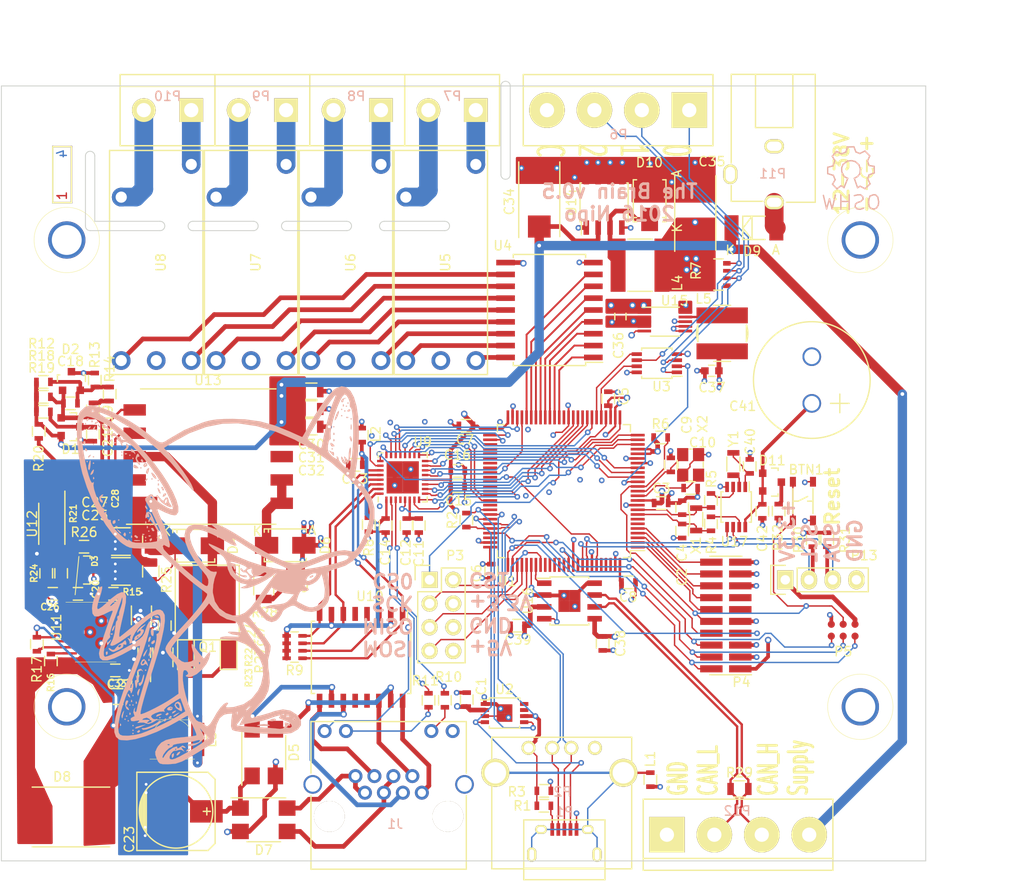
<source format=kicad_pcb>
(kicad_pcb (version 4) (host pcbnew 4.0.4-stable)

  (general
    (links 411)
    (no_connects 0)
    (area 45.633334 42.8 159.85 137.775001)
    (thickness 1.6)
    (drawings 47)
    (tracks 1844)
    (zones 0)
    (modules 134)
    (nets 164)
  )

  (page A4)
  (layers
    (0 F.Cu signal)
    (1 In1.Cu power hide)
    (2 In2.Cu power hide)
    (31 B.Cu signal)
    (32 B.Adhes user hide)
    (33 F.Adhes user hide)
    (34 B.Paste user hide)
    (35 F.Paste user hide)
    (36 B.SilkS user)
    (37 F.SilkS user)
    (38 B.Mask user)
    (39 F.Mask user hide)
    (40 Dwgs.User user)
    (41 Cmts.User user)
    (42 Eco1.User user)
    (43 Eco2.User user)
    (44 Edge.Cuts user)
    (45 Margin user)
    (46 B.CrtYd user)
    (47 F.CrtYd user)
    (48 B.Fab user hide)
    (49 F.Fab user hide)
  )

  (setup
    (last_trace_width 0.25)
    (user_trace_width 0.1524)
    (user_trace_width 0.2)
    (user_trace_width 0.25)
    (user_trace_width 0.4)
    (user_trace_width 0.5)
    (user_trace_width 1)
    (user_trace_width 2)
    (trace_clearance 0.1524)
    (zone_clearance 0.2)
    (zone_45_only yes)
    (trace_min 0.1524)
    (segment_width 0.2)
    (edge_width 0.1)
    (via_size 0.6048)
    (via_drill 0.3)
    (via_min_size 0.6048)
    (via_min_drill 0.3)
    (user_via 0.6048 0.3)
    (user_via 0.8 0.4)
    (user_via 1 0.5)
    (user_via 1.5 1)
    (uvia_size 0.3)
    (uvia_drill 0.1)
    (uvias_allowed no)
    (uvia_min_size 0.2)
    (uvia_min_drill 0.1)
    (pcb_text_width 0.3)
    (pcb_text_size 1.5 1.5)
    (mod_edge_width 0.15)
    (mod_text_size 1 1)
    (mod_text_width 0.15)
    (pad_size 4 4)
    (pad_drill 3.2)
    (pad_to_mask_clearance 0)
    (aux_axis_origin 0 0)
    (visible_elements FFFF2F7F)
    (pcbplotparams
      (layerselection 0x00030_ffffffff)
      (usegerberextensions false)
      (excludeedgelayer true)
      (linewidth 0.100000)
      (plotframeref false)
      (viasonmask false)
      (mode 1)
      (useauxorigin false)
      (hpglpennumber 1)
      (hpglpenspeed 20)
      (hpglpendiameter 15)
      (hpglpenoverlay 2)
      (psnegative false)
      (psa4output false)
      (plotreference true)
      (plotvalue true)
      (plotinvisibletext false)
      (padsonsilk false)
      (subtractmaskfromsilk false)
      (outputformat 1)
      (mirror false)
      (drillshape 1)
      (scaleselection 1)
      (outputdirectory ""))
  )

  (net 0 "")
  (net 1 +3V3)
  (net 2 /mcu/TMS)
  (net 3 GND)
  (net 4 /mcu/TCK)
  (net 5 /mcu/TDO)
  (net 6 /mcu/TDI)
  (net 7 /mcu/nRESET)
  (net 8 /mcu/TraceCLK)
  (net 9 /mcu/TraceData0)
  (net 10 /mcu/TraceData1)
  (net 11 /mcu/TraceData2)
  (net 12 /mcu/TraceData3)
  (net 13 "Net-(C9-Pad1)")
  (net 14 "Net-(C10-Pad1)")
  (net 15 "Net-(C18-Pad1)")
  (net 16 +5V)
  (net 17 "Net-(L1-Pad1)")
  (net 18 "Net-(J1-Pad10)")
  (net 19 "Net-(J1-Pad11)")
  (net 20 "Net-(P6-Pad2)")
  (net 21 "Net-(P6-Pad1)")
  (net 22 "Net-(P7-Pad2)")
  (net 23 "Net-(P7-Pad1)")
  (net 24 "Net-(U1-Pad82)")
  (net 25 "Net-(U1-Pad81)")
  (net 26 "/I2C / RTC / Extension/IRQ")
  (net 27 "/I2C / RTC / Extension/OSC_OUT")
  (net 28 "Net-(U1-Pad39)")
  (net 29 "Net-(U1-Pad40)")
  (net 30 "Net-(U1-Pad41)")
  (net 31 "Net-(U1-Pad42)")
  (net 32 "Net-(U1-Pad43)")
  (net 33 "Net-(U1-Pad44)")
  (net 34 "Net-(U1-Pad45)")
  (net 35 "Net-(U1-Pad46)")
  (net 36 /ethernet/POE_VC1-)
  (net 37 /ethernet/POE_VC1+)
  (net 38 /ethernet/POE_VC2-)
  (net 39 /ethernet/POE_VC2+)
  (net 40 "Net-(U1-Pad6)")
  (net 41 "Net-(U1-Pad38)")
  (net 42 "Net-(U1-Pad73)")
  (net 43 "Net-(U1-Pad91)")
  (net 44 "Net-(U1-Pad97)")
  (net 45 "Net-(U1-Pad98)")
  (net 46 "Net-(U9-Pad4)")
  (net 47 /ethernet/CLK_25M)
  (net 48 /mcu/ETH_PHY_nIRQ)
  (net 49 /mcu/ETH_PHY_nRESET)
  (net 50 /ethernet/MDC)
  (net 51 /ethernet/TX_D2)
  (net 52 /ethernet/TX_CLK)
  (net 53 /ethernet/RX_CLK)
  (net 54 /ethernet/MDIO)
  (net 55 /ethernet/RX_DV)
  (net 56 /ethernet/RX_D0)
  (net 57 /ethernet/RX_D1)
  (net 58 /ethernet/RX_D2)
  (net 59 /ethernet/RX_D3)
  (net 60 /ethernet/RX_ER)
  (net 61 /ethernet/TX_EN)
  (net 62 /ethernet/TX_D0)
  (net 63 /ethernet/TX_D1)
  (net 64 /ethernet/TX_D3)
  (net 65 /ethernet/CRS)
  (net 66 /ethernet/COL)
  (net 67 /ethernet/LAN_VDD)
  (net 68 /ethernet/TD-)
  (net 69 /ethernet/TD+)
  (net 70 /ethernet/RD-)
  (net 71 /ethernet/RD+)
  (net 72 /ethernet/ETH_RX-)
  (net 73 /ethernet/ETH_RX+)
  (net 74 /ethernet/ETH_TX-)
  (net 75 /ethernet/ETH_TX+)
  (net 76 "/I2C / RTC / Extension/SCL")
  (net 77 "/I2C / RTC / Extension/SDA")
  (net 78 GNDREF)
  (net 79 /mcu/USB_D+)
  (net 80 /mcu/USB_D-)
  (net 81 /can/CAN-)
  (net 82 /can/CAN+)
  (net 83 "Net-(U2-Pad7)")
  (net 84 "Net-(U2-Pad8)")
  (net 85 "Net-(U1-Pad7)")
  (net 86 "Net-(U1-Pad53)")
  (net 87 "Net-(U1-Pad54)")
  (net 88 "Net-(U1-Pad60)")
  (net 89 "Net-(U1-Pad61)")
  (net 90 "Net-(U1-Pad62)")
  (net 91 "Net-(U1-Pad66)")
  (net 92 "Net-(U1-Pad96)")
  (net 93 "Net-(D6-Pad1)")
  (net 94 "Net-(L5-Pad2)")
  (net 95 /power/VCan)
  (net 96 "Net-(P11-Pad3)")
  (net 97 /mcu/Input_0)
  (net 98 /mcu/Input_1)
  (net 99 /mcu/Input_2)
  (net 100 /mcu/CS0)
  (net 101 /mcu/CS1)
  (net 102 /mcu/SCK)
  (net 103 /mcu/MOSI)
  (net 104 /mcu/MISO)
  (net 105 /poe/VPoe)
  (net 106 /poe/GPoe)
  (net 107 "Net-(C22-Pad1)")
  (net 108 "Net-(C29-Pad1)")
  (net 109 "Net-(D9-Pad2)")
  (net 110 "Net-(R15-Pad1)")
  (net 111 /poe/Feedback)
  (net 112 /poe/VPoe2)
  (net 113 "Net-(Q1-Pad3)")
  (net 114 "Net-(Q1-Pad1)")
  (net 115 /poe/VBias)
  (net 116 /mcu/USB_VBus)
  (net 117 "Net-(R2-Pad1)")
  (net 118 "Net-(C2-Pad1)")
  (net 119 "Net-(C4-Pad1)")
  (net 120 "Net-(C11-Pad1)")
  (net 121 "Net-(C18-Pad2)")
  (net 122 "Net-(C19-Pad2)")
  (net 123 "Net-(C20-Pad1)")
  (net 124 "Net-(C21-Pad1)")
  (net 125 "Net-(C24-Pad1)")
  (net 126 "Net-(C26-Pad2)")
  (net 127 "Net-(C28-Pad2)")
  (net 128 "Net-(C40-Pad1)")
  (net 129 "Net-(C41-Pad1)")
  (net 130 "Net-(D3-Pad1)")
  (net 131 "Net-(D3-Pad2)")
  (net 132 "Net-(D4-Pad2)")
  (net 133 "Net-(D10-Pad1)")
  (net 134 "Net-(D11-Pad3)")
  (net 135 "Net-(P1-Pad1)")
  (net 136 "Net-(P1-Pad4)")
  (net 137 "Net-(P4-Pad11)")
  (net 138 "Net-(P4-Pad13)")
  (net 139 "Net-(P6-Pad3)")
  (net 140 "Net-(P8-Pad1)")
  (net 141 "Net-(P8-Pad2)")
  (net 142 "Net-(P9-Pad1)")
  (net 143 "Net-(P9-Pad2)")
  (net 144 "Net-(P10-Pad1)")
  (net 145 "Net-(P10-Pad2)")
  (net 146 "Net-(R7-Pad5)")
  (net 147 "Net-(R8-Pad1)")
  (net 148 "Net-(R10-Pad1)")
  (net 149 "Net-(R11-Pad1)")
  (net 150 "Net-(R16-Pad1)")
  (net 151 "Net-(R17-Pad2)")
  (net 152 "Net-(R20-Pad2)")
  (net 153 "Net-(R22-Pad2)")
  (net 154 "Net-(R26-Pad1)")
  (net 155 "Net-(U4-Pad11)")
  (net 156 "Net-(U4-Pad12)")
  (net 157 "Net-(U4-Pad13)")
  (net 158 "Net-(U4-Pad14)")
  (net 159 "Net-(U4-Pad15)")
  (net 160 "Net-(U4-Pad16)")
  (net 161 "Net-(U4-Pad17)")
  (net 162 "Net-(U4-Pad18)")
  (net 163 "Net-(U17-Pad2)")

  (net_class Default "This is the default net class."
    (clearance 0.1524)
    (trace_width 0.1524)
    (via_dia 0.6048)
    (via_drill 0.3)
    (uvia_dia 0.3)
    (uvia_drill 0.1)
    (add_net "/I2C / RTC / Extension/IRQ")
    (add_net "/I2C / RTC / Extension/OSC_OUT")
    (add_net "/I2C / RTC / Extension/SCL")
    (add_net "/I2C / RTC / Extension/SDA")
    (add_net /can/CAN+)
    (add_net /can/CAN-)
    (add_net /ethernet/CLK_25M)
    (add_net /ethernet/COL)
    (add_net /ethernet/CRS)
    (add_net /ethernet/MDC)
    (add_net /ethernet/MDIO)
    (add_net /ethernet/RX_CLK)
    (add_net /ethernet/RX_D0)
    (add_net /ethernet/RX_D1)
    (add_net /ethernet/RX_D2)
    (add_net /ethernet/RX_D3)
    (add_net /ethernet/RX_DV)
    (add_net /ethernet/RX_ER)
    (add_net /ethernet/TX_CLK)
    (add_net /ethernet/TX_D0)
    (add_net /ethernet/TX_D1)
    (add_net /ethernet/TX_D2)
    (add_net /ethernet/TX_D3)
    (add_net /ethernet/TX_EN)
    (add_net /mcu/CS0)
    (add_net /mcu/CS1)
    (add_net /mcu/ETH_PHY_nIRQ)
    (add_net /mcu/ETH_PHY_nRESET)
    (add_net /mcu/Input_0)
    (add_net /mcu/Input_1)
    (add_net /mcu/Input_2)
    (add_net /mcu/MISO)
    (add_net /mcu/MOSI)
    (add_net /mcu/SCK)
    (add_net /mcu/TCK)
    (add_net /mcu/TDI)
    (add_net /mcu/TDO)
    (add_net /mcu/TMS)
    (add_net /mcu/TraceCLK)
    (add_net /mcu/TraceData0)
    (add_net /mcu/TraceData1)
    (add_net /mcu/TraceData2)
    (add_net /mcu/TraceData3)
    (add_net /mcu/USB_D+)
    (add_net /mcu/USB_D-)
    (add_net /mcu/USB_VBus)
    (add_net /mcu/nRESET)
    (add_net /poe/Feedback)
    (add_net /poe/VBias)
    (add_net /poe/VPoe2)
    (add_net GND)
    (add_net "Net-(C10-Pad1)")
    (add_net "Net-(C11-Pad1)")
    (add_net "Net-(C18-Pad1)")
    (add_net "Net-(C18-Pad2)")
    (add_net "Net-(C19-Pad2)")
    (add_net "Net-(C2-Pad1)")
    (add_net "Net-(C20-Pad1)")
    (add_net "Net-(C21-Pad1)")
    (add_net "Net-(C22-Pad1)")
    (add_net "Net-(C24-Pad1)")
    (add_net "Net-(C26-Pad2)")
    (add_net "Net-(C28-Pad2)")
    (add_net "Net-(C29-Pad1)")
    (add_net "Net-(C4-Pad1)")
    (add_net "Net-(C40-Pad1)")
    (add_net "Net-(C41-Pad1)")
    (add_net "Net-(C9-Pad1)")
    (add_net "Net-(D10-Pad1)")
    (add_net "Net-(D11-Pad3)")
    (add_net "Net-(D3-Pad1)")
    (add_net "Net-(D3-Pad2)")
    (add_net "Net-(D4-Pad2)")
    (add_net "Net-(D6-Pad1)")
    (add_net "Net-(D9-Pad2)")
    (add_net "Net-(J1-Pad10)")
    (add_net "Net-(J1-Pad11)")
    (add_net "Net-(L1-Pad1)")
    (add_net "Net-(L5-Pad2)")
    (add_net "Net-(P1-Pad1)")
    (add_net "Net-(P1-Pad4)")
    (add_net "Net-(P10-Pad1)")
    (add_net "Net-(P10-Pad2)")
    (add_net "Net-(P11-Pad3)")
    (add_net "Net-(P4-Pad11)")
    (add_net "Net-(P4-Pad13)")
    (add_net "Net-(P6-Pad1)")
    (add_net "Net-(P6-Pad2)")
    (add_net "Net-(P6-Pad3)")
    (add_net "Net-(P7-Pad1)")
    (add_net "Net-(P7-Pad2)")
    (add_net "Net-(P8-Pad1)")
    (add_net "Net-(P8-Pad2)")
    (add_net "Net-(P9-Pad1)")
    (add_net "Net-(P9-Pad2)")
    (add_net "Net-(Q1-Pad1)")
    (add_net "Net-(Q1-Pad3)")
    (add_net "Net-(R10-Pad1)")
    (add_net "Net-(R11-Pad1)")
    (add_net "Net-(R15-Pad1)")
    (add_net "Net-(R16-Pad1)")
    (add_net "Net-(R17-Pad2)")
    (add_net "Net-(R2-Pad1)")
    (add_net "Net-(R20-Pad2)")
    (add_net "Net-(R22-Pad2)")
    (add_net "Net-(R26-Pad1)")
    (add_net "Net-(R7-Pad5)")
    (add_net "Net-(R8-Pad1)")
    (add_net "Net-(U1-Pad38)")
    (add_net "Net-(U1-Pad39)")
    (add_net "Net-(U1-Pad40)")
    (add_net "Net-(U1-Pad41)")
    (add_net "Net-(U1-Pad42)")
    (add_net "Net-(U1-Pad43)")
    (add_net "Net-(U1-Pad44)")
    (add_net "Net-(U1-Pad45)")
    (add_net "Net-(U1-Pad46)")
    (add_net "Net-(U1-Pad53)")
    (add_net "Net-(U1-Pad54)")
    (add_net "Net-(U1-Pad6)")
    (add_net "Net-(U1-Pad60)")
    (add_net "Net-(U1-Pad61)")
    (add_net "Net-(U1-Pad62)")
    (add_net "Net-(U1-Pad66)")
    (add_net "Net-(U1-Pad7)")
    (add_net "Net-(U1-Pad73)")
    (add_net "Net-(U1-Pad81)")
    (add_net "Net-(U1-Pad82)")
    (add_net "Net-(U1-Pad91)")
    (add_net "Net-(U1-Pad96)")
    (add_net "Net-(U1-Pad97)")
    (add_net "Net-(U1-Pad98)")
    (add_net "Net-(U17-Pad2)")
    (add_net "Net-(U2-Pad7)")
    (add_net "Net-(U2-Pad8)")
    (add_net "Net-(U4-Pad11)")
    (add_net "Net-(U4-Pad12)")
    (add_net "Net-(U4-Pad13)")
    (add_net "Net-(U4-Pad14)")
    (add_net "Net-(U4-Pad15)")
    (add_net "Net-(U4-Pad16)")
    (add_net "Net-(U4-Pad17)")
    (add_net "Net-(U4-Pad18)")
    (add_net "Net-(U9-Pad4)")
  )

  (net_class More ""
    (clearance 0.2)
    (trace_width 0.25)
    (via_dia 0.6048)
    (via_drill 0.3)
    (uvia_dia 0.3)
    (uvia_drill 0.1)
    (add_net /ethernet/RD+)
    (add_net /ethernet/RD-)
    (add_net /ethernet/TD+)
    (add_net /ethernet/TD-)
  )

  (net_class Power ""
    (clearance 0.1524)
    (trace_width 0.5)
    (via_dia 0.7)
    (via_drill 0.4)
    (uvia_dia 0.3)
    (uvia_drill 0.1)
    (add_net +3V3)
    (add_net +5V)
    (add_net /ethernet/ETH_RX+)
    (add_net /ethernet/ETH_RX-)
    (add_net /ethernet/ETH_TX+)
    (add_net /ethernet/ETH_TX-)
    (add_net /ethernet/LAN_VDD)
    (add_net /ethernet/POE_VC1+)
    (add_net /ethernet/POE_VC1-)
    (add_net /ethernet/POE_VC2+)
    (add_net /ethernet/POE_VC2-)
    (add_net /poe/GPoe)
    (add_net /poe/VPoe)
    (add_net /power/VCan)
    (add_net GNDREF)
  )

  (net_class Power2 ""
    (clearance 1)
    (trace_width 0.5)
    (via_dia 1)
    (via_drill 0.5)
    (uvia_dia 0.3)
    (uvia_drill 0.1)
  )

  (module Connect:USB_A (layer F.Cu) (tedit 5543E289) (tstamp 57C37A26)
    (at 102.95914 122.40212)
    (descr "USB A connector")
    (tags "USB USB_A")
    (path /57A213D7/57BD5361)
    (fp_text reference P2 (at 3.64086 4.69788 180) (layer B.SilkS)
      (effects (font (size 1 1) (thickness 0.15)) (justify mirror))
    )
    (fp_text value USBA (at 3.74086 2.49788) (layer F.Fab)
      (effects (font (size 1 1) (thickness 0.15)))
    )
    (fp_line (start -5.3 13.2) (end -5.3 -1.4) (layer F.CrtYd) (width 0.05))
    (fp_line (start 11.95 -1.4) (end 11.95 13.2) (layer F.CrtYd) (width 0.05))
    (fp_line (start -5.3 13.2) (end 11.95 13.2) (layer F.CrtYd) (width 0.05))
    (fp_line (start -5.3 -1.4) (end 11.95 -1.4) (layer F.CrtYd) (width 0.05))
    (fp_line (start 11.04986 -1.14512) (end 11.04986 12.95188) (layer F.SilkS) (width 0.15))
    (fp_line (start -3.93614 12.95188) (end -3.93614 -1.14512) (layer F.SilkS) (width 0.15))
    (fp_line (start 11.04986 -1.14512) (end -3.93614 -1.14512) (layer F.SilkS) (width 0.15))
    (fp_line (start 11.04986 12.95188) (end -3.93614 12.95188) (layer F.SilkS) (width 0.15))
    (pad 4 thru_hole circle (at 7.11286 -0.00212 270) (size 1.50114 1.50114) (drill 1.00076) (layers *.Cu *.Mask F.SilkS)
      (net 3 GND))
    (pad 3 thru_hole circle (at 4.57286 -0.00212 270) (size 1.50114 1.50114) (drill 1.00076) (layers *.Cu *.Mask F.SilkS)
      (net 79 /mcu/USB_D+))
    (pad 2 thru_hole circle (at 2.54086 -0.00212 270) (size 1.50114 1.50114) (drill 1.00076) (layers *.Cu *.Mask F.SilkS)
      (net 80 /mcu/USB_D-))
    (pad 1 thru_hole circle (at 0.00086 -0.00212 270) (size 1.50114 1.50114) (drill 1.00076) (layers *.Cu *.Mask F.SilkS)
      (net 116 /mcu/USB_VBus))
    (pad 5 thru_hole circle (at 10.16086 2.66488 270) (size 2.99974 2.99974) (drill 2.30124) (layers *.Cu *.Mask F.SilkS)
      (net 17 "Net-(L1-Pad1)"))
    (pad 5 thru_hole circle (at -3.55514 2.66488 270) (size 2.99974 2.99974) (drill 2.30124) (layers *.Cu *.Mask F.SilkS)
      (net 17 "Net-(L1-Pad1)"))
    (model Connect.3dshapes/USB_A.wrl
      (at (xyz 0.14 0 0))
      (scale (xyz 1 1 1))
      (rotate (xyz 0 0 90))
    )
  )

  (module Pin_Headers:Pin_Header_Straight_2x04 (layer F.Cu) (tedit 57C9A701) (tstamp 57CA0578)
    (at 92.36 104.4)
    (descr "Through hole pin header")
    (tags "pin header")
    (path /57A213D7/57C9C680)
    (fp_text reference P3 (at 2.74 -2.6) (layer F.SilkS)
      (effects (font (size 1 1) (thickness 0.15)))
    )
    (fp_text value SPI (at 1.34 3.7 90) (layer F.Fab)
      (effects (font (size 1 1) (thickness 0.15)))
    )
    (fp_line (start -1.75 -1.75) (end -1.75 9.4) (layer F.CrtYd) (width 0.05))
    (fp_line (start 4.3 -1.75) (end 4.3 9.4) (layer F.CrtYd) (width 0.05))
    (fp_line (start -1.75 -1.75) (end 4.3 -1.75) (layer F.CrtYd) (width 0.05))
    (fp_line (start -1.75 9.4) (end 4.3 9.4) (layer F.CrtYd) (width 0.05))
    (fp_line (start -1.27 1.27) (end -1.27 8.89) (layer F.SilkS) (width 0.15))
    (fp_line (start -1.27 8.89) (end 3.81 8.89) (layer F.SilkS) (width 0.15))
    (fp_line (start 3.81 8.89) (end 3.81 -1.27) (layer F.SilkS) (width 0.15))
    (fp_line (start 3.81 -1.27) (end 1.27 -1.27) (layer F.SilkS) (width 0.15))
    (fp_line (start 0 -1.55) (end -1.55 -1.55) (layer F.SilkS) (width 0.15))
    (fp_line (start 1.27 -1.27) (end 1.27 1.27) (layer F.SilkS) (width 0.15))
    (fp_line (start 1.27 1.27) (end -1.27 1.27) (layer F.SilkS) (width 0.15))
    (fp_line (start -1.55 -1.55) (end -1.55 0) (layer F.SilkS) (width 0.15))
    (pad 1 thru_hole rect (at 0 0) (size 1.7272 1.7272) (drill 1.016) (layers *.Cu *.Mask F.SilkS)
      (net 100 /mcu/CS0))
    (pad 2 thru_hole oval (at 2.54 0) (size 1.7272 1.7272) (drill 1.016) (layers *.Cu *.Mask F.SilkS)
      (net 101 /mcu/CS1))
    (pad 3 thru_hole oval (at 0 2.54) (size 1.7272 1.7272) (drill 1.016) (layers *.Cu *.Mask F.SilkS)
      (net 102 /mcu/SCK))
    (pad 4 thru_hole oval (at 2.54 2.54) (size 1.7272 1.7272) (drill 1.016) (layers *.Cu *.Mask F.SilkS)
      (net 1 +3V3) (zone_connect 2))
    (pad 5 thru_hole oval (at 0 5.08) (size 1.7272 1.7272) (drill 1.016) (layers *.Cu *.Mask F.SilkS)
      (net 104 /mcu/MISO))
    (pad 6 thru_hole oval (at 2.54 5.08) (size 1.7272 1.7272) (drill 1.016) (layers *.Cu *.Mask F.SilkS)
      (net 3 GND))
    (pad 7 thru_hole oval (at 0 7.62) (size 1.7272 1.7272) (drill 1.016) (layers *.Cu *.Mask F.SilkS)
      (net 103 /mcu/MOSI))
    (pad 8 thru_hole oval (at 2.54 7.62) (size 1.7272 1.7272) (drill 1.016) (layers *.Cu *.Mask F.SilkS)
      (net 16 +5V) (zone_connect 2))
    (model Pin_Headers.3dshapes/Pin_Header_Straight_2x04.wrl
      (at (xyz 0.05 -0.15 0))
      (scale (xyz 1 1 1))
      (rotate (xyz 0 0 90))
    )
  )

  (module Housings_QFP:LQFP-100_14x14mm_Pitch0.5mm (layer F.Cu) (tedit 54130A77) (tstamp 57C377BF)
    (at 106.75 94.9 180)
    (descr "LQFP100: plastic low profile quad flat package; 100 leads; body 14 x 14 x 1.4 mm (see NXP sot407-1_po.pdf and sot407-1_fr.pdf)")
    (tags "QFP 0.5")
    (path /57A213D7/57BCD0F0)
    (attr smd)
    (fp_text reference U1 (at 6.07 -9.66 180) (layer F.SilkS)
      (effects (font (size 1 1) (thickness 0.15)))
    )
    (fp_text value STM32F107VCT (at 0.25 1.3 180) (layer F.Fab)
      (effects (font (size 1 1) (thickness 0.15)))
    )
    (fp_line (start -8.9 -8.9) (end -8.9 8.9) (layer F.CrtYd) (width 0.05))
    (fp_line (start 8.9 -8.9) (end 8.9 8.9) (layer F.CrtYd) (width 0.05))
    (fp_line (start -8.9 -8.9) (end 8.9 -8.9) (layer F.CrtYd) (width 0.05))
    (fp_line (start -8.9 8.9) (end 8.9 8.9) (layer F.CrtYd) (width 0.05))
    (fp_line (start -7.125 -7.125) (end -7.125 -6.365) (layer F.SilkS) (width 0.15))
    (fp_line (start 7.125 -7.125) (end 7.125 -6.365) (layer F.SilkS) (width 0.15))
    (fp_line (start 7.125 7.125) (end 7.125 6.365) (layer F.SilkS) (width 0.15))
    (fp_line (start -7.125 7.125) (end -7.125 6.365) (layer F.SilkS) (width 0.15))
    (fp_line (start -7.125 -7.125) (end -6.365 -7.125) (layer F.SilkS) (width 0.15))
    (fp_line (start -7.125 7.125) (end -6.365 7.125) (layer F.SilkS) (width 0.15))
    (fp_line (start 7.125 7.125) (end 6.365 7.125) (layer F.SilkS) (width 0.15))
    (fp_line (start 7.125 -7.125) (end 6.365 -7.125) (layer F.SilkS) (width 0.15))
    (fp_line (start -7.125 -6.365) (end -8.65 -6.365) (layer F.SilkS) (width 0.15))
    (pad 1 smd rect (at -7.9 -6 180) (size 1.5 0.28) (layers F.Cu F.Paste F.Mask)
      (net 8 /mcu/TraceCLK))
    (pad 2 smd rect (at -7.9 -5.5 180) (size 1.5 0.28) (layers F.Cu F.Paste F.Mask)
      (net 9 /mcu/TraceData0))
    (pad 3 smd rect (at -7.9 -5 180) (size 1.5 0.28) (layers F.Cu F.Paste F.Mask)
      (net 10 /mcu/TraceData1))
    (pad 4 smd rect (at -7.9 -4.5 180) (size 1.5 0.28) (layers F.Cu F.Paste F.Mask)
      (net 11 /mcu/TraceData2))
    (pad 5 smd rect (at -7.9 -4 180) (size 1.5 0.28) (layers F.Cu F.Paste F.Mask)
      (net 12 /mcu/TraceData3))
    (pad 6 smd rect (at -7.9 -3.5 180) (size 1.5 0.28) (layers F.Cu F.Paste F.Mask)
      (net 40 "Net-(U1-Pad6)"))
    (pad 7 smd rect (at -7.9 -3 180) (size 1.5 0.28) (layers F.Cu F.Paste F.Mask)
      (net 85 "Net-(U1-Pad7)"))
    (pad 8 smd rect (at -7.9 -2.5 180) (size 1.5 0.28) (layers F.Cu F.Paste F.Mask)
      (net 118 "Net-(C2-Pad1)"))
    (pad 9 smd rect (at -7.9 -2 180) (size 1.5 0.28) (layers F.Cu F.Paste F.Mask)
      (net 119 "Net-(C4-Pad1)"))
    (pad 10 smd rect (at -7.9 -1.5 180) (size 1.5 0.28) (layers F.Cu F.Paste F.Mask)
      (net 3 GND))
    (pad 11 smd rect (at -7.9 -1 180) (size 1.5 0.28) (layers F.Cu F.Paste F.Mask)
      (net 1 +3V3))
    (pad 12 smd rect (at -7.9 -0.5 180) (size 1.5 0.28) (layers F.Cu F.Paste F.Mask)
      (net 14 "Net-(C10-Pad1)"))
    (pad 13 smd rect (at -7.9 0 180) (size 1.5 0.28) (layers F.Cu F.Paste F.Mask)
      (net 13 "Net-(C9-Pad1)"))
    (pad 14 smd rect (at -7.9 0.5 180) (size 1.5 0.28) (layers F.Cu F.Paste F.Mask)
      (net 7 /mcu/nRESET))
    (pad 15 smd rect (at -7.9 1 180) (size 1.5 0.28) (layers F.Cu F.Paste F.Mask)
      (net 99 /mcu/Input_2))
    (pad 16 smd rect (at -7.9 1.5 180) (size 1.5 0.28) (layers F.Cu F.Paste F.Mask)
      (net 50 /ethernet/MDC))
    (pad 17 smd rect (at -7.9 2 180) (size 1.5 0.28) (layers F.Cu F.Paste F.Mask)
      (net 51 /ethernet/TX_D2))
    (pad 18 smd rect (at -7.9 2.5 180) (size 1.5 0.28) (layers F.Cu F.Paste F.Mask)
      (net 52 /ethernet/TX_CLK))
    (pad 19 smd rect (at -7.9 3 180) (size 1.5 0.28) (layers F.Cu F.Paste F.Mask)
      (net 3 GND))
    (pad 20 smd rect (at -7.9 3.5 180) (size 1.5 0.28) (layers F.Cu F.Paste F.Mask)
      (net 3 GND))
    (pad 21 smd rect (at -7.9 4 180) (size 1.5 0.28) (layers F.Cu F.Paste F.Mask)
      (net 1 +3V3))
    (pad 22 smd rect (at -7.9 4.5 180) (size 1.5 0.28) (layers F.Cu F.Paste F.Mask)
      (net 1 +3V3))
    (pad 23 smd rect (at -7.9 5 180) (size 1.5 0.28) (layers F.Cu F.Paste F.Mask)
      (net 65 /ethernet/CRS))
    (pad 24 smd rect (at -7.9 5.5 180) (size 1.5 0.28) (layers F.Cu F.Paste F.Mask)
      (net 53 /ethernet/RX_CLK))
    (pad 25 smd rect (at -7.9 6 180) (size 1.5 0.28) (layers F.Cu F.Paste F.Mask)
      (net 54 /ethernet/MDIO))
    (pad 26 smd rect (at -6 7.9 270) (size 1.5 0.28) (layers F.Cu F.Paste F.Mask)
      (net 66 /ethernet/COL))
    (pad 27 smd rect (at -5.5 7.9 270) (size 1.5 0.28) (layers F.Cu F.Paste F.Mask)
      (net 3 GND))
    (pad 28 smd rect (at -5 7.9 270) (size 1.5 0.28) (layers F.Cu F.Paste F.Mask)
      (net 1 +3V3))
    (pad 29 smd rect (at -4.5 7.9 270) (size 1.5 0.28) (layers F.Cu F.Paste F.Mask)
      (net 100 /mcu/CS0))
    (pad 30 smd rect (at -4 7.9 270) (size 1.5 0.28) (layers F.Cu F.Paste F.Mask)
      (net 97 /mcu/Input_0))
    (pad 31 smd rect (at -3.5 7.9 270) (size 1.5 0.28) (layers F.Cu F.Paste F.Mask)
      (net 98 /mcu/Input_1))
    (pad 32 smd rect (at -3 7.9 270) (size 1.5 0.28) (layers F.Cu F.Paste F.Mask)
      (net 55 /ethernet/RX_DV))
    (pad 33 smd rect (at -2.5 7.9 270) (size 1.5 0.28) (layers F.Cu F.Paste F.Mask)
      (net 56 /ethernet/RX_D0))
    (pad 34 smd rect (at -2 7.9 270) (size 1.5 0.28) (layers F.Cu F.Paste F.Mask)
      (net 57 /ethernet/RX_D1))
    (pad 35 smd rect (at -1.5 7.9 270) (size 1.5 0.28) (layers F.Cu F.Paste F.Mask)
      (net 58 /ethernet/RX_D2))
    (pad 36 smd rect (at -1 7.9 270) (size 1.5 0.28) (layers F.Cu F.Paste F.Mask)
      (net 59 /ethernet/RX_D3))
    (pad 37 smd rect (at -0.5 7.9 270) (size 1.5 0.28) (layers F.Cu F.Paste F.Mask)
      (net 3 GND))
    (pad 38 smd rect (at 0 7.9 270) (size 1.5 0.28) (layers F.Cu F.Paste F.Mask)
      (net 41 "Net-(U1-Pad38)"))
    (pad 39 smd rect (at 0.5 7.9 270) (size 1.5 0.28) (layers F.Cu F.Paste F.Mask)
      (net 28 "Net-(U1-Pad39)"))
    (pad 40 smd rect (at 1 7.9 270) (size 1.5 0.28) (layers F.Cu F.Paste F.Mask)
      (net 29 "Net-(U1-Pad40)"))
    (pad 41 smd rect (at 1.5 7.9 270) (size 1.5 0.28) (layers F.Cu F.Paste F.Mask)
      (net 30 "Net-(U1-Pad41)"))
    (pad 42 smd rect (at 2 7.9 270) (size 1.5 0.28) (layers F.Cu F.Paste F.Mask)
      (net 31 "Net-(U1-Pad42)"))
    (pad 43 smd rect (at 2.5 7.9 270) (size 1.5 0.28) (layers F.Cu F.Paste F.Mask)
      (net 32 "Net-(U1-Pad43)"))
    (pad 44 smd rect (at 3 7.9 270) (size 1.5 0.28) (layers F.Cu F.Paste F.Mask)
      (net 33 "Net-(U1-Pad44)"))
    (pad 45 smd rect (at 3.5 7.9 270) (size 1.5 0.28) (layers F.Cu F.Paste F.Mask)
      (net 34 "Net-(U1-Pad45)"))
    (pad 46 smd rect (at 4 7.9 270) (size 1.5 0.28) (layers F.Cu F.Paste F.Mask)
      (net 35 "Net-(U1-Pad46)"))
    (pad 47 smd rect (at 4.5 7.9 270) (size 1.5 0.28) (layers F.Cu F.Paste F.Mask)
      (net 60 /ethernet/RX_ER))
    (pad 48 smd rect (at 5 7.9 270) (size 1.5 0.28) (layers F.Cu F.Paste F.Mask)
      (net 61 /ethernet/TX_EN))
    (pad 49 smd rect (at 5.5 7.9 270) (size 1.5 0.28) (layers F.Cu F.Paste F.Mask)
      (net 3 GND))
    (pad 50 smd rect (at 6 7.9 270) (size 1.5 0.28) (layers F.Cu F.Paste F.Mask)
      (net 1 +3V3))
    (pad 51 smd rect (at 7.9 6 180) (size 1.5 0.28) (layers F.Cu F.Paste F.Mask)
      (net 62 /ethernet/TX_D0))
    (pad 52 smd rect (at 7.9 5.5 180) (size 1.5 0.28) (layers F.Cu F.Paste F.Mask)
      (net 63 /ethernet/TX_D1))
    (pad 53 smd rect (at 7.9 5 180) (size 1.5 0.28) (layers F.Cu F.Paste F.Mask)
      (net 86 "Net-(U1-Pad53)"))
    (pad 54 smd rect (at 7.9 4.5 180) (size 1.5 0.28) (layers F.Cu F.Paste F.Mask)
      (net 87 "Net-(U1-Pad54)"))
    (pad 55 smd rect (at 7.9 4 180) (size 1.5 0.28) (layers F.Cu F.Paste F.Mask))
    (pad 56 smd rect (at 7.9 3.5 180) (size 1.5 0.28) (layers F.Cu F.Paste F.Mask))
    (pad 57 smd rect (at 7.9 3 180) (size 1.5 0.28) (layers F.Cu F.Paste F.Mask))
    (pad 58 smd rect (at 7.9 2.5 180) (size 1.5 0.28) (layers F.Cu F.Paste F.Mask))
    (pad 59 smd rect (at 7.9 2 180) (size 1.5 0.28) (layers F.Cu F.Paste F.Mask))
    (pad 60 smd rect (at 7.9 1.5 180) (size 1.5 0.28) (layers F.Cu F.Paste F.Mask)
      (net 88 "Net-(U1-Pad60)"))
    (pad 61 smd rect (at 7.9 1 180) (size 1.5 0.28) (layers F.Cu F.Paste F.Mask)
      (net 89 "Net-(U1-Pad61)"))
    (pad 62 smd rect (at 7.9 0.5 180) (size 1.5 0.28) (layers F.Cu F.Paste F.Mask)
      (net 90 "Net-(U1-Pad62)"))
    (pad 63 smd rect (at 7.9 0 180) (size 1.5 0.28) (layers F.Cu F.Paste F.Mask)
      (net 47 /ethernet/CLK_25M))
    (pad 64 smd rect (at 7.9 -0.5 180) (size 1.5 0.28) (layers F.Cu F.Paste F.Mask)
      (net 49 /mcu/ETH_PHY_nRESET))
    (pad 65 smd rect (at 7.9 -1 180) (size 1.5 0.28) (layers F.Cu F.Paste F.Mask)
      (net 48 /mcu/ETH_PHY_nIRQ))
    (pad 66 smd rect (at 7.9 -1.5 180) (size 1.5 0.28) (layers F.Cu F.Paste F.Mask)
      (net 91 "Net-(U1-Pad66)"))
    (pad 67 smd rect (at 7.9 -2 180) (size 1.5 0.28) (layers F.Cu F.Paste F.Mask)
      (net 117 "Net-(R2-Pad1)"))
    (pad 68 smd rect (at 7.9 -2.5 180) (size 1.5 0.28) (layers F.Cu F.Paste F.Mask)
      (net 116 /mcu/USB_VBus))
    (pad 69 smd rect (at 7.9 -3 180) (size 1.5 0.28) (layers F.Cu F.Paste F.Mask)
      (net 136 "Net-(P1-Pad4)"))
    (pad 70 smd rect (at 7.9 -3.5 180) (size 1.5 0.28) (layers F.Cu F.Paste F.Mask)
      (net 80 /mcu/USB_D-))
    (pad 71 smd rect (at 7.9 -4 180) (size 1.5 0.28) (layers F.Cu F.Paste F.Mask)
      (net 79 /mcu/USB_D+))
    (pad 72 smd rect (at 7.9 -4.5 180) (size 1.5 0.28) (layers F.Cu F.Paste F.Mask)
      (net 2 /mcu/TMS))
    (pad 73 smd rect (at 7.9 -5 180) (size 1.5 0.28) (layers F.Cu F.Paste F.Mask)
      (net 42 "Net-(U1-Pad73)"))
    (pad 74 smd rect (at 7.9 -5.5 180) (size 1.5 0.28) (layers F.Cu F.Paste F.Mask)
      (net 3 GND))
    (pad 75 smd rect (at 7.9 -6 180) (size 1.5 0.28) (layers F.Cu F.Paste F.Mask)
      (net 1 +3V3))
    (pad 76 smd rect (at 6 -7.9 270) (size 1.5 0.28) (layers F.Cu F.Paste F.Mask)
      (net 4 /mcu/TCK))
    (pad 77 smd rect (at 5.5 -7.9 270) (size 1.5 0.28) (layers F.Cu F.Paste F.Mask)
      (net 6 /mcu/TDI))
    (pad 78 smd rect (at 5 -7.9 270) (size 1.5 0.28) (layers F.Cu F.Paste F.Mask)
      (net 102 /mcu/SCK))
    (pad 79 smd rect (at 4.5 -7.9 270) (size 1.5 0.28) (layers F.Cu F.Paste F.Mask)
      (net 104 /mcu/MISO))
    (pad 80 smd rect (at 4 -7.9 270) (size 1.5 0.28) (layers F.Cu F.Paste F.Mask)
      (net 103 /mcu/MOSI))
    (pad 81 smd rect (at 3.5 -7.9 270) (size 1.5 0.28) (layers F.Cu F.Paste F.Mask)
      (net 25 "Net-(U1-Pad81)"))
    (pad 82 smd rect (at 3 -7.9 270) (size 1.5 0.28) (layers F.Cu F.Paste F.Mask)
      (net 24 "Net-(U1-Pad82)"))
    (pad 83 smd rect (at 2.5 -7.9 270) (size 1.5 0.28) (layers F.Cu F.Paste F.Mask)
      (net 101 /mcu/CS1))
    (pad 84 smd rect (at 2 -7.9 270) (size 1.5 0.28) (layers F.Cu F.Paste F.Mask))
    (pad 85 smd rect (at 1.5 -7.9 270) (size 1.5 0.28) (layers F.Cu F.Paste F.Mask))
    (pad 86 smd rect (at 1 -7.9 270) (size 1.5 0.28) (layers F.Cu F.Paste F.Mask))
    (pad 87 smd rect (at 0.5 -7.9 270) (size 1.5 0.28) (layers F.Cu F.Paste F.Mask))
    (pad 88 smd rect (at 0 -7.9 270) (size 1.5 0.28) (layers F.Cu F.Paste F.Mask))
    (pad 89 smd rect (at -0.5 -7.9 270) (size 1.5 0.28) (layers F.Cu F.Paste F.Mask)
      (net 5 /mcu/TDO))
    (pad 90 smd rect (at -1 -7.9 270) (size 1.5 0.28) (layers F.Cu F.Paste F.Mask)
      (net 3 GND))
    (pad 91 smd rect (at -1.5 -7.9 270) (size 1.5 0.28) (layers F.Cu F.Paste F.Mask)
      (net 43 "Net-(U1-Pad91)"))
    (pad 92 smd rect (at -2 -7.9 270) (size 1.5 0.28) (layers F.Cu F.Paste F.Mask)
      (net 76 "/I2C / RTC / Extension/SCL"))
    (pad 93 smd rect (at -2.5 -7.9 270) (size 1.5 0.28) (layers F.Cu F.Paste F.Mask)
      (net 77 "/I2C / RTC / Extension/SDA"))
    (pad 94 smd rect (at -3 -7.9 270) (size 1.5 0.28) (layers F.Cu F.Paste F.Mask)
      (net 3 GND))
    (pad 95 smd rect (at -3.5 -7.9 270) (size 1.5 0.28) (layers F.Cu F.Paste F.Mask)
      (net 64 /ethernet/TX_D3))
    (pad 96 smd rect (at -4 -7.9 270) (size 1.5 0.28) (layers F.Cu F.Paste F.Mask)
      (net 92 "Net-(U1-Pad96)"))
    (pad 97 smd rect (at -4.5 -7.9 270) (size 1.5 0.28) (layers F.Cu F.Paste F.Mask)
      (net 44 "Net-(U1-Pad97)"))
    (pad 98 smd rect (at -5 -7.9 270) (size 1.5 0.28) (layers F.Cu F.Paste F.Mask)
      (net 45 "Net-(U1-Pad98)"))
    (pad 99 smd rect (at -5.5 -7.9 270) (size 1.5 0.28) (layers F.Cu F.Paste F.Mask)
      (net 3 GND))
    (pad 100 smd rect (at -6 -7.9 270) (size 1.5 0.28) (layers F.Cu F.Paste F.Mask)
      (net 1 +3V3))
    (model Housings_QFP.3dshapes/LQFP-100_14x14mm_Pitch0.5mm.wrl
      (at (xyz 0 0 0))
      (scale (xyz 1 1 1))
      (rotate (xyz 0 0 0))
    )
  )

  (module Abracon:ABM8G (layer F.Cu) (tedit 56F3EB4E) (tstamp 57C37BAB)
    (at 120.32122 92.089165 90)
    (path /57A213D7/57BCDC66)
    (fp_text reference X2 (at 4.389165 1.27878 90) (layer F.SilkS)
      (effects (font (size 1 1) (thickness 0.15)))
    )
    (fp_text value 25MHz (at 1.089165 -0.02122 90) (layer F.Fab)
      (effects (font (size 1 1) (thickness 0.15)))
    )
    (fp_line (start -1.7 0.15) (end -1.7 -0.15) (layer F.SilkS) (width 0.15))
    (fp_line (start 0.3 1.35) (end -0.3 1.35) (layer F.SilkS) (width 0.15))
    (fp_line (start 1.7 -0.15) (end 1.7 0.15) (layer F.SilkS) (width 0.15))
    (fp_line (start -0.3 -1.35) (end 0.3 -1.35) (layer F.SilkS) (width 0.15))
    (fp_line (start -1.6 1.25) (end -1.6 -1.25) (layer F.CrtYd) (width 0.05))
    (fp_line (start 1.6 1.25) (end -1.6 1.25) (layer F.CrtYd) (width 0.05))
    (fp_line (start 1.6 -1.25) (end 1.6 1.25) (layer F.CrtYd) (width 0.05))
    (fp_line (start -1.6 -1.25) (end 1.6 -1.25) (layer F.CrtYd) (width 0.05))
    (pad 3 smd rect (at -1.1 -0.85 90) (size 1.4 1.2) (layers F.Cu F.Paste F.Mask)
      (net 3 GND))
    (pad 2 smd rect (at 1.1 -0.85 90) (size 1.4 1.2) (layers F.Cu F.Paste F.Mask)
      (net 13 "Net-(C9-Pad1)"))
    (pad 3 smd rect (at 1.1 0.85 90) (size 1.4 1.2) (layers F.Cu F.Paste F.Mask)
      (net 3 GND))
    (pad 1 smd rect (at -1.1 0.85 90) (size 1.4 1.2) (layers F.Cu F.Paste F.Mask)
      (net 14 "Net-(C10-Pad1)"))
    (model /Users/nipo/projects/hardware/kicad-library/Abracon.3dshapes/ABM8G.wrl
      (at (xyz 0 0 0))
      (scale (xyz 0.3937 0.3937 0.3937))
      (rotate (xyz -90 0 0))
    )
  )

  (module Abracon:ABS07 (layer F.Cu) (tedit 57C35276) (tstamp 57C37B85)
    (at 120.916 97.919 270)
    (descr http://www.abracon.com/Resonators/ABS07.pdf)
    (tags "ABS07 Crystal")
    (path /57A213D7/57BD5AA4)
    (fp_text reference X1 (at 2.781 0.016 270) (layer F.SilkS)
      (effects (font (size 1 1) (thickness 0.15)))
    )
    (fp_text value 32768Hz (at 0.881 0.016 270) (layer F.Fab)
      (effects (font (size 1 1) (thickness 0.15)))
    )
    (fp_line (start 0.75 0.7) (end -0.75 0.7) (layer F.SilkS) (width 0.15))
    (fp_line (start -0.75 -0.7) (end 0.75 -0.7) (layer F.SilkS) (width 0.15))
    (fp_line (start 1.6 -0.75) (end 1.6 0.75) (layer F.CrtYd) (width 0.05))
    (fp_line (start -1.6 -0.75) (end 1.6 -0.75) (layer F.CrtYd) (width 0.05))
    (fp_line (start 1.6 0.75) (end -1.6 0.75) (layer F.CrtYd) (width 0.05))
    (fp_line (start -1.6 0.75) (end -1.6 -0.75) (layer F.CrtYd) (width 0.05))
    (pad 1 smd rect (at -1.2 0 270) (size 0.6 1.3) (layers F.Cu F.Paste F.Mask)
      (net 119 "Net-(C4-Pad1)") (clearance 0.3))
    (pad 2 smd rect (at 1.2 0 270) (size 0.6 1.3) (layers F.Cu F.Paste F.Mask)
      (net 118 "Net-(C2-Pad1)") (clearance 0.3))
    (model /Users/nipo/projects/hardware/kicad-library/Abracon.3dshapes/ABS07.wrl
      (at (xyz 0 0 0))
      (scale (xyz 0.3937 0.3937 0.3937))
      (rotate (xyz -90 0 0))
    )
  )

  (module Abracon:ABS07 (layer F.Cu) (tedit 56F3EAF3) (tstamp 57C37B63)
    (at 124.9 92 270)
    (descr http://www.abracon.com/Resonators/ABS07.pdf)
    (tags "ABS07 Crystal")
    (path /57A213DD/57B577CF)
    (fp_text reference Y1 (at -2.7 0 270) (layer F.SilkS)
      (effects (font (size 1 1) (thickness 0.15)))
    )
    (fp_text value 32768Hz (at -2.1 -0.1 270) (layer F.Fab)
      (effects (font (size 1 1) (thickness 0.15)))
    )
    (fp_line (start 0.75 0.7) (end -0.75 0.7) (layer F.SilkS) (width 0.15))
    (fp_line (start -0.75 -0.7) (end 0.75 -0.7) (layer F.SilkS) (width 0.15))
    (fp_line (start 1.6 -0.75) (end 1.6 0.75) (layer F.CrtYd) (width 0.05))
    (fp_line (start -1.6 -0.75) (end 1.6 -0.75) (layer F.CrtYd) (width 0.05))
    (fp_line (start 1.6 0.75) (end -1.6 0.75) (layer F.CrtYd) (width 0.05))
    (fp_line (start -1.6 0.75) (end -1.6 -0.75) (layer F.CrtYd) (width 0.05))
    (pad 1 smd rect (at -1.2 0 270) (size 0.6 1.3) (layers F.Cu F.Paste F.Mask)
      (net 128 "Net-(C40-Pad1)") (clearance 0.3))
    (pad 2 smd rect (at 1.2 0 270) (size 0.6 1.3) (layers F.Cu F.Paste F.Mask)
      (net 163 "Net-(U17-Pad2)") (clearance 0.3))
    (model /Users/nipo/projects/hardware/kicad-library/Abracon.3dshapes/ABS07.wrl
      (at (xyz 0 0 0))
      (scale (xyz 0.3937 0.3937 0.3937))
      (rotate (xyz -90 0 0))
    )
  )

  (module Capacitors_SMD:C_0805 (layer F.Cu) (tedit 57CB7242) (tstamp 57C37B41)
    (at 59 116.9 180)
    (descr "Capacitor SMD 0805, reflow soldering, AVX (see smccp.pdf)")
    (tags "capacitor 0805")
    (path /57A21431/57B8D21B)
    (attr smd)
    (fp_text reference C33 (at 0.1 1.4 360) (layer F.SilkS)
      (effects (font (size 0.7 0.7) (thickness 0.15)))
    )
    (fp_text value 100nF (at -0.1 0.1 180) (layer F.Fab)
      (effects (font (size 1 1) (thickness 0.15)))
    )
    (fp_line (start -1.8 -1) (end 1.8 -1) (layer F.CrtYd) (width 0.05))
    (fp_line (start -1.8 1) (end 1.8 1) (layer F.CrtYd) (width 0.05))
    (fp_line (start -1.8 -1) (end -1.8 1) (layer F.CrtYd) (width 0.05))
    (fp_line (start 1.8 -1) (end 1.8 1) (layer F.CrtYd) (width 0.05))
    (fp_line (start 0.5 -0.85) (end -0.5 -0.85) (layer F.SilkS) (width 0.15))
    (fp_line (start -0.5 0.85) (end 0.5 0.85) (layer F.SilkS) (width 0.15))
    (pad 1 smd rect (at -1 0 180) (size 1 1.25) (layers F.Cu F.Paste F.Mask)
      (net 105 /poe/VPoe))
    (pad 2 smd rect (at 1 0 180) (size 1 1.25) (layers F.Cu F.Paste F.Mask)
      (net 106 /poe/GPoe))
    (model Capacitors_SMD.3dshapes/C_0805.wrl
      (at (xyz 0 0 0))
      (scale (xyz 1 1 1))
      (rotate (xyz 0 0 0))
    )
  )

  (module Connect:RJHSE538X (layer F.Cu) (tedit 55225793) (tstamp 57C37A66)
    (at 91.532 127.2 180)
    (descr "mod. jack, ethernet, 8P8C, RJ45 connector, 2 leds, shielded")
    (tags "RJHSE538X 8P8C RJ45 ethernet jack")
    (path /57A213DB/57BDBDF2)
    (fp_text reference J1 (at 2.864 -3.35 360) (layer B.SilkS)
      (effects (font (size 1 1) (thickness 0.15)) (justify mirror))
    )
    (fp_text value RJHSE-5484 (at 3.732 4.4 180) (layer F.Fab)
      (effects (font (size 1 1) (thickness 0.15)))
    )
    (fp_line (start -5.8 -8.45) (end -5.8 7.9) (layer F.CrtYd) (width 0.05))
    (fp_line (start -5.8 7.9) (end 12.9 7.9) (layer F.CrtYd) (width 0.05))
    (fp_line (start 12.9 7.9) (end 12.9 -8.45) (layer F.CrtYd) (width 0.05))
    (fp_line (start 12.9 -8.45) (end -5.8 -8.45) (layer F.CrtYd) (width 0.05))
    (fp_line (start 11.8745 7.62) (end 11.8745 2.0955) (layer F.SilkS) (width 0.15))
    (fp_line (start -4.7625 7.62) (end -4.7625 2.0955) (layer F.SilkS) (width 0.15))
    (fp_line (start 11.8745 -8.1915) (end -4.7625 -8.1915) (layer F.SilkS) (width 0.15))
    (fp_line (start 11.8745 -8.1915) (end 11.8745 -0.3175) (layer F.SilkS) (width 0.15))
    (fp_line (start -4.7625 -8.1915) (end -4.7625 -0.3175) (layer F.SilkS) (width 0.15))
    (fp_line (start 11.8745 7.62) (end -4.7625 7.62) (layer F.SilkS) (width 0.15))
    (pad "" thru_hole circle (at 11.684 0.889 180) (size 2 2) (drill 1.57) (layers *.Cu *.Mask))
    (pad 9 thru_hole circle (at -3.302 6.604 180) (size 1.50114 1.50114) (drill 0.889) (layers *.Cu *.Mask)
      (net 3 GND))
    (pad 10 thru_hole circle (at -1.016 6.604 180) (size 1.50114 1.50114) (drill 0.889) (layers *.Cu *.Mask)
      (net 18 "Net-(J1-Pad10)"))
    (pad 11 thru_hole circle (at 8.128 6.604 180) (size 1.50114 1.50114) (drill 0.889) (layers *.Cu *.Mask)
      (net 19 "Net-(J1-Pad11)"))
    (pad 12 thru_hole circle (at 10.414 6.604 180) (size 1.50114 1.50114) (drill 0.889) (layers *.Cu *.Mask)
      (net 1 +3V3))
    (pad 8 thru_hole circle (at 7.112 1.778 180) (size 1.50114 1.50114) (drill 0.889) (layers *.Cu *.Mask)
      (net 38 /ethernet/POE_VC2-))
    (pad 6 thru_hole circle (at 5.08 1.778 180) (size 1.50114 1.50114) (drill 0.889) (layers *.Cu *.Mask)
      (net 72 /ethernet/ETH_RX-))
    (pad 4 thru_hole circle (at 3.048 1.778 180) (size 1.50114 1.50114) (drill 0.889) (layers *.Cu *.Mask)
      (net 39 /ethernet/POE_VC2+))
    (pad 2 thru_hole circle (at 1.016 1.778 180) (size 1.50114 1.50114) (drill 0.889) (layers *.Cu *.Mask)
      (net 74 /ethernet/ETH_TX-))
    (pad 5 thru_hole circle (at 4.064 0 180) (size 1.50114 1.50114) (drill 0.889) (layers *.Cu *.Mask)
      (net 39 /ethernet/POE_VC2+))
    (pad 3 thru_hole circle (at 2.032 0 180) (size 1.50114 1.50114) (drill 0.889) (layers *.Cu *.Mask)
      (net 73 /ethernet/ETH_RX+))
    (pad 7 thru_hole circle (at 6.096 0 180) (size 1.50114 1.50114) (drill 0.889) (layers *.Cu *.Mask)
      (net 38 /ethernet/POE_VC2-))
    (pad 1 thru_hole circle (at 0 0 180) (size 1.50114 1.50114) (drill 0.889) (layers *.Cu *.Mask)
      (net 75 /ethernet/ETH_TX+))
    (pad "" thru_hole circle (at -2.794 -2.54 180) (size 3.3 3.3) (drill 3.3) (layers *.Cu *.Mask F.SilkS))
    (pad "" thru_hole circle (at 9.906 -2.54 180) (size 3.3 3.3) (drill 3.3) (layers *.Cu *.Mask F.SilkS))
    (pad "" thru_hole circle (at -4.572 0.889 180) (size 2 2) (drill 1.57) (layers *.Cu *.Mask))
    (model Connect.3dshapes/RJHSE538X.wrl
      (at (xyz 0.138 0.06 0.125))
      (scale (xyz 0.4 0.4 0.4))
      (rotate (xyz -90 0 180))
    )
  )

  (module Connect:bornier2 (layer F.Cu) (tedit 0) (tstamp 57C37A00)
    (at 64.294 54.092 180)
    (descr "Bornier d'alimentation 2 pins")
    (tags DEV)
    (path /57A213DF/57A218EC)
    (fp_text reference P10 (at -0.006 1.492 180) (layer B.SilkS)
      (effects (font (size 1 1) (thickness 0.15)) (justify mirror))
    )
    (fp_text value Ctrl3 (at 0 5.08 180) (layer F.Fab)
      (effects (font (size 1 1) (thickness 0.15)))
    )
    (fp_line (start 5.08 2.54) (end -5.08 2.54) (layer F.SilkS) (width 0.15))
    (fp_line (start 5.08 3.81) (end 5.08 -3.81) (layer F.SilkS) (width 0.15))
    (fp_line (start 5.08 -3.81) (end -5.08 -3.81) (layer F.SilkS) (width 0.15))
    (fp_line (start -5.08 -3.81) (end -5.08 3.81) (layer F.SilkS) (width 0.15))
    (fp_line (start -5.08 3.81) (end 5.08 3.81) (layer F.SilkS) (width 0.15))
    (pad 1 thru_hole rect (at -2.54 0 180) (size 2.54 2.54) (drill 1.524) (layers *.Cu *.Mask F.SilkS)
      (net 144 "Net-(P10-Pad1)"))
    (pad 2 thru_hole circle (at 2.54 0 180) (size 2.54 2.54) (drill 1.524) (layers *.Cu *.Mask F.SilkS)
      (net 145 "Net-(P10-Pad2)"))
    (model Connect.3dshapes/bornier2.wrl
      (at (xyz 0 0 0))
      (scale (xyz 1 1 1))
      (rotate (xyz 0 0 0))
    )
  )

  (module Connect:bornier2 (layer F.Cu) (tedit 0) (tstamp 57C379E1)
    (at 74.454 54.092 180)
    (descr "Bornier d'alimentation 2 pins")
    (tags DEV)
    (path /57A213DF/57C1D2D4)
    (fp_text reference P9 (at 0.154 1.492 180) (layer B.SilkS)
      (effects (font (size 1 1) (thickness 0.15)) (justify mirror))
    )
    (fp_text value Ctrl2 (at 0 5.08 180) (layer F.Fab)
      (effects (font (size 1 1) (thickness 0.15)))
    )
    (fp_line (start 5.08 2.54) (end -5.08 2.54) (layer F.SilkS) (width 0.15))
    (fp_line (start 5.08 3.81) (end 5.08 -3.81) (layer F.SilkS) (width 0.15))
    (fp_line (start 5.08 -3.81) (end -5.08 -3.81) (layer F.SilkS) (width 0.15))
    (fp_line (start -5.08 -3.81) (end -5.08 3.81) (layer F.SilkS) (width 0.15))
    (fp_line (start -5.08 3.81) (end 5.08 3.81) (layer F.SilkS) (width 0.15))
    (pad 1 thru_hole rect (at -2.54 0 180) (size 2.54 2.54) (drill 1.524) (layers *.Cu *.Mask F.SilkS)
      (net 142 "Net-(P9-Pad1)"))
    (pad 2 thru_hole circle (at 2.54 0 180) (size 2.54 2.54) (drill 1.524) (layers *.Cu *.Mask F.SilkS)
      (net 143 "Net-(P9-Pad2)"))
    (model Connect.3dshapes/bornier2.wrl
      (at (xyz 0 0 0))
      (scale (xyz 1 1 1))
      (rotate (xyz 0 0 0))
    )
  )

  (module Connect:bornier2 (layer F.Cu) (tedit 0) (tstamp 57C379C2)
    (at 84.614 54.092 180)
    (descr "Bornier d'alimentation 2 pins")
    (tags DEV)
    (path /57A213DF/57C1D331)
    (fp_text reference P8 (at 0.114 1.492 180) (layer B.SilkS)
      (effects (font (size 1 1) (thickness 0.15)) (justify mirror))
    )
    (fp_text value Ctrl1 (at 0 5.08 180) (layer F.Fab)
      (effects (font (size 1 1) (thickness 0.15)))
    )
    (fp_line (start 5.08 2.54) (end -5.08 2.54) (layer F.SilkS) (width 0.15))
    (fp_line (start 5.08 3.81) (end 5.08 -3.81) (layer F.SilkS) (width 0.15))
    (fp_line (start 5.08 -3.81) (end -5.08 -3.81) (layer F.SilkS) (width 0.15))
    (fp_line (start -5.08 -3.81) (end -5.08 3.81) (layer F.SilkS) (width 0.15))
    (fp_line (start -5.08 3.81) (end 5.08 3.81) (layer F.SilkS) (width 0.15))
    (pad 1 thru_hole rect (at -2.54 0 180) (size 2.54 2.54) (drill 1.524) (layers *.Cu *.Mask F.SilkS)
      (net 140 "Net-(P8-Pad1)"))
    (pad 2 thru_hole circle (at 2.54 0 180) (size 2.54 2.54) (drill 1.524) (layers *.Cu *.Mask F.SilkS)
      (net 141 "Net-(P8-Pad2)"))
    (model Connect.3dshapes/bornier2.wrl
      (at (xyz 0 0 0))
      (scale (xyz 1 1 1))
      (rotate (xyz 0 0 0))
    )
  )

  (module Connect:bornier2 (layer F.Cu) (tedit 0) (tstamp 57C379A3)
    (at 94.774 54.092 180)
    (descr "Bornier d'alimentation 2 pins")
    (tags DEV)
    (path /57A213DF/57C1D33C)
    (fp_text reference P7 (at -0.026 1.492 180) (layer B.SilkS)
      (effects (font (size 1 1) (thickness 0.15)) (justify mirror))
    )
    (fp_text value Ctrl0 (at 0 5.08 180) (layer F.Fab)
      (effects (font (size 1 1) (thickness 0.15)))
    )
    (fp_line (start 5.08 2.54) (end -5.08 2.54) (layer F.SilkS) (width 0.15))
    (fp_line (start 5.08 3.81) (end 5.08 -3.81) (layer F.SilkS) (width 0.15))
    (fp_line (start 5.08 -3.81) (end -5.08 -3.81) (layer F.SilkS) (width 0.15))
    (fp_line (start -5.08 -3.81) (end -5.08 3.81) (layer F.SilkS) (width 0.15))
    (fp_line (start -5.08 3.81) (end 5.08 3.81) (layer F.SilkS) (width 0.15))
    (pad 1 thru_hole rect (at -2.54 0 180) (size 2.54 2.54) (drill 1.524) (layers *.Cu *.Mask F.SilkS)
      (net 23 "Net-(P7-Pad1)"))
    (pad 2 thru_hole circle (at 2.54 0 180) (size 2.54 2.54) (drill 1.524) (layers *.Cu *.Mask F.SilkS)
      (net 22 "Net-(P7-Pad2)"))
    (model Connect.3dshapes/bornier2.wrl
      (at (xyz 0 0 0))
      (scale (xyz 1 1 1))
      (rotate (xyz 0 0 0))
    )
  )

  (module Connect:bornier4 (layer F.Cu) (tedit 0) (tstamp 57C37980)
    (at 125.4 131.7)
    (descr "Bornier d'alimentation 4 pins")
    (tags DEV)
    (path /57A213DC/57A21746)
    (fp_text reference P12 (at -0.09 -2.55) (layer B.SilkS)
      (effects (font (size 1 1) (thickness 0.15)) (justify mirror))
    )
    (fp_text value CAN (at -0.1 0.4) (layer F.Fab)
      (effects (font (size 1 1) (thickness 0.15)))
    )
    (fp_line (start -10.16 -3.81) (end -10.16 3.81) (layer F.SilkS) (width 0.15))
    (fp_line (start 10.16 3.81) (end 10.16 -3.81) (layer F.SilkS) (width 0.15))
    (fp_line (start 10.16 2.54) (end -10.16 2.54) (layer F.SilkS) (width 0.15))
    (fp_line (start -10.16 -3.81) (end 10.16 -3.81) (layer F.SilkS) (width 0.15))
    (fp_line (start -10.16 3.81) (end 10.16 3.81) (layer F.SilkS) (width 0.15))
    (pad 2 thru_hole circle (at -2.54 0) (size 3.81 3.81) (drill 1.524) (layers *.Cu *.Mask F.SilkS)
      (net 81 /can/CAN-))
    (pad 3 thru_hole circle (at 2.54 0) (size 3.81 3.81) (drill 1.524) (layers *.Cu *.Mask F.SilkS)
      (net 82 /can/CAN+))
    (pad 1 thru_hole rect (at -7.62 0) (size 3.81 3.81) (drill 1.524) (layers *.Cu *.Mask F.SilkS)
      (net 3 GND))
    (pad 4 thru_hole circle (at 7.62 0) (size 3.81 3.81) (drill 1.524) (layers *.Cu *.Mask F.SilkS)
      (net 95 /power/VCan))
    (model Connect.3dshapes/bornier4.wrl
      (at (xyz 0 0 0))
      (scale (xyz 1 1 1))
      (rotate (xyz 0 0 0))
    )
  )

  (module Diodes_SMD:DO-214AB (layer F.Cu) (tedit 55429DAE) (tstamp 57C3795D)
    (at 53.3 129.8 180)
    (descr "Jedec DO-214AB diode package. Designed according to Fairchild SS32 datasheet.")
    (tags "DO-214AB diode")
    (path /57A21431/57B8D21C)
    (attr smd)
    (fp_text reference D8 (at 0.3 4.3 360) (layer F.SilkS)
      (effects (font (size 1 1) (thickness 0.15)))
    )
    (fp_text value TransZorb (at 0 0.2 180) (layer F.Fab)
      (effects (font (size 1 1) (thickness 0.15)))
    )
    (fp_line (start -5.15 -3.45) (end 5.15 -3.45) (layer F.CrtYd) (width 0.05))
    (fp_line (start 5.15 -3.45) (end 5.15 3.45) (layer F.CrtYd) (width 0.05))
    (fp_line (start 5.15 3.45) (end -5.15 3.45) (layer F.CrtYd) (width 0.05))
    (fp_line (start -5.15 3.45) (end -5.15 -3.45) (layer F.CrtYd) (width 0.05))
    (fp_line (start 3.5 3.2) (end -4.8 3.2) (layer F.SilkS) (width 0.15))
    (fp_line (start -4.8 -3.2) (end 3.5 -3.2) (layer F.SilkS) (width 0.15))
    (pad 2 smd rect (at 3.6 0 180) (size 2.6 3.2) (layers F.Cu F.Paste F.Mask)
      (net 106 /poe/GPoe))
    (pad 1 smd rect (at -3.6 0 180) (size 2.6 3.2) (layers F.Cu F.Paste F.Mask)
      (net 105 /poe/VPoe))
    (model Diodes_SMD.3dshapes/DO-214AB.wrl
      (at (xyz 0 0 0))
      (scale (xyz 0.39 0.39 0.39))
      (rotate (xyz 0 0 180))
    )
  )

  (module Housings_DFN_QFN:QFN-32-1EP_5x5mm_Pitch0.5mm (layer F.Cu) (tedit 54130A77) (tstamp 57C378DA)
    (at 89.485027 93.424554 90)
    (descr "UH Package; 32-Lead Plastic QFN (5mm x 5mm); (see Linear Technology QFN_32_05-08-1693.pdf)")
    (tags "QFN 0.5")
    (path /57A213DB/57BDAE2D)
    (attr smd)
    (fp_text reference U9 (at 3.785 2.127 180) (layer F.SilkS)
      (effects (font (size 1 1) (thickness 0.15)))
    )
    (fp_text value LAN8710A (at 2.024554 0.014973 90) (layer F.Fab)
      (effects (font (size 1 1) (thickness 0.15)))
    )
    (fp_line (start -3 -3) (end -3 3) (layer F.CrtYd) (width 0.05))
    (fp_line (start 3 -3) (end 3 3) (layer F.CrtYd) (width 0.05))
    (fp_line (start -3 -3) (end 3 -3) (layer F.CrtYd) (width 0.05))
    (fp_line (start -3 3) (end 3 3) (layer F.CrtYd) (width 0.05))
    (fp_line (start 2.625 -2.625) (end 2.625 -2.1) (layer F.SilkS) (width 0.15))
    (fp_line (start -2.625 2.625) (end -2.625 2.1) (layer F.SilkS) (width 0.15))
    (fp_line (start 2.625 2.625) (end 2.625 2.1) (layer F.SilkS) (width 0.15))
    (fp_line (start -2.625 -2.625) (end -2.1 -2.625) (layer F.SilkS) (width 0.15))
    (fp_line (start -2.625 2.625) (end -2.1 2.625) (layer F.SilkS) (width 0.15))
    (fp_line (start 2.625 2.625) (end 2.1 2.625) (layer F.SilkS) (width 0.15))
    (fp_line (start 2.625 -2.625) (end 2.1 -2.625) (layer F.SilkS) (width 0.15))
    (pad 1 smd rect (at -2.4 -1.75 90) (size 0.7 0.25) (layers F.Cu F.Paste F.Mask)
      (net 67 /ethernet/LAN_VDD))
    (pad 2 smd rect (at -2.4 -1.25 90) (size 0.7 0.25) (layers F.Cu F.Paste F.Mask)
      (net 149 "Net-(R11-Pad1)"))
    (pad 3 smd rect (at -2.4 -0.75 90) (size 0.7 0.25) (layers F.Cu F.Paste F.Mask)
      (net 148 "Net-(R10-Pad1)"))
    (pad 4 smd rect (at -2.4 -0.25 90) (size 0.7 0.25) (layers F.Cu F.Paste F.Mask)
      (net 46 "Net-(U9-Pad4)"))
    (pad 5 smd rect (at -2.4 0.25 90) (size 0.7 0.25) (layers F.Cu F.Paste F.Mask)
      (net 47 /ethernet/CLK_25M))
    (pad 6 smd rect (at -2.4 0.75 90) (size 0.7 0.25) (layers F.Cu F.Paste F.Mask)
      (net 120 "Net-(C11-Pad1)"))
    (pad 7 smd rect (at -2.4 1.25 90) (size 0.7 0.25) (layers F.Cu F.Paste F.Mask)
      (net 53 /ethernet/RX_CLK))
    (pad 8 smd rect (at -2.4 1.75 90) (size 0.7 0.25) (layers F.Cu F.Paste F.Mask)
      (net 59 /ethernet/RX_D3))
    (pad 9 smd rect (at -1.75 2.4 180) (size 0.7 0.25) (layers F.Cu F.Paste F.Mask)
      (net 58 /ethernet/RX_D2))
    (pad 10 smd rect (at -1.25 2.4 180) (size 0.7 0.25) (layers F.Cu F.Paste F.Mask)
      (net 57 /ethernet/RX_D1))
    (pad 11 smd rect (at -0.75 2.4 180) (size 0.7 0.25) (layers F.Cu F.Paste F.Mask)
      (net 56 /ethernet/RX_D0))
    (pad 12 smd rect (at -0.25 2.4 180) (size 0.7 0.25) (layers F.Cu F.Paste F.Mask)
      (net 1 +3V3))
    (pad 13 smd rect (at 0.25 2.4 180) (size 0.7 0.25) (layers F.Cu F.Paste F.Mask)
      (net 60 /ethernet/RX_ER))
    (pad 14 smd rect (at 0.75 2.4 180) (size 0.7 0.25) (layers F.Cu F.Paste F.Mask)
      (net 65 /ethernet/CRS))
    (pad 15 smd rect (at 1.25 2.4 180) (size 0.7 0.25) (layers F.Cu F.Paste F.Mask)
      (net 66 /ethernet/COL))
    (pad 16 smd rect (at 1.75 2.4 180) (size 0.7 0.25) (layers F.Cu F.Paste F.Mask)
      (net 54 /ethernet/MDIO))
    (pad 17 smd rect (at 2.4 1.75 90) (size 0.7 0.25) (layers F.Cu F.Paste F.Mask)
      (net 50 /ethernet/MDC))
    (pad 18 smd rect (at 2.4 1.25 90) (size 0.7 0.25) (layers F.Cu F.Paste F.Mask)
      (net 48 /mcu/ETH_PHY_nIRQ))
    (pad 19 smd rect (at 2.4 0.75 90) (size 0.7 0.25) (layers F.Cu F.Paste F.Mask)
      (net 49 /mcu/ETH_PHY_nRESET))
    (pad 20 smd rect (at 2.4 0.25 90) (size 0.7 0.25) (layers F.Cu F.Paste F.Mask)
      (net 52 /ethernet/TX_CLK))
    (pad 21 smd rect (at 2.4 -0.25 90) (size 0.7 0.25) (layers F.Cu F.Paste F.Mask)
      (net 61 /ethernet/TX_EN))
    (pad 22 smd rect (at 2.4 -0.75 90) (size 0.7 0.25) (layers F.Cu F.Paste F.Mask)
      (net 62 /ethernet/TX_D0))
    (pad 23 smd rect (at 2.4 -1.25 90) (size 0.7 0.25) (layers F.Cu F.Paste F.Mask)
      (net 63 /ethernet/TX_D1))
    (pad 24 smd rect (at 2.4 -1.75 90) (size 0.7 0.25) (layers F.Cu F.Paste F.Mask)
      (net 51 /ethernet/TX_D2))
    (pad 25 smd rect (at 1.75 -2.4 180) (size 0.7 0.25) (layers F.Cu F.Paste F.Mask)
      (net 64 /ethernet/TX_D3))
    (pad 26 smd rect (at 1.25 -2.4 180) (size 0.7 0.25) (layers F.Cu F.Paste F.Mask)
      (net 55 /ethernet/RX_DV))
    (pad 27 smd rect (at 0.75 -2.4 180) (size 0.7 0.25) (layers F.Cu F.Paste F.Mask)
      (net 67 /ethernet/LAN_VDD))
    (pad 28 smd rect (at 0.25 -2.4 180) (size 0.7 0.25) (layers F.Cu F.Paste F.Mask)
      (net 68 /ethernet/TD-))
    (pad 29 smd rect (at -0.25 -2.4 180) (size 0.7 0.25) (layers F.Cu F.Paste F.Mask)
      (net 69 /ethernet/TD+))
    (pad 30 smd rect (at -0.75 -2.4 180) (size 0.7 0.25) (layers F.Cu F.Paste F.Mask)
      (net 70 /ethernet/RD-))
    (pad 31 smd rect (at -1.25 -2.4 180) (size 0.7 0.25) (layers F.Cu F.Paste F.Mask)
      (net 71 /ethernet/RD+))
    (pad 32 smd rect (at -1.75 -2.4 180) (size 0.7 0.25) (layers F.Cu F.Paste F.Mask)
      (net 147 "Net-(R8-Pad1)"))
    (pad 33 smd rect (at 0.8625 0.8625 90) (size 1.725 1.725) (layers F.Cu F.Paste F.Mask)
      (net 3 GND) (solder_paste_margin_ratio -0.2))
    (pad 33 smd rect (at 0.8625 -0.8625 90) (size 1.725 1.725) (layers F.Cu F.Paste F.Mask)
      (net 3 GND) (solder_paste_margin_ratio -0.2))
    (pad 33 smd rect (at -0.8625 0.8625 90) (size 1.725 1.725) (layers F.Cu F.Paste F.Mask)
      (net 3 GND) (solder_paste_margin_ratio -0.2))
    (pad 33 smd rect (at -0.8625 -0.8625 90) (size 1.725 1.725) (layers F.Cu F.Paste F.Mask)
      (net 3 GND) (solder_paste_margin_ratio -0.2))
    (model Housings_DFN_QFN.3dshapes/QFN-32-1EP_5x5mm_Pitch0.5mm.wrl
      (at (xyz 0 0 0))
      (scale (xyz 1 1 1))
      (rotate (xyz 0 0 0))
    )
  )

  (module Housings_SOIC:SOIC-16_7.5x10.3mm_Pitch1.27mm (layer F.Cu) (tedit 54130A77) (tstamp 57C376AC)
    (at 85.025 112.7 270)
    (descr "16-Lead Plastic Small Outline (SO) - Wide, 7.50 mm Body [SOIC] (see Microchip Packaging Specification 00000049BS.pdf)")
    (tags "SOIC 1.27")
    (path /57A213DB/57BDF13B)
    (attr smd)
    (fp_text reference U10 (at -6.55 -0.95 360) (layer F.SilkS)
      (effects (font (size 1 1) (thickness 0.15)))
    )
    (fp_text value H2019NL (at -0.3 -0.075 360) (layer F.Fab)
      (effects (font (size 1 1) (thickness 0.15)))
    )
    (fp_line (start -5.65 -5.5) (end -5.65 5.5) (layer F.CrtYd) (width 0.05))
    (fp_line (start 5.65 -5.5) (end 5.65 5.5) (layer F.CrtYd) (width 0.05))
    (fp_line (start -5.65 -5.5) (end 5.65 -5.5) (layer F.CrtYd) (width 0.05))
    (fp_line (start -5.65 5.5) (end 5.65 5.5) (layer F.CrtYd) (width 0.05))
    (fp_line (start -3.875 -5.325) (end -3.875 -4.97) (layer F.SilkS) (width 0.15))
    (fp_line (start 3.875 -5.325) (end 3.875 -4.97) (layer F.SilkS) (width 0.15))
    (fp_line (start 3.875 5.325) (end 3.875 4.97) (layer F.SilkS) (width 0.15))
    (fp_line (start -3.875 5.325) (end -3.875 4.97) (layer F.SilkS) (width 0.15))
    (fp_line (start -3.875 -5.325) (end 3.875 -5.325) (layer F.SilkS) (width 0.15))
    (fp_line (start -3.875 5.325) (end 3.875 5.325) (layer F.SilkS) (width 0.15))
    (fp_line (start -3.875 -4.97) (end -5.4 -4.97) (layer F.SilkS) (width 0.15))
    (pad 1 smd rect (at -4.65 -4.445 270) (size 1.5 0.6) (layers F.Cu F.Paste F.Mask)
      (net 69 /ethernet/TD+))
    (pad 2 smd rect (at -4.65 -3.175 270) (size 1.5 0.6) (layers F.Cu F.Paste F.Mask)
      (net 67 /ethernet/LAN_VDD))
    (pad 3 smd rect (at -4.65 -1.905 270) (size 1.5 0.6) (layers F.Cu F.Paste F.Mask)
      (net 68 /ethernet/TD-))
    (pad 4 smd rect (at -4.65 -0.635 270) (size 1.5 0.6) (layers F.Cu F.Paste F.Mask))
    (pad 5 smd rect (at -4.65 0.635 270) (size 1.5 0.6) (layers F.Cu F.Paste F.Mask))
    (pad 6 smd rect (at -4.65 1.905 270) (size 1.5 0.6) (layers F.Cu F.Paste F.Mask)
      (net 71 /ethernet/RD+))
    (pad 7 smd rect (at -4.65 3.175 270) (size 1.5 0.6) (layers F.Cu F.Paste F.Mask)
      (net 67 /ethernet/LAN_VDD))
    (pad 8 smd rect (at -4.65 4.445 270) (size 1.5 0.6) (layers F.Cu F.Paste F.Mask)
      (net 70 /ethernet/RD-))
    (pad 9 smd rect (at 4.65 4.445 270) (size 1.5 0.6) (layers F.Cu F.Paste F.Mask)
      (net 72 /ethernet/ETH_RX-))
    (pad 10 smd rect (at 4.65 3.175 270) (size 1.5 0.6) (layers F.Cu F.Paste F.Mask)
      (net 36 /ethernet/POE_VC1-))
    (pad 11 smd rect (at 4.65 1.905 270) (size 1.5 0.6) (layers F.Cu F.Paste F.Mask)
      (net 73 /ethernet/ETH_RX+))
    (pad 12 smd rect (at 4.65 0.635 270) (size 1.5 0.6) (layers F.Cu F.Paste F.Mask))
    (pad 13 smd rect (at 4.65 -0.635 270) (size 1.5 0.6) (layers F.Cu F.Paste F.Mask))
    (pad 14 smd rect (at 4.65 -1.905 270) (size 1.5 0.6) (layers F.Cu F.Paste F.Mask)
      (net 74 /ethernet/ETH_TX-))
    (pad 15 smd rect (at 4.65 -3.175 270) (size 1.5 0.6) (layers F.Cu F.Paste F.Mask)
      (net 37 /ethernet/POE_VC1+))
    (pad 16 smd rect (at 4.65 -4.445 270) (size 1.5 0.6) (layers F.Cu F.Paste F.Mask)
      (net 75 /ethernet/ETH_TX+))
    (model Housings_SOIC.3dshapes/SOIC-16_7.5x10.3mm_Pitch1.27mm.wrl
      (at (xyz 0 0 0))
      (scale (xyz 1 1 1))
      (rotate (xyz 0 0 0))
    )
  )

  (module Housings_SOIC:SOIC-18_7.5x11.6mm_Pitch1.27mm (layer F.Cu) (tedit 54130A77) (tstamp 57C3764D)
    (at 105.2 75.5 180)
    (descr "18-Lead Plastic Small Outline (SO) - Wide, 7.50 mm Body [SOIC] (see Microchip Packaging Specification 00000049BS.pdf)")
    (tags "SOIC 1.27")
    (path /57A213DF/57C1C979)
    (attr smd)
    (fp_text reference U4 (at 5.01 6.89 180) (layer F.SilkS)
      (effects (font (size 1 1) (thickness 0.15)))
    )
    (fp_text value ULN2803 (at -0.1 0.3 180) (layer F.Fab)
      (effects (font (size 1 1) (thickness 0.15)))
    )
    (fp_line (start -5.95 -6.15) (end -5.95 6.15) (layer F.CrtYd) (width 0.05))
    (fp_line (start 5.95 -6.15) (end 5.95 6.15) (layer F.CrtYd) (width 0.05))
    (fp_line (start -5.95 -6.15) (end 5.95 -6.15) (layer F.CrtYd) (width 0.05))
    (fp_line (start -5.95 6.15) (end 5.95 6.15) (layer F.CrtYd) (width 0.05))
    (fp_line (start -3.875 -5.95) (end -3.875 -5.605) (layer F.SilkS) (width 0.15))
    (fp_line (start 3.875 -5.95) (end 3.875 -5.605) (layer F.SilkS) (width 0.15))
    (fp_line (start 3.875 5.95) (end 3.875 5.605) (layer F.SilkS) (width 0.15))
    (fp_line (start -3.875 5.95) (end -3.875 5.605) (layer F.SilkS) (width 0.15))
    (fp_line (start -3.875 -5.95) (end 3.875 -5.95) (layer F.SilkS) (width 0.15))
    (fp_line (start -3.875 5.95) (end 3.875 5.95) (layer F.SilkS) (width 0.15))
    (fp_line (start -3.875 -5.605) (end -5.7 -5.605) (layer F.SilkS) (width 0.15))
    (pad 1 smd rect (at -4.7 -5.08 180) (size 2 0.6) (layers F.Cu F.Paste F.Mask)
      (net 28 "Net-(U1-Pad39)"))
    (pad 2 smd rect (at -4.7 -3.81 180) (size 2 0.6) (layers F.Cu F.Paste F.Mask)
      (net 29 "Net-(U1-Pad40)"))
    (pad 3 smd rect (at -4.7 -2.54 180) (size 2 0.6) (layers F.Cu F.Paste F.Mask)
      (net 30 "Net-(U1-Pad41)"))
    (pad 4 smd rect (at -4.7 -1.27 180) (size 2 0.6) (layers F.Cu F.Paste F.Mask)
      (net 31 "Net-(U1-Pad42)"))
    (pad 5 smd rect (at -4.7 0 180) (size 2 0.6) (layers F.Cu F.Paste F.Mask)
      (net 32 "Net-(U1-Pad43)"))
    (pad 6 smd rect (at -4.7 1.27 180) (size 2 0.6) (layers F.Cu F.Paste F.Mask)
      (net 33 "Net-(U1-Pad44)"))
    (pad 7 smd rect (at -4.7 2.54 180) (size 2 0.6) (layers F.Cu F.Paste F.Mask)
      (net 34 "Net-(U1-Pad45)"))
    (pad 8 smd rect (at -4.7 3.81 180) (size 2 0.6) (layers F.Cu F.Paste F.Mask)
      (net 35 "Net-(U1-Pad46)"))
    (pad 9 smd rect (at -4.7 5.08 180) (size 2 0.6) (layers F.Cu F.Paste F.Mask)
      (net 3 GND))
    (pad 10 smd rect (at 4.7 5.08 180) (size 2 0.6) (layers F.Cu F.Paste F.Mask)
      (net 16 +5V))
    (pad 11 smd rect (at 4.7 3.81 180) (size 2 0.6) (layers F.Cu F.Paste F.Mask)
      (net 155 "Net-(U4-Pad11)"))
    (pad 12 smd rect (at 4.7 2.54 180) (size 2 0.6) (layers F.Cu F.Paste F.Mask)
      (net 156 "Net-(U4-Pad12)"))
    (pad 13 smd rect (at 4.7 1.27 180) (size 2 0.6) (layers F.Cu F.Paste F.Mask)
      (net 157 "Net-(U4-Pad13)"))
    (pad 14 smd rect (at 4.7 0 180) (size 2 0.6) (layers F.Cu F.Paste F.Mask)
      (net 158 "Net-(U4-Pad14)"))
    (pad 15 smd rect (at 4.7 -1.27 180) (size 2 0.6) (layers F.Cu F.Paste F.Mask)
      (net 159 "Net-(U4-Pad15)"))
    (pad 16 smd rect (at 4.7 -2.54 180) (size 2 0.6) (layers F.Cu F.Paste F.Mask)
      (net 160 "Net-(U4-Pad16)"))
    (pad 17 smd rect (at 4.7 -3.81 180) (size 2 0.6) (layers F.Cu F.Paste F.Mask)
      (net 161 "Net-(U4-Pad17)"))
    (pad 18 smd rect (at 4.7 -5.08 180) (size 2 0.6) (layers F.Cu F.Paste F.Mask)
      (net 162 "Net-(U4-Pad18)"))
    (model Housings_SOIC.3dshapes/SOIC-18_7.5x11.6mm_Pitch1.27mm.wrl
      (at (xyz 0 0 0))
      (scale (xyz 1 1 1))
      (rotate (xyz 0 0 0))
    )
  )

  (module Housings_SOT-23_SOT-143_TSOT-6:SOT-23 (layer F.Cu) (tedit 553634F8) (tstamp 57C37545)
    (at 129.0405 93.934 270)
    (descr "SOT-23, Standard")
    (tags SOT-23)
    (path /57A213DD/57B58B53)
    (attr smd)
    (fp_text reference D11 (at -2.314 -0.0195 360) (layer F.SilkS)
      (effects (font (size 1 1) (thickness 0.15)))
    )
    (fp_text value Diode (at -1.034 0.0405 270) (layer F.Fab)
      (effects (font (size 1 1) (thickness 0.15)))
    )
    (fp_line (start -1.65 -1.6) (end 1.65 -1.6) (layer F.CrtYd) (width 0.05))
    (fp_line (start 1.65 -1.6) (end 1.65 1.6) (layer F.CrtYd) (width 0.05))
    (fp_line (start 1.65 1.6) (end -1.65 1.6) (layer F.CrtYd) (width 0.05))
    (fp_line (start -1.65 1.6) (end -1.65 -1.6) (layer F.CrtYd) (width 0.05))
    (fp_line (start 1.29916 -0.65024) (end 1.2509 -0.65024) (layer F.SilkS) (width 0.15))
    (fp_line (start -1.49982 0.0508) (end -1.49982 -0.65024) (layer F.SilkS) (width 0.15))
    (fp_line (start -1.49982 -0.65024) (end -1.2509 -0.65024) (layer F.SilkS) (width 0.15))
    (fp_line (start 1.29916 -0.65024) (end 1.49982 -0.65024) (layer F.SilkS) (width 0.15))
    (fp_line (start 1.49982 -0.65024) (end 1.49982 0.0508) (layer F.SilkS) (width 0.15))
    (pad 1 smd rect (at -0.95 1.00076 270) (size 0.8001 0.8001) (layers F.Cu F.Paste F.Mask)
      (net 129 "Net-(C41-Pad1)"))
    (pad 2 smd rect (at 0.95 1.00076 270) (size 0.8001 0.8001) (layers F.Cu F.Paste F.Mask)
      (net 129 "Net-(C41-Pad1)"))
    (pad 3 smd rect (at 0 -0.99822 270) (size 0.8001 0.8001) (layers F.Cu F.Paste F.Mask)
      (net 134 "Net-(D11-Pad3)"))
    (model Housings_SOT-23_SOT-143_TSOT-6.3dshapes/SOT-23.wrl
      (at (xyz 0 0 0))
      (scale (xyz 1 1 1))
      (rotate (xyz 0 0 0))
    )
  )

  (module Pin_Headers:Pin_Header_Straight_1x04 (layer F.Cu) (tedit 0) (tstamp 57C3744D)
    (at 130.46 104.4 90)
    (descr "Through hole pin header")
    (tags "pin header")
    (path /57A213DD/57BEEED1)
    (fp_text reference P13 (at 2.6 8.44 180) (layer F.SilkS)
      (effects (font (size 1 1) (thickness 0.15)))
    )
    (fp_text value I2C_EXT (at -0.1 3.94 180) (layer F.Fab)
      (effects (font (size 1 1) (thickness 0.15)))
    )
    (fp_line (start -1.75 -1.75) (end -1.75 9.4) (layer F.CrtYd) (width 0.05))
    (fp_line (start 1.75 -1.75) (end 1.75 9.4) (layer F.CrtYd) (width 0.05))
    (fp_line (start -1.75 -1.75) (end 1.75 -1.75) (layer F.CrtYd) (width 0.05))
    (fp_line (start -1.75 9.4) (end 1.75 9.4) (layer F.CrtYd) (width 0.05))
    (fp_line (start -1.27 1.27) (end -1.27 8.89) (layer F.SilkS) (width 0.15))
    (fp_line (start 1.27 1.27) (end 1.27 8.89) (layer F.SilkS) (width 0.15))
    (fp_line (start 1.55 -1.55) (end 1.55 0) (layer F.SilkS) (width 0.15))
    (fp_line (start -1.27 8.89) (end 1.27 8.89) (layer F.SilkS) (width 0.15))
    (fp_line (start 1.27 1.27) (end -1.27 1.27) (layer F.SilkS) (width 0.15))
    (fp_line (start -1.55 0) (end -1.55 -1.55) (layer F.SilkS) (width 0.15))
    (fp_line (start -1.55 -1.55) (end 1.55 -1.55) (layer F.SilkS) (width 0.15))
    (pad 1 thru_hole rect (at 0 0 90) (size 2.032 1.7272) (drill 1.016) (layers *.Cu *.Mask F.SilkS)
      (net 1 +3V3))
    (pad 2 thru_hole oval (at 0 2.54 90) (size 2.032 1.7272) (drill 1.016) (layers *.Cu *.Mask F.SilkS)
      (net 76 "/I2C / RTC / Extension/SCL"))
    (pad 3 thru_hole oval (at 0 5.08 90) (size 2.032 1.7272) (drill 1.016) (layers *.Cu *.Mask F.SilkS)
      (net 77 "/I2C / RTC / Extension/SDA"))
    (pad 4 thru_hole oval (at 0 7.62 90) (size 2.032 1.7272) (drill 1.016) (layers *.Cu *.Mask F.SilkS)
      (net 3 GND))
    (model Pin_Headers.3dshapes/Pin_Header_Straight_1x04.wrl
      (at (xyz 0 -0.15 0))
      (scale (xyz 1 1 1))
      (rotate (xyz 0 0 90))
    )
  )

  (module Resistors_SMD:R_0603 (layer F.Cu) (tedit 5415CC62) (tstamp 57C37424)
    (at 122.5 98.4 270)
    (descr "Resistor SMD 0603, reflow soldering, Vishay (see dcrcw.pdf)")
    (tags "resistor 0603")
    (path /57A213D7/57BF73FF)
    (attr smd)
    (fp_text reference R4 (at 2.3 -0.05 270) (layer F.SilkS)
      (effects (font (size 1 1) (thickness 0.15)))
    )
    (fp_text value 0R (at 0 0 270) (layer F.Fab)
      (effects (font (size 1 1) (thickness 0.15)))
    )
    (fp_line (start -1.3 -0.8) (end 1.3 -0.8) (layer F.CrtYd) (width 0.05))
    (fp_line (start -1.3 0.8) (end 1.3 0.8) (layer F.CrtYd) (width 0.05))
    (fp_line (start -1.3 -0.8) (end -1.3 0.8) (layer F.CrtYd) (width 0.05))
    (fp_line (start 1.3 -0.8) (end 1.3 0.8) (layer F.CrtYd) (width 0.05))
    (fp_line (start 0.5 0.675) (end -0.5 0.675) (layer F.SilkS) (width 0.15))
    (fp_line (start -0.5 -0.675) (end 0.5 -0.675) (layer F.SilkS) (width 0.15))
    (pad 1 smd rect (at -0.75 0 270) (size 0.5 0.9) (layers F.Cu F.Paste F.Mask)
      (net 27 "/I2C / RTC / Extension/OSC_OUT"))
    (pad 2 smd rect (at 0.75 0 270) (size 0.5 0.9) (layers F.Cu F.Paste F.Mask)
      (net 118 "Net-(C2-Pad1)"))
    (model Resistors_SMD.3dshapes/R_0603.wrl
      (at (xyz 0 0 0))
      (scale (xyz 1 1 1))
      (rotate (xyz 0 0 0))
    )
  )

  (module Resistors_SMD:R_0603 (layer F.Cu) (tedit 5415CC62) (tstamp 57C37402)
    (at 117.166 96.169)
    (descr "Resistor SMD 0603, reflow soldering, Vishay (see dcrcw.pdf)")
    (tags "resistor 0603")
    (path /57A213D7/57BD7879)
    (attr smd)
    (fp_text reference C3 (at 0.034 -1.569) (layer F.SilkS)
      (effects (font (size 1 1) (thickness 0.15)))
    )
    (fp_text value 100uF (at 0 1.9 90) (layer F.Fab)
      (effects (font (size 1 1) (thickness 0.15)))
    )
    (fp_line (start -1.3 -0.8) (end 1.3 -0.8) (layer F.CrtYd) (width 0.05))
    (fp_line (start -1.3 0.8) (end 1.3 0.8) (layer F.CrtYd) (width 0.05))
    (fp_line (start -1.3 -0.8) (end -1.3 0.8) (layer F.CrtYd) (width 0.05))
    (fp_line (start 1.3 -0.8) (end 1.3 0.8) (layer F.CrtYd) (width 0.05))
    (fp_line (start 0.5 0.675) (end -0.5 0.675) (layer F.SilkS) (width 0.15))
    (fp_line (start -0.5 -0.675) (end 0.5 -0.675) (layer F.SilkS) (width 0.15))
    (pad 1 smd rect (at -0.75 0) (size 0.5 0.9) (layers F.Cu F.Paste F.Mask)
      (net 1 +3V3))
    (pad 2 smd rect (at 0.75 0) (size 0.5 0.9) (layers F.Cu F.Paste F.Mask)
      (net 3 GND))
    (model Resistors_SMD.3dshapes/R_0603.wrl
      (at (xyz 0 0 0))
      (scale (xyz 1 1 1))
      (rotate (xyz 0 0 0))
    )
  )

  (module Resistors_SMD:R_0603 (layer F.Cu) (tedit 5415CC62) (tstamp 57C373E0)
    (at 92.25 117.3 270)
    (descr "Resistor SMD 0603, reflow soldering, Vishay (see dcrcw.pdf)")
    (tags "resistor 0603")
    (path /57A213DB/57BDECC5)
    (attr smd)
    (fp_text reference R11 (at -2.1 0.35 360) (layer F.SilkS)
      (effects (font (size 1 1) (thickness 0.15)))
    )
    (fp_text value 270R (at -0.7 0.15 270) (layer F.Fab)
      (effects (font (size 1 1) (thickness 0.15)))
    )
    (fp_line (start -1.3 -0.8) (end 1.3 -0.8) (layer F.CrtYd) (width 0.05))
    (fp_line (start -1.3 0.8) (end 1.3 0.8) (layer F.CrtYd) (width 0.05))
    (fp_line (start -1.3 -0.8) (end -1.3 0.8) (layer F.CrtYd) (width 0.05))
    (fp_line (start 1.3 -0.8) (end 1.3 0.8) (layer F.CrtYd) (width 0.05))
    (fp_line (start 0.5 0.675) (end -0.5 0.675) (layer F.SilkS) (width 0.15))
    (fp_line (start -0.5 -0.675) (end 0.5 -0.675) (layer F.SilkS) (width 0.15))
    (pad 1 smd rect (at -0.75 0 270) (size 0.5 0.9) (layers F.Cu F.Paste F.Mask)
      (net 149 "Net-(R11-Pad1)"))
    (pad 2 smd rect (at 0.75 0 270) (size 0.5 0.9) (layers F.Cu F.Paste F.Mask)
      (net 19 "Net-(J1-Pad11)"))
    (model Resistors_SMD.3dshapes/R_0603.wrl
      (at (xyz 0 0 0))
      (scale (xyz 1 1 1))
      (rotate (xyz 0 0 0))
    )
  )

  (module Resistors_SMD:R_0603 (layer F.Cu) (tedit 5415CC62) (tstamp 57C373BE)
    (at 94 117.3 270)
    (descr "Resistor SMD 0603, reflow soldering, Vishay (see dcrcw.pdf)")
    (tags "resistor 0603")
    (path /57A213DB/57BDED3C)
    (attr smd)
    (fp_text reference R10 (at -2.5 -0.4 360) (layer F.SilkS)
      (effects (font (size 1 1) (thickness 0.15)))
    )
    (fp_text value 270R (at -0.7 0 270) (layer F.Fab)
      (effects (font (size 1 1) (thickness 0.15)))
    )
    (fp_line (start -1.3 -0.8) (end 1.3 -0.8) (layer F.CrtYd) (width 0.05))
    (fp_line (start -1.3 0.8) (end 1.3 0.8) (layer F.CrtYd) (width 0.05))
    (fp_line (start -1.3 -0.8) (end -1.3 0.8) (layer F.CrtYd) (width 0.05))
    (fp_line (start 1.3 -0.8) (end 1.3 0.8) (layer F.CrtYd) (width 0.05))
    (fp_line (start 0.5 0.675) (end -0.5 0.675) (layer F.SilkS) (width 0.15))
    (fp_line (start -0.5 -0.675) (end 0.5 -0.675) (layer F.SilkS) (width 0.15))
    (pad 1 smd rect (at -0.75 0 270) (size 0.5 0.9) (layers F.Cu F.Paste F.Mask)
      (net 148 "Net-(R10-Pad1)"))
    (pad 2 smd rect (at 0.75 0 270) (size 0.5 0.9) (layers F.Cu F.Paste F.Mask)
      (net 18 "Net-(J1-Pad10)"))
    (model Resistors_SMD.3dshapes/R_0603.wrl
      (at (xyz 0 0 0))
      (scale (xyz 1 1 1))
      (rotate (xyz 0 0 0))
    )
  )

  (module Resistors_SMD:R_0603 (layer F.Cu) (tedit 5415CC62) (tstamp 57C3739C)
    (at 111.5 85 90)
    (descr "Resistor SMD 0603, reflow soldering, Vishay (see dcrcw.pdf)")
    (tags "resistor 0603")
    (path /57A213D7/57BD7D5E)
    (attr smd)
    (fp_text reference C5 (at 0.25 1.65 90) (layer F.SilkS)
      (effects (font (size 1 1) (thickness 0.15)))
    )
    (fp_text value 100uF (at 0.6 0.1 90) (layer F.Fab)
      (effects (font (size 1 1) (thickness 0.15)))
    )
    (fp_line (start -1.3 -0.8) (end 1.3 -0.8) (layer F.CrtYd) (width 0.05))
    (fp_line (start -1.3 0.8) (end 1.3 0.8) (layer F.CrtYd) (width 0.05))
    (fp_line (start -1.3 -0.8) (end -1.3 0.8) (layer F.CrtYd) (width 0.05))
    (fp_line (start 1.3 -0.8) (end 1.3 0.8) (layer F.CrtYd) (width 0.05))
    (fp_line (start 0.5 0.675) (end -0.5 0.675) (layer F.SilkS) (width 0.15))
    (fp_line (start -0.5 -0.675) (end 0.5 -0.675) (layer F.SilkS) (width 0.15))
    (pad 1 smd rect (at -0.75 0 90) (size 0.5 0.9) (layers F.Cu F.Paste F.Mask)
      (net 1 +3V3))
    (pad 2 smd rect (at 0.75 0 90) (size 0.5 0.9) (layers F.Cu F.Paste F.Mask)
      (net 3 GND))
    (model Resistors_SMD.3dshapes/R_0603.wrl
      (at (xyz 0 0 0))
      (scale (xyz 1 1 1))
      (rotate (xyz 0 0 0))
    )
  )

  (module Resistors_SMD:R_0603 (layer F.Cu) (tedit 5415CC62) (tstamp 57C3737A)
    (at 85.1 88.9 90)
    (descr "Resistor SMD 0603, reflow soldering, Vishay (see dcrcw.pdf)")
    (tags "resistor 0603")
    (path /57A213DB/57BDC9B2)
    (attr smd)
    (fp_text reference L2 (at 0.1 1.5 90) (layer F.SilkS)
      (effects (font (size 1 1) (thickness 0.15)))
    )
    (fp_text value FB/120Z/2A/60mR (at 5.6 0.3 270) (layer F.Fab)
      (effects (font (size 1 1) (thickness 0.15)))
    )
    (fp_line (start -1.3 -0.8) (end 1.3 -0.8) (layer F.CrtYd) (width 0.05))
    (fp_line (start -1.3 0.8) (end 1.3 0.8) (layer F.CrtYd) (width 0.05))
    (fp_line (start -1.3 -0.8) (end -1.3 0.8) (layer F.CrtYd) (width 0.05))
    (fp_line (start 1.3 -0.8) (end 1.3 0.8) (layer F.CrtYd) (width 0.05))
    (fp_line (start 0.5 0.675) (end -0.5 0.675) (layer F.SilkS) (width 0.15))
    (fp_line (start -0.5 -0.675) (end 0.5 -0.675) (layer F.SilkS) (width 0.15))
    (pad 1 smd rect (at -0.75 0 90) (size 0.5 0.9) (layers F.Cu F.Paste F.Mask)
      (net 67 /ethernet/LAN_VDD))
    (pad 2 smd rect (at 0.75 0 90) (size 0.5 0.9) (layers F.Cu F.Paste F.Mask)
      (net 1 +3V3))
    (model Resistors_SMD.3dshapes/R_0603.wrl
      (at (xyz 0 0 0))
      (scale (xyz 1 1 1))
      (rotate (xyz 0 0 0))
    )
  )

  (module Resistors_SMD:R_0603 (layer F.Cu) (tedit 5415CC62) (tstamp 57C37358)
    (at 116.008 125.803 270)
    (descr "Resistor SMD 0603, reflow soldering, Vishay (see dcrcw.pdf)")
    (tags "resistor 0603")
    (path /57A213D7/57BF0F40)
    (attr smd)
    (fp_text reference L1 (at -2.203 0.008 270) (layer F.SilkS)
      (effects (font (size 1 1) (thickness 0.15)))
    )
    (fp_text value FB/600Z/200mA/0R6 (at -5.403 -0.092 270) (layer F.Fab)
      (effects (font (size 1 1) (thickness 0.15)))
    )
    (fp_line (start -1.3 -0.8) (end 1.3 -0.8) (layer F.CrtYd) (width 0.05))
    (fp_line (start -1.3 0.8) (end 1.3 0.8) (layer F.CrtYd) (width 0.05))
    (fp_line (start -1.3 -0.8) (end -1.3 0.8) (layer F.CrtYd) (width 0.05))
    (fp_line (start 1.3 -0.8) (end 1.3 0.8) (layer F.CrtYd) (width 0.05))
    (fp_line (start 0.5 0.675) (end -0.5 0.675) (layer F.SilkS) (width 0.15))
    (fp_line (start -0.5 -0.675) (end 0.5 -0.675) (layer F.SilkS) (width 0.15))
    (pad 1 smd rect (at -0.75 0 270) (size 0.5 0.9) (layers F.Cu F.Paste F.Mask)
      (net 17 "Net-(L1-Pad1)"))
    (pad 2 smd rect (at 0.75 0 270) (size 0.5 0.9) (layers F.Cu F.Paste F.Mask)
      (net 3 GND))
    (model Resistors_SMD.3dshapes/R_0603.wrl
      (at (xyz 0 0 0))
      (scale (xyz 1 1 1))
      (rotate (xyz 0 0 0))
    )
  )

  (module Resistors_SMD:R_0603 (layer F.Cu) (tedit 5415CC62) (tstamp 57C37336)
    (at 96.34 117.23 90)
    (descr "Resistor SMD 0603, reflow soldering, Vishay (see dcrcw.pdf)")
    (tags "resistor 0603")
    (path /57A213D7/57BF190A)
    (attr smd)
    (fp_text reference C1 (at 1.43 1.56 90) (layer F.SilkS)
      (effects (font (size 1 1) (thickness 0.15)))
    )
    (fp_text value 100nF (at 0.83 0.16 90) (layer F.Fab)
      (effects (font (size 1 1) (thickness 0.15)))
    )
    (fp_line (start -1.3 -0.8) (end 1.3 -0.8) (layer F.CrtYd) (width 0.05))
    (fp_line (start -1.3 0.8) (end 1.3 0.8) (layer F.CrtYd) (width 0.05))
    (fp_line (start -1.3 -0.8) (end -1.3 0.8) (layer F.CrtYd) (width 0.05))
    (fp_line (start 1.3 -0.8) (end 1.3 0.8) (layer F.CrtYd) (width 0.05))
    (fp_line (start 0.5 0.675) (end -0.5 0.675) (layer F.SilkS) (width 0.15))
    (fp_line (start -0.5 -0.675) (end 0.5 -0.675) (layer F.SilkS) (width 0.15))
    (pad 1 smd rect (at -0.75 0 90) (size 0.5 0.9) (layers F.Cu F.Paste F.Mask)
      (net 16 +5V))
    (pad 2 smd rect (at 0.75 0 90) (size 0.5 0.9) (layers F.Cu F.Paste F.Mask)
      (net 3 GND))
    (model Resistors_SMD.3dshapes/R_0603.wrl
      (at (xyz 0 0 0))
      (scale (xyz 1 1 1))
      (rotate (xyz 0 0 0))
    )
  )

  (module Resistors_SMD:R_0603 (layer F.Cu) (tedit 5415CC62) (tstamp 57C37314)
    (at 85.85 98.489554 270)
    (descr "Resistor SMD 0603, reflow soldering, Vishay (see dcrcw.pdf)")
    (tags "resistor 0603")
    (path /57A213DB/57BDB876)
    (attr smd)
    (fp_text reference R8 (at 2.45 0 270) (layer F.SilkS)
      (effects (font (size 1 1) (thickness 0.15)))
    )
    (fp_text value 12K1 (at 0.310446 0.05 270) (layer F.Fab)
      (effects (font (size 1 1) (thickness 0.15)))
    )
    (fp_line (start -1.3 -0.8) (end 1.3 -0.8) (layer F.CrtYd) (width 0.05))
    (fp_line (start -1.3 0.8) (end 1.3 0.8) (layer F.CrtYd) (width 0.05))
    (fp_line (start -1.3 -0.8) (end -1.3 0.8) (layer F.CrtYd) (width 0.05))
    (fp_line (start 1.3 -0.8) (end 1.3 0.8) (layer F.CrtYd) (width 0.05))
    (fp_line (start 0.5 0.675) (end -0.5 0.675) (layer F.SilkS) (width 0.15))
    (fp_line (start -0.5 -0.675) (end 0.5 -0.675) (layer F.SilkS) (width 0.15))
    (pad 1 smd rect (at -0.75 0 270) (size 0.5 0.9) (layers F.Cu F.Paste F.Mask)
      (net 147 "Net-(R8-Pad1)"))
    (pad 2 smd rect (at 0.75 0 270) (size 0.5 0.9) (layers F.Cu F.Paste F.Mask)
      (net 3 GND))
    (model Resistors_SMD.3dshapes/R_0603.wrl
      (at (xyz 0 0 0))
      (scale (xyz 1 1 1))
      (rotate (xyz 0 0 0))
    )
  )

  (module Resistors_SMD:R_0603 (layer F.Cu) (tedit 5415CC62) (tstamp 57C372F2)
    (at 129.75 97.04 270)
    (descr "Resistor SMD 0603, reflow soldering, Vishay (see dcrcw.pdf)")
    (tags "resistor 0603")
    (path /57A213DD/57B586D2)
    (attr smd)
    (fp_text reference R32 (at 2.84 0.1 270) (layer F.SilkS)
      (effects (font (size 1 1) (thickness 0.15)))
    )
    (fp_text value 100R (at 0.56 -0.15 270) (layer F.Fab)
      (effects (font (size 1 1) (thickness 0.15)))
    )
    (fp_line (start -1.3 -0.8) (end 1.3 -0.8) (layer F.CrtYd) (width 0.05))
    (fp_line (start -1.3 0.8) (end 1.3 0.8) (layer F.CrtYd) (width 0.05))
    (fp_line (start -1.3 -0.8) (end -1.3 0.8) (layer F.CrtYd) (width 0.05))
    (fp_line (start 1.3 -0.8) (end 1.3 0.8) (layer F.CrtYd) (width 0.05))
    (fp_line (start 0.5 0.675) (end -0.5 0.675) (layer F.SilkS) (width 0.15))
    (fp_line (start -0.5 -0.675) (end 0.5 -0.675) (layer F.SilkS) (width 0.15))
    (pad 1 smd rect (at -0.75 0 270) (size 0.5 0.9) (layers F.Cu F.Paste F.Mask)
      (net 134 "Net-(D11-Pad3)"))
    (pad 2 smd rect (at 0.75 0 270) (size 0.5 0.9) (layers F.Cu F.Paste F.Mask)
      (net 1 +3V3))
    (model Resistors_SMD.3dshapes/R_0603.wrl
      (at (xyz 0 0 0))
      (scale (xyz 1 1 1))
      (rotate (xyz 0 0 0))
    )
  )

  (module Resistors_SMD:R_0603 (layer F.Cu) (tedit 5415CC62) (tstamp 57C372D0)
    (at 98.966 103.469 270)
    (descr "Resistor SMD 0603, reflow soldering, Vishay (see dcrcw.pdf)")
    (tags "resistor 0603")
    (path /57A213D7/57BD7DA3)
    (attr smd)
    (fp_text reference C6 (at 0.231 1.566 270) (layer F.SilkS)
      (effects (font (size 1 1) (thickness 0.15)))
    )
    (fp_text value 100uF (at 0.531 -0.034 270) (layer F.Fab)
      (effects (font (size 1 1) (thickness 0.15)))
    )
    (fp_line (start -1.3 -0.8) (end 1.3 -0.8) (layer F.CrtYd) (width 0.05))
    (fp_line (start -1.3 0.8) (end 1.3 0.8) (layer F.CrtYd) (width 0.05))
    (fp_line (start -1.3 -0.8) (end -1.3 0.8) (layer F.CrtYd) (width 0.05))
    (fp_line (start 1.3 -0.8) (end 1.3 0.8) (layer F.CrtYd) (width 0.05))
    (fp_line (start 0.5 0.675) (end -0.5 0.675) (layer F.SilkS) (width 0.15))
    (fp_line (start -0.5 -0.675) (end 0.5 -0.675) (layer F.SilkS) (width 0.15))
    (pad 1 smd rect (at -0.75 0 270) (size 0.5 0.9) (layers F.Cu F.Paste F.Mask)
      (net 1 +3V3))
    (pad 2 smd rect (at 0.75 0 270) (size 0.5 0.9) (layers F.Cu F.Paste F.Mask)
      (net 3 GND))
    (model Resistors_SMD.3dshapes/R_0603.wrl
      (at (xyz 0 0 0))
      (scale (xyz 1 1 1))
      (rotate (xyz 0 0 0))
    )
  )

  (module Resistors_SMD:R_0603 (layer F.Cu) (tedit 5415CC62) (tstamp 57C372AE)
    (at 122.5 95.9 270)
    (descr "Resistor SMD 0603, reflow soldering, Vishay (see dcrcw.pdf)")
    (tags "resistor 0603")
    (path /57A213D7/57C01516)
    (attr smd)
    (fp_text reference R5 (at -2.3 -0.05 270) (layer F.SilkS)
      (effects (font (size 1 1) (thickness 0.15)))
    )
    (fp_text value 0R (at 0 0 270) (layer F.Fab)
      (effects (font (size 1 1) (thickness 0.15)))
    )
    (fp_line (start -1.3 -0.8) (end 1.3 -0.8) (layer F.CrtYd) (width 0.05))
    (fp_line (start -1.3 0.8) (end 1.3 0.8) (layer F.CrtYd) (width 0.05))
    (fp_line (start -1.3 -0.8) (end -1.3 0.8) (layer F.CrtYd) (width 0.05))
    (fp_line (start 1.3 -0.8) (end 1.3 0.8) (layer F.CrtYd) (width 0.05))
    (fp_line (start 0.5 0.675) (end -0.5 0.675) (layer F.SilkS) (width 0.15))
    (fp_line (start -0.5 -0.675) (end 0.5 -0.675) (layer F.SilkS) (width 0.15))
    (pad 1 smd rect (at -0.75 0 270) (size 0.5 0.9) (layers F.Cu F.Paste F.Mask)
      (net 26 "/I2C / RTC / Extension/IRQ"))
    (pad 2 smd rect (at 0.75 0 270) (size 0.5 0.9) (layers F.Cu F.Paste F.Mask)
      (net 119 "Net-(C4-Pad1)"))
    (model Resistors_SMD.3dshapes/R_0603.wrl
      (at (xyz 0 0 0))
      (scale (xyz 1 1 1))
      (rotate (xyz 0 0 0))
    )
  )

  (module Resistors_SMD:R_0603 (layer F.Cu) (tedit 5415CC62) (tstamp 57C3726A)
    (at 117.11 89.15 180)
    (descr "Resistor SMD 0603, reflow soldering, Vishay (see dcrcw.pdf)")
    (tags "resistor 0603")
    (path /57A213D7/57BF9FFE)
    (attr smd)
    (fp_text reference R6 (at 0.01 1.45 360) (layer F.SilkS)
      (effects (font (size 1 1) (thickness 0.15)))
    )
    (fp_text value 10k (at 0 1.9 180) (layer F.Fab)
      (effects (font (size 1 1) (thickness 0.15)))
    )
    (fp_line (start -1.3 -0.8) (end 1.3 -0.8) (layer F.CrtYd) (width 0.05))
    (fp_line (start -1.3 0.8) (end 1.3 0.8) (layer F.CrtYd) (width 0.05))
    (fp_line (start -1.3 -0.8) (end -1.3 0.8) (layer F.CrtYd) (width 0.05))
    (fp_line (start 1.3 -0.8) (end 1.3 0.8) (layer F.CrtYd) (width 0.05))
    (fp_line (start 0.5 0.675) (end -0.5 0.675) (layer F.SilkS) (width 0.15))
    (fp_line (start -0.5 -0.675) (end 0.5 -0.675) (layer F.SilkS) (width 0.15))
    (pad 1 smd rect (at -0.75 0 180) (size 0.5 0.9) (layers F.Cu F.Paste F.Mask)
      (net 7 /mcu/nRESET))
    (pad 2 smd rect (at 0.75 0 180) (size 0.5 0.9) (layers F.Cu F.Paste F.Mask)
      (net 1 +3V3))
    (model Resistors_SMD.3dshapes/R_0603.wrl
      (at (xyz 0 0 0))
      (scale (xyz 1 1 1))
      (rotate (xyz 0 0 0))
    )
  )

  (module Resistors_SMD:R_0603 (layer F.Cu) (tedit 5415CC62) (tstamp 57C37226)
    (at 128 97.06 270)
    (descr "Resistor SMD 0603, reflow soldering, Vishay (see dcrcw.pdf)")
    (tags "resistor 0603")
    (path /57A213DD/57B581B3)
    (attr smd)
    (fp_text reference C42 (at 2.92 0 270) (layer F.SilkS)
      (effects (font (size 1 1) (thickness 0.15)))
    )
    (fp_text value 10nF (at 0.54 0.1 270) (layer F.Fab)
      (effects (font (size 1 1) (thickness 0.15)))
    )
    (fp_line (start -1.3 -0.8) (end 1.3 -0.8) (layer F.CrtYd) (width 0.05))
    (fp_line (start -1.3 0.8) (end 1.3 0.8) (layer F.CrtYd) (width 0.05))
    (fp_line (start -1.3 -0.8) (end -1.3 0.8) (layer F.CrtYd) (width 0.05))
    (fp_line (start 1.3 -0.8) (end 1.3 0.8) (layer F.CrtYd) (width 0.05))
    (fp_line (start 0.5 0.675) (end -0.5 0.675) (layer F.SilkS) (width 0.15))
    (fp_line (start -0.5 -0.675) (end 0.5 -0.675) (layer F.SilkS) (width 0.15))
    (pad 1 smd rect (at -0.75 0 270) (size 0.5 0.9) (layers F.Cu F.Paste F.Mask)
      (net 129 "Net-(C41-Pad1)"))
    (pad 2 smd rect (at 0.75 0 270) (size 0.5 0.9) (layers F.Cu F.Paste F.Mask)
      (net 3 GND))
    (model Resistors_SMD.3dshapes/R_0603.wrl
      (at (xyz 0 0 0))
      (scale (xyz 1 1 1))
      (rotate (xyz 0 0 0))
    )
  )

  (module Resistors_SMD:R_0603 (layer F.Cu) (tedit 5415CC62) (tstamp 57C37204)
    (at 126.65 92.25 90)
    (descr "Resistor SMD 0603, reflow soldering, Vishay (see dcrcw.pdf)")
    (tags "resistor 0603")
    (path /57A213DD/57B57860)
    (attr smd)
    (fp_text reference C40 (at 2.65 0.05 90) (layer F.SilkS)
      (effects (font (size 1 1) (thickness 0.15)))
    )
    (fp_text value 12pF (at 0.95 -0.05 90) (layer F.Fab)
      (effects (font (size 1 1) (thickness 0.15)))
    )
    (fp_line (start -1.3 -0.8) (end 1.3 -0.8) (layer F.CrtYd) (width 0.05))
    (fp_line (start -1.3 0.8) (end 1.3 0.8) (layer F.CrtYd) (width 0.05))
    (fp_line (start -1.3 -0.8) (end -1.3 0.8) (layer F.CrtYd) (width 0.05))
    (fp_line (start 1.3 -0.8) (end 1.3 0.8) (layer F.CrtYd) (width 0.05))
    (fp_line (start 0.5 0.675) (end -0.5 0.675) (layer F.SilkS) (width 0.15))
    (fp_line (start -0.5 -0.675) (end 0.5 -0.675) (layer F.SilkS) (width 0.15))
    (pad 1 smd rect (at -0.75 0 90) (size 0.5 0.9) (layers F.Cu F.Paste F.Mask)
      (net 128 "Net-(C40-Pad1)"))
    (pad 2 smd rect (at 0.75 0 90) (size 0.5 0.9) (layers F.Cu F.Paste F.Mask)
      (net 3 GND))
    (model Resistors_SMD.3dshapes/R_0603.wrl
      (at (xyz 0 0 0))
      (scale (xyz 1 1 1))
      (rotate (xyz 0 0 0))
    )
  )

  (module Resistors_SMD:R_0603 (layer F.Cu) (tedit 5415CC62) (tstamp 57C371E2)
    (at 91.205027 98.584554 270)
    (descr "Resistor SMD 0603, reflow soldering, Vishay (see dcrcw.pdf)")
    (tags "resistor 0603")
    (path /57A213DB/57BDC19A)
    (attr smd)
    (fp_text reference C11 (at 3.005 -0.007 270) (layer F.SilkS)
      (effects (font (size 1 1) (thickness 0.15)))
    )
    (fp_text value 1uF (at 0.015446 0.005027 270) (layer F.Fab)
      (effects (font (size 1 1) (thickness 0.15)))
    )
    (fp_line (start -1.3 -0.8) (end 1.3 -0.8) (layer F.CrtYd) (width 0.05))
    (fp_line (start -1.3 0.8) (end 1.3 0.8) (layer F.CrtYd) (width 0.05))
    (fp_line (start -1.3 -0.8) (end -1.3 0.8) (layer F.CrtYd) (width 0.05))
    (fp_line (start 1.3 -0.8) (end 1.3 0.8) (layer F.CrtYd) (width 0.05))
    (fp_line (start 0.5 0.675) (end -0.5 0.675) (layer F.SilkS) (width 0.15))
    (fp_line (start -0.5 -0.675) (end 0.5 -0.675) (layer F.SilkS) (width 0.15))
    (pad 1 smd rect (at -0.75 0 270) (size 0.5 0.9) (layers F.Cu F.Paste F.Mask)
      (net 120 "Net-(C11-Pad1)"))
    (pad 2 smd rect (at 0.75 0 270) (size 0.5 0.9) (layers F.Cu F.Paste F.Mask)
      (net 3 GND))
    (model Resistors_SMD.3dshapes/R_0603.wrl
      (at (xyz 0 0 0))
      (scale (xyz 1 1 1))
      (rotate (xyz 0 0 0))
    )
  )

  (module Resistors_SMD:R_0603 (layer F.Cu) (tedit 5415CC62) (tstamp 57C371C0)
    (at 89.905027 98.584554 270)
    (descr "Resistor SMD 0603, reflow soldering, Vishay (see dcrcw.pdf)")
    (tags "resistor 0603")
    (path /57A213DB/57BDC202)
    (attr smd)
    (fp_text reference C12 (at 2.905 0.093 270) (layer F.SilkS)
      (effects (font (size 1 1) (thickness 0.15)))
    )
    (fp_text value 470pF (at 0.115446 0.105027 270) (layer F.Fab)
      (effects (font (size 1 1) (thickness 0.15)))
    )
    (fp_line (start -1.3 -0.8) (end 1.3 -0.8) (layer F.CrtYd) (width 0.05))
    (fp_line (start -1.3 0.8) (end 1.3 0.8) (layer F.CrtYd) (width 0.05))
    (fp_line (start -1.3 -0.8) (end -1.3 0.8) (layer F.CrtYd) (width 0.05))
    (fp_line (start 1.3 -0.8) (end 1.3 0.8) (layer F.CrtYd) (width 0.05))
    (fp_line (start 0.5 0.675) (end -0.5 0.675) (layer F.SilkS) (width 0.15))
    (fp_line (start -0.5 -0.675) (end 0.5 -0.675) (layer F.SilkS) (width 0.15))
    (pad 1 smd rect (at -0.75 0 270) (size 0.5 0.9) (layers F.Cu F.Paste F.Mask)
      (net 120 "Net-(C11-Pad1)"))
    (pad 2 smd rect (at 0.75 0 270) (size 0.5 0.9) (layers F.Cu F.Paste F.Mask)
      (net 3 GND))
    (model Resistors_SMD.3dshapes/R_0603.wrl
      (at (xyz 0 0 0))
      (scale (xyz 1 1 1))
      (rotate (xyz 0 0 0))
    )
  )

  (module Resistors_SMD:R_0603 (layer F.Cu) (tedit 5415CC62) (tstamp 57C3719E)
    (at 84.405026 92.084554 180)
    (descr "Resistor SMD 0603, reflow soldering, Vishay (see dcrcw.pdf)")
    (tags "resistor 0603")
    (path /57A213DB/57BDBF09)
    (attr smd)
    (fp_text reference C13 (at 0.043 -1.505 180) (layer F.SilkS)
      (effects (font (size 1 1) (thickness 0.15)))
    )
    (fp_text value 100nF (at -0.194974 0.184554 180) (layer F.Fab)
      (effects (font (size 1 1) (thickness 0.15)))
    )
    (fp_line (start -1.3 -0.8) (end 1.3 -0.8) (layer F.CrtYd) (width 0.05))
    (fp_line (start -1.3 0.8) (end 1.3 0.8) (layer F.CrtYd) (width 0.05))
    (fp_line (start -1.3 -0.8) (end -1.3 0.8) (layer F.CrtYd) (width 0.05))
    (fp_line (start 1.3 -0.8) (end 1.3 0.8) (layer F.CrtYd) (width 0.05))
    (fp_line (start 0.5 0.675) (end -0.5 0.675) (layer F.SilkS) (width 0.15))
    (fp_line (start -0.5 -0.675) (end 0.5 -0.675) (layer F.SilkS) (width 0.15))
    (pad 1 smd rect (at -0.75 0 180) (size 0.5 0.9) (layers F.Cu F.Paste F.Mask)
      (net 67 /ethernet/LAN_VDD))
    (pad 2 smd rect (at 0.75 0 180) (size 0.5 0.9) (layers F.Cu F.Paste F.Mask)
      (net 3 GND))
    (model Resistors_SMD.3dshapes/R_0603.wrl
      (at (xyz 0 0 0))
      (scale (xyz 1 1 1))
      (rotate (xyz 0 0 0))
    )
  )

  (module Resistors_SMD:R_0603 (layer F.Cu) (tedit 5415CC62) (tstamp 57C3717C)
    (at 87.655027 98.584555 270)
    (descr "Resistor SMD 0603, reflow soldering, Vishay (see dcrcw.pdf)")
    (tags "resistor 0603")
    (path /57A213DB/57BDC00D)
    (attr smd)
    (fp_text reference C14 (at 2.855 0.043 270) (layer F.SilkS)
      (effects (font (size 1 1) (thickness 0.15)))
    )
    (fp_text value 100nF (at 0.215445 0.155027 270) (layer F.Fab)
      (effects (font (size 1 1) (thickness 0.15)))
    )
    (fp_line (start -1.3 -0.8) (end 1.3 -0.8) (layer F.CrtYd) (width 0.05))
    (fp_line (start -1.3 0.8) (end 1.3 0.8) (layer F.CrtYd) (width 0.05))
    (fp_line (start -1.3 -0.8) (end -1.3 0.8) (layer F.CrtYd) (width 0.05))
    (fp_line (start 1.3 -0.8) (end 1.3 0.8) (layer F.CrtYd) (width 0.05))
    (fp_line (start 0.5 0.675) (end -0.5 0.675) (layer F.SilkS) (width 0.15))
    (fp_line (start -0.5 -0.675) (end 0.5 -0.675) (layer F.SilkS) (width 0.15))
    (pad 1 smd rect (at -0.75 0 270) (size 0.5 0.9) (layers F.Cu F.Paste F.Mask)
      (net 67 /ethernet/LAN_VDD))
    (pad 2 smd rect (at 0.75 0 270) (size 0.5 0.9) (layers F.Cu F.Paste F.Mask)
      (net 3 GND))
    (model Resistors_SMD.3dshapes/R_0603.wrl
      (at (xyz 0 0 0))
      (scale (xyz 1 1 1))
      (rotate (xyz 0 0 0))
    )
  )

  (module Resistors_SMD:R_0603 (layer F.Cu) (tedit 5415CC62) (tstamp 57C3715A)
    (at 95.361421 94.361855)
    (descr "Resistor SMD 0603, reflow soldering, Vishay (see dcrcw.pdf)")
    (tags "resistor 0603")
    (path /57A213DB/57BDBF5C)
    (attr smd)
    (fp_text reference C15 (at 0.107 1.555) (layer F.SilkS)
      (effects (font (size 1 1) (thickness 0.15)))
    )
    (fp_text value 100nF (at 0.038579 -0.061855) (layer F.Fab)
      (effects (font (size 1 1) (thickness 0.15)))
    )
    (fp_line (start -1.3 -0.8) (end 1.3 -0.8) (layer F.CrtYd) (width 0.05))
    (fp_line (start -1.3 0.8) (end 1.3 0.8) (layer F.CrtYd) (width 0.05))
    (fp_line (start -1.3 -0.8) (end -1.3 0.8) (layer F.CrtYd) (width 0.05))
    (fp_line (start 1.3 -0.8) (end 1.3 0.8) (layer F.CrtYd) (width 0.05))
    (fp_line (start 0.5 0.675) (end -0.5 0.675) (layer F.SilkS) (width 0.15))
    (fp_line (start -0.5 -0.675) (end 0.5 -0.675) (layer F.SilkS) (width 0.15))
    (pad 1 smd rect (at -0.75 0) (size 0.5 0.9) (layers F.Cu F.Paste F.Mask)
      (net 1 +3V3))
    (pad 2 smd rect (at 0.75 0) (size 0.5 0.9) (layers F.Cu F.Paste F.Mask)
      (net 3 GND))
    (model Resistors_SMD.3dshapes/R_0603.wrl
      (at (xyz 0 0 0))
      (scale (xyz 1 1 1))
      (rotate (xyz 0 0 0))
    )
  )

  (module Resistors_SMD:R_0603 (layer F.Cu) (tedit 5415CC62) (tstamp 57C37138)
    (at 95.382234 92.731)
    (descr "Resistor SMD 0603, reflow soldering, Vishay (see dcrcw.pdf)")
    (tags "resistor 0603")
    (path /57A213DB/57BDBF3A)
    (attr smd)
    (fp_text reference C16 (at -0.043 -1.695) (layer F.SilkS)
      (effects (font (size 1 1) (thickness 0.15)))
    )
    (fp_text value 47uF (at 0.217766 -0.031) (layer F.Fab)
      (effects (font (size 1 1) (thickness 0.15)))
    )
    (fp_line (start -1.3 -0.8) (end 1.3 -0.8) (layer F.CrtYd) (width 0.05))
    (fp_line (start -1.3 0.8) (end 1.3 0.8) (layer F.CrtYd) (width 0.05))
    (fp_line (start -1.3 -0.8) (end -1.3 0.8) (layer F.CrtYd) (width 0.05))
    (fp_line (start 1.3 -0.8) (end 1.3 0.8) (layer F.CrtYd) (width 0.05))
    (fp_line (start 0.5 0.675) (end -0.5 0.675) (layer F.SilkS) (width 0.15))
    (fp_line (start -0.5 -0.675) (end 0.5 -0.675) (layer F.SilkS) (width 0.15))
    (pad 1 smd rect (at -0.75 0) (size 0.5 0.9) (layers F.Cu F.Paste F.Mask)
      (net 1 +3V3))
    (pad 2 smd rect (at 0.75 0) (size 0.5 0.9) (layers F.Cu F.Paste F.Mask)
      (net 3 GND))
    (model Resistors_SMD.3dshapes/R_0603.wrl
      (at (xyz 0 0 0))
      (scale (xyz 1 1 1))
      (rotate (xyz 0 0 0))
    )
  )

  (module Resistors_SMD:R_0603 (layer F.Cu) (tedit 5415CC62) (tstamp 57C37116)
    (at 119.416 99.169 270)
    (descr "Resistor SMD 0603, reflow soldering, Vishay (see dcrcw.pdf)")
    (tags "resistor 0603")
    (path /57A213D7/57BD5AB7)
    (attr smd)
    (fp_text reference C2 (at 4.931 0.016 270) (layer F.SilkS)
      (effects (font (size 1 1) (thickness 0.15)))
    )
    (fp_text value 12pF (at 1.331 0.016 270) (layer F.Fab)
      (effects (font (size 1 1) (thickness 0.15)))
    )
    (fp_line (start -1.3 -0.8) (end 1.3 -0.8) (layer F.CrtYd) (width 0.05))
    (fp_line (start -1.3 0.8) (end 1.3 0.8) (layer F.CrtYd) (width 0.05))
    (fp_line (start -1.3 -0.8) (end -1.3 0.8) (layer F.CrtYd) (width 0.05))
    (fp_line (start 1.3 -0.8) (end 1.3 0.8) (layer F.CrtYd) (width 0.05))
    (fp_line (start 0.5 0.675) (end -0.5 0.675) (layer F.SilkS) (width 0.15))
    (fp_line (start -0.5 -0.675) (end 0.5 -0.675) (layer F.SilkS) (width 0.15))
    (pad 1 smd rect (at -0.75 0 270) (size 0.5 0.9) (layers F.Cu F.Paste F.Mask)
      (net 118 "Net-(C2-Pad1)"))
    (pad 2 smd rect (at 0.75 0 270) (size 0.5 0.9) (layers F.Cu F.Paste F.Mask)
      (net 3 GND))
    (model Resistors_SMD.3dshapes/R_0603.wrl
      (at (xyz 0 0 0))
      (scale (xyz 1 1 1))
      (rotate (xyz 0 0 0))
    )
  )

  (module Resistors_SMD:R_0603 (layer F.Cu) (tedit 57CD3020) (tstamp 57C370F4)
    (at 120.32122 94.564039)
    (descr "Resistor SMD 0603, reflow soldering, Vishay (see dcrcw.pdf)")
    (tags "resistor 0603")
    (path /57A213D7/57BCDE5F)
    (attr smd)
    (fp_text reference C10 (at 1.27878 -4.864039) (layer F.SilkS)
      (effects (font (size 1 1) (thickness 0.15)))
    )
    (fp_text value 12pF (at 0 0) (layer F.Fab)
      (effects (font (size 1 1) (thickness 0.15)))
    )
    (fp_line (start -1.3 -0.8) (end 1.3 -0.8) (layer F.CrtYd) (width 0.05))
    (fp_line (start -1.3 0.8) (end 1.3 0.8) (layer F.CrtYd) (width 0.05))
    (fp_line (start -1.3 -0.8) (end -1.3 0.8) (layer F.CrtYd) (width 0.05))
    (fp_line (start 1.3 -0.8) (end 1.3 0.8) (layer F.CrtYd) (width 0.05))
    (fp_line (start 0.5 0.675) (end -0.5 0.675) (layer F.SilkS) (width 0.15))
    (fp_line (start -0.5 -0.675) (end 0.5 -0.675) (layer F.SilkS) (width 0.15))
    (pad 1 smd rect (at -0.75 0) (size 0.5 0.9) (layers F.Cu F.Paste F.Mask)
      (net 14 "Net-(C10-Pad1)"))
    (pad 2 smd rect (at 0.75 0) (size 0.5 0.9) (layers F.Cu F.Paste F.Mask)
      (net 3 GND))
    (model Resistors_SMD.3dshapes/R_0603.wrl
      (at (xyz 0 0 0))
      (scale (xyz 1 1 1))
      (rotate (xyz 0 0 0))
    )
  )

  (module Resistors_SMD:R_0603 (layer F.Cu) (tedit 5415CC62) (tstamp 57C370D2)
    (at 113.666 104.669)
    (descr "Resistor SMD 0603, reflow soldering, Vishay (see dcrcw.pdf)")
    (tags "resistor 0603")
    (path /57A213D7/57BD7E28)
    (attr smd)
    (fp_text reference C8 (at -0.036 1.561) (layer F.SilkS)
      (effects (font (size 1 1) (thickness 0.15)))
    )
    (fp_text value 100uF (at 0.534 0.031) (layer F.Fab)
      (effects (font (size 1 1) (thickness 0.15)))
    )
    (fp_line (start -1.3 -0.8) (end 1.3 -0.8) (layer F.CrtYd) (width 0.05))
    (fp_line (start -1.3 0.8) (end 1.3 0.8) (layer F.CrtYd) (width 0.05))
    (fp_line (start -1.3 -0.8) (end -1.3 0.8) (layer F.CrtYd) (width 0.05))
    (fp_line (start 1.3 -0.8) (end 1.3 0.8) (layer F.CrtYd) (width 0.05))
    (fp_line (start 0.5 0.675) (end -0.5 0.675) (layer F.SilkS) (width 0.15))
    (fp_line (start -0.5 -0.675) (end 0.5 -0.675) (layer F.SilkS) (width 0.15))
    (pad 1 smd rect (at -0.75 0) (size 0.5 0.9) (layers F.Cu F.Paste F.Mask)
      (net 1 +3V3))
    (pad 2 smd rect (at 0.75 0) (size 0.5 0.9) (layers F.Cu F.Paste F.Mask)
      (net 3 GND))
    (model Resistors_SMD.3dshapes/R_0603.wrl
      (at (xyz 0 0 0))
      (scale (xyz 1 1 1))
      (rotate (xyz 0 0 0))
    )
  )

  (module Resistors_SMD:R_0603 (layer F.Cu) (tedit 5415CC62) (tstamp 57C370B0)
    (at 119.416 96.669 90)
    (descr "Resistor SMD 0603, reflow soldering, Vishay (see dcrcw.pdf)")
    (tags "resistor 0603")
    (path /57A213D7/57BD5AB1)
    (attr smd)
    (fp_text reference C4 (at -4.831 -0.016 90) (layer F.SilkS)
      (effects (font (size 1 1) (thickness 0.15)))
    )
    (fp_text value 12pF (at -0.231 -0.116 270) (layer F.Fab)
      (effects (font (size 1 1) (thickness 0.15)))
    )
    (fp_line (start -1.3 -0.8) (end 1.3 -0.8) (layer F.CrtYd) (width 0.05))
    (fp_line (start -1.3 0.8) (end 1.3 0.8) (layer F.CrtYd) (width 0.05))
    (fp_line (start -1.3 -0.8) (end -1.3 0.8) (layer F.CrtYd) (width 0.05))
    (fp_line (start 1.3 -0.8) (end 1.3 0.8) (layer F.CrtYd) (width 0.05))
    (fp_line (start 0.5 0.675) (end -0.5 0.675) (layer F.SilkS) (width 0.15))
    (fp_line (start -0.5 -0.675) (end 0.5 -0.675) (layer F.SilkS) (width 0.15))
    (pad 1 smd rect (at -0.75 0 90) (size 0.5 0.9) (layers F.Cu F.Paste F.Mask)
      (net 119 "Net-(C4-Pad1)"))
    (pad 2 smd rect (at 0.75 0 90) (size 0.5 0.9) (layers F.Cu F.Paste F.Mask)
      (net 3 GND))
    (model Resistors_SMD.3dshapes/R_0603.wrl
      (at (xyz 0 0 0))
      (scale (xyz 1 1 1))
      (rotate (xyz 0 0 0))
    )
  )

  (module Resistors_SMD:R_0603 (layer F.Cu) (tedit 5415CC62) (tstamp 57C3708E)
    (at 118.199899 92.089165 90)
    (descr "Resistor SMD 0603, reflow soldering, Vishay (see dcrcw.pdf)")
    (tags "resistor 0603")
    (path /57A213D7/57BCDE27)
    (attr smd)
    (fp_text reference C9 (at 4.289165 1.700101 90) (layer F.SilkS)
      (effects (font (size 1 1) (thickness 0.15)))
    )
    (fp_text value 12pF (at 0.089165 -0.099899 90) (layer F.Fab)
      (effects (font (size 1 1) (thickness 0.15)))
    )
    (fp_line (start -1.3 -0.8) (end 1.3 -0.8) (layer F.CrtYd) (width 0.05))
    (fp_line (start -1.3 0.8) (end 1.3 0.8) (layer F.CrtYd) (width 0.05))
    (fp_line (start -1.3 -0.8) (end -1.3 0.8) (layer F.CrtYd) (width 0.05))
    (fp_line (start 1.3 -0.8) (end 1.3 0.8) (layer F.CrtYd) (width 0.05))
    (fp_line (start 0.5 0.675) (end -0.5 0.675) (layer F.SilkS) (width 0.15))
    (fp_line (start -0.5 -0.675) (end 0.5 -0.675) (layer F.SilkS) (width 0.15))
    (pad 1 smd rect (at -0.75 0 90) (size 0.5 0.9) (layers F.Cu F.Paste F.Mask)
      (net 13 "Net-(C9-Pad1)"))
    (pad 2 smd rect (at 0.75 0 90) (size 0.5 0.9) (layers F.Cu F.Paste F.Mask)
      (net 3 GND))
    (model Resistors_SMD.3dshapes/R_0603.wrl
      (at (xyz 0 0 0))
      (scale (xyz 1 1 1))
      (rotate (xyz 0 0 0))
    )
  )

  (module Resistors_SMD:R_0603 (layer F.Cu) (tedit 5415CC62) (tstamp 57C3706C)
    (at 96.25 87.9 180)
    (descr "Resistor SMD 0603, reflow soldering, Vishay (see dcrcw.pdf)")
    (tags "resistor 0603")
    (path /57A213D7/57BD7DE5)
    (attr smd)
    (fp_text reference C7 (at 0.1 -1.49 180) (layer F.SilkS)
      (effects (font (size 1 1) (thickness 0.15)))
    )
    (fp_text value 100uF (at 0.05 0 180) (layer F.Fab)
      (effects (font (size 1 1) (thickness 0.15)))
    )
    (fp_line (start -1.3 -0.8) (end 1.3 -0.8) (layer F.CrtYd) (width 0.05))
    (fp_line (start -1.3 0.8) (end 1.3 0.8) (layer F.CrtYd) (width 0.05))
    (fp_line (start -1.3 -0.8) (end -1.3 0.8) (layer F.CrtYd) (width 0.05))
    (fp_line (start 1.3 -0.8) (end 1.3 0.8) (layer F.CrtYd) (width 0.05))
    (fp_line (start 0.5 0.675) (end -0.5 0.675) (layer F.SilkS) (width 0.15))
    (fp_line (start -0.5 -0.675) (end 0.5 -0.675) (layer F.SilkS) (width 0.15))
    (pad 1 smd rect (at -0.75 0 180) (size 0.5 0.9) (layers F.Cu F.Paste F.Mask)
      (net 1 +3V3))
    (pad 2 smd rect (at 0.75 0 180) (size 0.5 0.9) (layers F.Cu F.Paste F.Mask)
      (net 3 GND))
    (model Resistors_SMD.3dshapes/R_0603.wrl
      (at (xyz 0 0 0))
      (scale (xyz 1 1 1))
      (rotate (xyz 0 0 0))
    )
  )

  (module Resistors_SMD:R_0805 (layer F.Cu) (tedit 5415CDEB) (tstamp 57C3704A)
    (at 125.55 126.8)
    (descr "Resistor SMD 0805, reflow soldering, Vishay (see dcrcw.pdf)")
    (tags "resistor 0805")
    (path /57A213DC/57A232E9)
    (attr smd)
    (fp_text reference R29 (at 0 -1.75 180) (layer F.SilkS)
      (effects (font (size 1 1) (thickness 0.15)))
    )
    (fp_text value 120R (at 0.05 -0.1) (layer F.Fab)
      (effects (font (size 1 1) (thickness 0.15)))
    )
    (fp_line (start -1.6 -1) (end 1.6 -1) (layer F.CrtYd) (width 0.05))
    (fp_line (start -1.6 1) (end 1.6 1) (layer F.CrtYd) (width 0.05))
    (fp_line (start -1.6 -1) (end -1.6 1) (layer F.CrtYd) (width 0.05))
    (fp_line (start 1.6 -1) (end 1.6 1) (layer F.CrtYd) (width 0.05))
    (fp_line (start 0.6 0.875) (end -0.6 0.875) (layer F.SilkS) (width 0.15))
    (fp_line (start -0.6 -0.875) (end 0.6 -0.875) (layer F.SilkS) (width 0.15))
    (pad 1 smd rect (at -0.95 0) (size 0.7 1.3) (layers F.Cu F.Paste F.Mask)
      (net 81 /can/CAN-))
    (pad 2 smd rect (at 0.95 0) (size 0.7 1.3) (layers F.Cu F.Paste F.Mask)
      (net 82 /can/CAN+))
    (model Resistors_SMD.3dshapes/R_0805.wrl
      (at (xyz 0 0 0))
      (scale (xyz 1 1 1))
      (rotate (xyz 0 0 0))
    )
  )

  (module Resistors_SMD:R_Array_Concave_4x0603 (layer F.Cu) (tedit 548A2EB7) (tstamp 57C36FFA)
    (at 77.9 111.6 180)
    (descr "Thick Film Chip Resistor Array, Wave soldering, Vishay CRA06P (see cra06p.pdf)")
    (tags "resistor array")
    (path /57A213DB/57BDD171)
    (attr smd)
    (fp_text reference R9 (at 0 -2.5 180) (layer F.SilkS)
      (effects (font (size 1 1) (thickness 0.15)))
    )
    (fp_text value 49R9 (at 0.5 -0.4 270) (layer F.Fab)
      (effects (font (size 1 1) (thickness 0.15)))
    )
    (fp_line (start -1.55 -1.75) (end 1.55 -1.75) (layer F.CrtYd) (width 0.05))
    (fp_line (start -1.55 1.75) (end 1.55 1.75) (layer F.CrtYd) (width 0.05))
    (fp_line (start -1.55 -1.75) (end -1.55 1.75) (layer F.CrtYd) (width 0.05))
    (fp_line (start 1.55 -1.75) (end 1.55 1.75) (layer F.CrtYd) (width 0.05))
    (fp_line (start 0.4 1.625) (end -0.4 1.625) (layer F.SilkS) (width 0.15))
    (fp_line (start 0.4 -1.625) (end -0.4 -1.625) (layer F.SilkS) (width 0.15))
    (pad 2 smd rect (at -0.85 -0.4 180) (size 0.9 0.4) (layers F.Cu F.Paste F.Mask)
      (net 68 /ethernet/TD-))
    (pad 3 smd rect (at -0.85 0.4 180) (size 0.9 0.4) (layers F.Cu F.Paste F.Mask)
      (net 71 /ethernet/RD+))
    (pad 1 smd rect (at -0.85 -1.2 180) (size 0.9 0.4) (layers F.Cu F.Paste F.Mask)
      (net 69 /ethernet/TD+))
    (pad 4 smd rect (at -0.85 1.2 180) (size 0.9 0.4) (layers F.Cu F.Paste F.Mask)
      (net 70 /ethernet/RD-))
    (pad 8 smd rect (at 0.85 -1.2 180) (size 0.9 0.4) (layers F.Cu F.Paste F.Mask)
      (net 67 /ethernet/LAN_VDD))
    (pad 7 smd rect (at 0.85 -0.4 180) (size 0.9 0.4) (layers F.Cu F.Paste F.Mask)
      (net 67 /ethernet/LAN_VDD))
    (pad 6 smd rect (at 0.85 0.4 180) (size 0.9 0.4) (layers F.Cu F.Paste F.Mask)
      (net 67 /ethernet/LAN_VDD))
    (pad 5 smd rect (at 0.85 1.2 180) (size 0.9 0.4) (layers F.Cu F.Paste F.Mask)
      (net 67 /ethernet/LAN_VDD))
    (model Resistors_SMD.3dshapes/R_Array_Concave_4x0603.wrl
      (at (xyz 0 0 0))
      (scale (xyz 1 1 1))
      (rotate (xyz 0 0 0))
    )
  )

  (module SMD_pin_header:SMD-pin-header_02x10_1.27mm (layer F.Cu) (tedit 56C2EFD2) (tstamp 57C36F74)
    (at 124.09 108.22 180)
    (descr "20-Pin SMD 1.27mm straight header")
    (tags Pin_Header_Straight_2X10)
    (path /57A213D7/57BD64F5)
    (attr smd)
    (fp_text reference P4 (at -1.67 -7.14 180) (layer F.SilkS)
      (effects (font (size 1 1) (thickness 0.15)))
    )
    (fp_text value "ARM 20PIN" (at -0.01 0.62 270) (layer F.Fab)
      (effects (font (size 1 1) (thickness 0.15)))
    )
    (fp_line (start -2.75 -6.35) (end 1.72 -6.35) (layer F.SilkS) (width 0.15))
    (fp_line (start -1.72 6.35) (end 1.72 6.35) (layer F.SilkS) (width 0.15))
    (fp_line (start -2.75 6.35) (end 2.75 6.35) (layer F.CrtYd) (width 0.05))
    (fp_line (start -2.75 -6.35) (end 2.75 -6.35) (layer F.CrtYd) (width 0.05))
    (fp_line (start -2.75 6.35) (end -2.75 -6.35) (layer F.CrtYd) (width 0.05))
    (fp_line (start 2.75 6.35) (end 2.75 -6.35) (layer F.CrtYd) (width 0.05))
    (pad 1 smd rect (at -1.55 -5.71 180) (size 2.4 0.76) (layers F.Cu F.Paste F.Mask)
      (net 1 +3V3))
    (pad 2 smd rect (at 1.55 -5.71 180) (size 2.4 0.76) (layers F.Cu F.Paste F.Mask)
      (net 2 /mcu/TMS))
    (pad 3 smd rect (at -1.55 -4.45 180) (size 2.4 0.76) (layers F.Cu F.Paste F.Mask)
      (net 3 GND))
    (pad 4 smd rect (at 1.55 -4.45 180) (size 2.4 0.76) (layers F.Cu F.Paste F.Mask)
      (net 4 /mcu/TCK))
    (pad 5 smd rect (at -1.55 -3.17 180) (size 2.4 0.76) (layers F.Cu F.Paste F.Mask)
      (net 3 GND))
    (pad 6 smd rect (at 1.55 -3.17 180) (size 2.4 0.76) (layers F.Cu F.Paste F.Mask)
      (net 5 /mcu/TDO))
    (pad 7 smd rect (at -1.55 -1.9 180) (size 2.4 0.76) (layers F.Cu F.Paste F.Mask)
      (net 4 /mcu/TCK))
    (pad 8 smd rect (at 1.55 -1.9 180) (size 2.4 0.76) (layers F.Cu F.Paste F.Mask)
      (net 6 /mcu/TDI))
    (pad 9 smd rect (at -1.55 -0.63 180) (size 2.4 0.76) (layers F.Cu F.Paste F.Mask)
      (net 3 GND))
    (pad 10 smd rect (at 1.55 -0.63 180) (size 2.4 0.76) (layers F.Cu F.Paste F.Mask)
      (net 7 /mcu/nRESET))
    (pad 11 smd rect (at -1.55 0.63 180) (size 2.4 0.76) (layers F.Cu F.Paste F.Mask)
      (net 137 "Net-(P4-Pad11)"))
    (pad 12 smd rect (at 1.55 0.63 180) (size 2.4 0.76) (layers F.Cu F.Paste F.Mask)
      (net 8 /mcu/TraceCLK))
    (pad 13 smd rect (at -1.55 1.91 180) (size 2.4 0.76) (layers F.Cu F.Paste F.Mask)
      (net 138 "Net-(P4-Pad13)"))
    (pad 14 smd rect (at 1.55 1.91 180) (size 2.4 0.76) (layers F.Cu F.Paste F.Mask)
      (net 9 /mcu/TraceData0))
    (pad 15 smd rect (at -1.55 3.18 180) (size 2.4 0.76) (layers F.Cu F.Paste F.Mask)
      (net 3 GND))
    (pad 16 smd rect (at 1.55 3.18 180) (size 2.4 0.76) (layers F.Cu F.Paste F.Mask)
      (net 10 /mcu/TraceData1))
    (pad 17 smd rect (at -1.55 4.45 180) (size 2.4 0.76) (layers F.Cu F.Paste F.Mask)
      (net 3 GND))
    (pad 18 smd rect (at 1.55 4.45 180) (size 2.4 0.76) (layers F.Cu F.Paste F.Mask)
      (net 11 /mcu/TraceData2))
    (pad 19 smd rect (at -1.55 5.71 180) (size 2.4 0.76) (layers F.Cu F.Paste F.Mask)
      (net 3 GND))
    (pad 20 smd rect (at 1.55 5.71 180) (size 2.4 0.76) (layers F.Cu F.Paste F.Mask)
      (net 12 /mcu/TraceData3))
  )

  (module Hole:Plated-Hole_3mm (layer F.Cu) (tedit 57CD6D3B) (tstamp 57C34CB7)
    (at 53.5 118)
    (path /57C359F2)
    (fp_text reference H1 (at 0 2.1) (layer F.SilkS) hide
      (effects (font (size 1 1) (thickness 0.15)))
    )
    (fp_text value Hole (at 0 -4.2) (layer F.Fab)
      (effects (font (size 1 1) (thickness 0.15)))
    )
    (fp_circle (center 0 0) (end 3.5 0) (layer F.SilkS) (width 0.05))
    (pad 1 thru_hole circle (at 0 0) (size 4 4) (drill 3.2) (layers *.Cu)
      (net 3 GND) (zone_connect 2))
  )

  (module Hole:Plated-Hole_3mm (layer F.Cu) (tedit 57099BB8) (tstamp 57C34CBD)
    (at 138.5 118)
    (path /57C359E5)
    (fp_text reference H2 (at 0 2.1) (layer F.SilkS) hide
      (effects (font (size 1 1) (thickness 0.15)))
    )
    (fp_text value Hole (at 0 -4.2) (layer F.Fab)
      (effects (font (size 1 1) (thickness 0.15)))
    )
    (fp_circle (center 0 0) (end 3.5 0) (layer F.SilkS) (width 0.05))
    (pad 1 thru_hole circle (at 0 0) (size 4 4) (drill 3.2) (layers *.Cu)
      (net 3 GND) (zone_connect 2))
  )

  (module Hole:Plated-Hole_3mm (layer F.Cu) (tedit 57099BB8) (tstamp 57C34CC3)
    (at 53.5 68)
    (path /57C35944)
    (fp_text reference H3 (at 0 2.1) (layer F.SilkS) hide
      (effects (font (size 1 1) (thickness 0.15)))
    )
    (fp_text value Hole (at 0 -4.2) (layer F.Fab)
      (effects (font (size 1 1) (thickness 0.15)))
    )
    (fp_circle (center 0 0) (end 3.5 0) (layer F.SilkS) (width 0.05))
    (pad 1 thru_hole circle (at 0 0) (size 4 4) (drill 3.2) (layers *.Cu)
      (net 3 GND) (zone_connect 2))
  )

  (module Housings_SOIC:SOIC-8-1EP_3.9x4.9mm_Pitch1.27mm (layer F.Cu) (tedit 54130A77) (tstamp 57C3D28C)
    (at 107.339199 106.662316)
    (descr "8-Lead Thermally Enhanced Plastic Small Outline (SE) - Narrow, 3.90 mm Body [SOIC] (see Microchip Packaging Specification 00000049BS.pdf)")
    (tags "SOIC 1.27")
    (path /57A213DC/57A26DD7)
    (attr smd)
    (fp_text reference U16 (at -4.439199 -0.022316 90) (layer F.SilkS)
      (effects (font (size 1 1) (thickness 0.15)))
    )
    (fp_text value MCP2562 (at 0.160801 0.537684) (layer F.Fab)
      (effects (font (size 1 1) (thickness 0.15)))
    )
    (fp_line (start -3.75 -2.75) (end -3.75 2.75) (layer F.CrtYd) (width 0.05))
    (fp_line (start 3.75 -2.75) (end 3.75 2.75) (layer F.CrtYd) (width 0.05))
    (fp_line (start -3.75 -2.75) (end 3.75 -2.75) (layer F.CrtYd) (width 0.05))
    (fp_line (start -3.75 2.75) (end 3.75 2.75) (layer F.CrtYd) (width 0.05))
    (fp_line (start -2.075 -2.575) (end -2.075 -2.43) (layer F.SilkS) (width 0.15))
    (fp_line (start 2.075 -2.575) (end 2.075 -2.43) (layer F.SilkS) (width 0.15))
    (fp_line (start 2.075 2.575) (end 2.075 2.43) (layer F.SilkS) (width 0.15))
    (fp_line (start -2.075 2.575) (end -2.075 2.43) (layer F.SilkS) (width 0.15))
    (fp_line (start -2.075 -2.575) (end 2.075 -2.575) (layer F.SilkS) (width 0.15))
    (fp_line (start -2.075 2.575) (end 2.075 2.575) (layer F.SilkS) (width 0.15))
    (fp_line (start -2.075 -2.43) (end -3.475 -2.43) (layer F.SilkS) (width 0.15))
    (pad 1 smd rect (at -2.7 -1.905) (size 1.55 0.6) (layers F.Cu F.Paste F.Mask)
      (net 24 "Net-(U1-Pad82)"))
    (pad 2 smd rect (at -2.7 -0.635) (size 1.55 0.6) (layers F.Cu F.Paste F.Mask)
      (net 3 GND))
    (pad 3 smd rect (at -2.7 0.635) (size 1.55 0.6) (layers F.Cu F.Paste F.Mask)
      (net 16 +5V))
    (pad 4 smd rect (at -2.7 1.905) (size 1.55 0.6) (layers F.Cu F.Paste F.Mask)
      (net 25 "Net-(U1-Pad81)"))
    (pad 5 smd rect (at 2.7 1.905) (size 1.55 0.6) (layers F.Cu F.Paste F.Mask)
      (net 1 +3V3))
    (pad 6 smd rect (at 2.7 0.635) (size 1.55 0.6) (layers F.Cu F.Paste F.Mask)
      (net 81 /can/CAN-))
    (pad 7 smd rect (at 2.7 -0.635) (size 1.55 0.6) (layers F.Cu F.Paste F.Mask)
      (net 82 /can/CAN+))
    (pad 8 smd rect (at 2.7 -1.905) (size 1.55 0.6) (layers F.Cu F.Paste F.Mask)
      (net 3 GND))
    (pad 9 smd rect (at 0.5875 0.5875) (size 1.175 1.175) (layers F.Cu F.Paste F.Mask)
      (net 3 GND) (solder_paste_margin_ratio -0.2))
    (pad 9 smd rect (at 0.5875 -0.5875) (size 1.175 1.175) (layers F.Cu F.Paste F.Mask)
      (net 3 GND) (solder_paste_margin_ratio -0.2))
    (pad 9 smd rect (at -0.5875 0.5875) (size 1.175 1.175) (layers F.Cu F.Paste F.Mask)
      (net 3 GND) (solder_paste_margin_ratio -0.2))
    (pad 9 smd rect (at -0.5875 -0.5875) (size 1.175 1.175) (layers F.Cu F.Paste F.Mask)
      (net 3 GND) (solder_paste_margin_ratio -0.2))
    (model Housings_SOIC.3dshapes/SOIC-8-1EP_3.9x4.9mm_Pitch1.27mm.wrl
      (at (xyz 0 0 0))
      (scale (xyz 1 1 1))
      (rotate (xyz 0 0 0))
    )
  )

  (module ALPS_Tact:SKRP (layer F.Cu) (tedit 57247113) (tstamp 57C6336F)
    (at 132.35 95.97 90)
    (path /57A213D7/57BF8FC9)
    (fp_text reference BTN1 (at 3.37 0.35 180) (layer F.SilkS)
      (effects (font (size 1 1) (thickness 0.15)))
    )
    (fp_text value Reset (at 0.27 -0.05 90) (layer F.Fab)
      (effects (font (size 1 1) (thickness 0.15)))
    )
    (fp_line (start -2.3 1.6) (end -2.3 -1.6) (layer F.CrtYd) (width 0.05))
    (fp_line (start 2.3 1.6) (end -2.3 1.6) (layer F.CrtYd) (width 0.05))
    (fp_line (start 2.3 -1.6) (end 2.3 1.6) (layer F.CrtYd) (width 0.05))
    (fp_line (start -2.3 -1.6) (end 2.3 -1.6) (layer F.CrtYd) (width 0.05))
    (fp_line (start 0 0.5) (end 0 1.075) (layer F.SilkS) (width 0.15))
    (fp_line (start 0 -0.5) (end 0.5 0.5) (layer F.SilkS) (width 0.15))
    (fp_line (start 0 -1.075) (end 0 -0.5) (layer F.SilkS) (width 0.15))
    (fp_line (start -1.325 -1.075) (end 1.325 -1.075) (layer F.SilkS) (width 0.15))
    (fp_line (start -1.325 1.075) (end 1.325 1.075) (layer F.SilkS) (width 0.15))
    (pad 1 smd rect (at -2.075 -1.075 90) (size 1.05 0.65) (layers F.Cu F.Paste F.Mask)
      (net 7 /mcu/nRESET))
    (pad 2 smd rect (at 2.075 -1.075 90) (size 1.05 0.65) (layers F.Cu F.Paste F.Mask)
      (net 7 /mcu/nRESET))
    (pad 3 smd rect (at -2.075 1.075 90) (size 1.05 0.65) (layers F.Cu F.Paste F.Mask)
      (net 3 GND))
    (pad 4 smd rect (at 2.075 1.075 90) (size 1.05 0.65) (layers F.Cu F.Paste F.Mask)
      (net 3 GND))
    (model /Users/nipo/projects/hardware/kicad-library/ALPS_Tact.3dshapes/SKRP.wrl
      (at (xyz 0 0 0))
      (scale (xyz 0.39 0.39 0.39))
      (rotate (xyz -90 0 0))
    )
  )

  (module Hole:Plated-Hole_3mm (layer F.Cu) (tedit 57099BB8) (tstamp 57C63454)
    (at 138.5 68)
    (path /57C61441)
    (fp_text reference H4 (at 0 2.1) (layer F.SilkS) hide
      (effects (font (size 1 1) (thickness 0.15)))
    )
    (fp_text value Hole (at 0 -4.2) (layer F.Fab)
      (effects (font (size 1 1) (thickness 0.15)))
    )
    (fp_circle (center 0 0) (end 3.5 0) (layer F.SilkS) (width 0.05))
    (pad 1 thru_hole circle (at 0 0) (size 4 4) (drill 3.2) (layers *.Cu)
      (net 3 GND) (zone_connect 2))
  )

  (module Housings_SSOP:MSOP-8-1EP_3x3mm_Pitch0.65mm (layer F.Cu) (tedit 54130A77) (tstamp 57C74D19)
    (at 100.39 118.67)
    (descr "MS8E Package; 8-Lead Plastic MSOP, Exposed Die Pad (see Linear Technology 05081662_K_MS8E.pdf)")
    (tags "SSOP 0.65")
    (path /57A213D7/57C74554)
    (attr smd)
    (fp_text reference U2 (at 0 -2.55) (layer F.SilkS)
      (effects (font (size 1 1) (thickness 0.15)))
    )
    (fp_text value AP2142A (at 0.81 -0.47) (layer F.Fab)
      (effects (font (size 1 1) (thickness 0.15)))
    )
    (fp_line (start -2.8 -1.8) (end -2.8 1.8) (layer F.CrtYd) (width 0.05))
    (fp_line (start 2.8 -1.8) (end 2.8 1.8) (layer F.CrtYd) (width 0.05))
    (fp_line (start -2.8 -1.8) (end 2.8 -1.8) (layer F.CrtYd) (width 0.05))
    (fp_line (start -2.8 1.8) (end 2.8 1.8) (layer F.CrtYd) (width 0.05))
    (fp_line (start -1.625 -1.625) (end -1.625 -1.41) (layer F.SilkS) (width 0.15))
    (fp_line (start 1.625 -1.625) (end 1.625 -1.41) (layer F.SilkS) (width 0.15))
    (fp_line (start 1.625 1.625) (end 1.625 1.41) (layer F.SilkS) (width 0.15))
    (fp_line (start -1.625 1.625) (end -1.625 1.41) (layer F.SilkS) (width 0.15))
    (fp_line (start -1.625 -1.625) (end 1.625 -1.625) (layer F.SilkS) (width 0.15))
    (fp_line (start -1.625 1.625) (end 1.625 1.625) (layer F.SilkS) (width 0.15))
    (fp_line (start -1.625 -1.41) (end -2.55 -1.41) (layer F.SilkS) (width 0.15))
    (pad 1 smd rect (at -2.105 -0.975) (size 0.89 0.42) (layers F.Cu F.Paste F.Mask)
      (net 3 GND))
    (pad 2 smd rect (at -2.105 -0.325) (size 0.89 0.42) (layers F.Cu F.Paste F.Mask)
      (net 16 +5V))
    (pad 3 smd rect (at -2.105 0.325) (size 0.89 0.42) (layers F.Cu F.Paste F.Mask)
      (net 3 GND))
    (pad 4 smd rect (at -2.105 0.975) (size 0.89 0.42) (layers F.Cu F.Paste F.Mask)
      (net 136 "Net-(P1-Pad4)"))
    (pad 5 smd rect (at 2.105 0.975) (size 0.89 0.42) (layers F.Cu F.Paste F.Mask)
      (net 117 "Net-(R2-Pad1)"))
    (pad 6 smd rect (at 2.105 0.325) (size 0.89 0.42) (layers F.Cu F.Paste F.Mask)
      (net 116 /mcu/USB_VBus))
    (pad 7 smd rect (at 2.105 -0.325) (size 0.89 0.42) (layers F.Cu F.Paste F.Mask)
      (net 83 "Net-(U2-Pad7)"))
    (pad 8 smd rect (at 2.105 -0.975) (size 0.89 0.42) (layers F.Cu F.Paste F.Mask)
      (net 84 "Net-(U2-Pad8)"))
    (pad 9 smd rect (at 0.42 0.47) (size 0.84 0.94) (layers F.Cu F.Paste F.Mask)
      (net 3 GND) (solder_paste_margin_ratio -0.2))
    (pad 9 smd rect (at 0.42 -0.47) (size 0.84 0.94) (layers F.Cu F.Paste F.Mask)
      (net 3 GND) (solder_paste_margin_ratio -0.2))
    (pad 9 smd rect (at -0.42 0.47) (size 0.84 0.94) (layers F.Cu F.Paste F.Mask)
      (net 3 GND) (solder_paste_margin_ratio -0.2))
    (pad 9 smd rect (at -0.42 -0.47) (size 0.84 0.94) (layers F.Cu F.Paste F.Mask)
      (net 3 GND) (solder_paste_margin_ratio -0.2))
    (model Housings_SSOP.3dshapes/MSOP-8-1EP_3x3mm_Pitch0.65mm.wrl
      (at (xyz 0 0 0))
      (scale (xyz 1 1 1))
      (rotate (xyz 0 0 0))
    )
  )

  (module Resistors_SMD:R_0603 (layer F.Cu) (tedit 5415CC62) (tstamp 57C75006)
    (at 110.9 111.21 270)
    (descr "Resistor SMD 0603, reflow soldering, Vishay (see dcrcw.pdf)")
    (tags "resistor 0603")
    (path /57A213DC/57C770F6)
    (attr smd)
    (fp_text reference C38 (at 0 -1.9 270) (layer F.SilkS)
      (effects (font (size 1 1) (thickness 0.15)))
    )
    (fp_text value 100nF (at 0.19 0.2 270) (layer F.Fab)
      (effects (font (size 1 1) (thickness 0.15)))
    )
    (fp_line (start -1.3 -0.8) (end 1.3 -0.8) (layer F.CrtYd) (width 0.05))
    (fp_line (start -1.3 0.8) (end 1.3 0.8) (layer F.CrtYd) (width 0.05))
    (fp_line (start -1.3 -0.8) (end -1.3 0.8) (layer F.CrtYd) (width 0.05))
    (fp_line (start 1.3 -0.8) (end 1.3 0.8) (layer F.CrtYd) (width 0.05))
    (fp_line (start 0.5 0.675) (end -0.5 0.675) (layer F.SilkS) (width 0.15))
    (fp_line (start -0.5 -0.675) (end 0.5 -0.675) (layer F.SilkS) (width 0.15))
    (pad 1 smd rect (at -0.75 0 270) (size 0.5 0.9) (layers F.Cu F.Paste F.Mask)
      (net 1 +3V3))
    (pad 2 smd rect (at 0.75 0 270) (size 0.5 0.9) (layers F.Cu F.Paste F.Mask)
      (net 3 GND))
    (model Resistors_SMD.3dshapes/R_0603.wrl
      (at (xyz 0 0 0))
      (scale (xyz 1 1 1))
      (rotate (xyz 0 0 0))
    )
  )

  (module Resistors_SMD:R_0603 (layer F.Cu) (tedit 5415CC62) (tstamp 57C7525E)
    (at 101.78 109.31 180)
    (descr "Resistor SMD 0603, reflow soldering, Vishay (see dcrcw.pdf)")
    (tags "resistor 0603")
    (path /57A213DC/57C779F7)
    (attr smd)
    (fp_text reference C39 (at -0.04 -1.52 360) (layer F.SilkS)
      (effects (font (size 1 1) (thickness 0.15)))
    )
    (fp_text value 100nF (at 0.88 0.01 180) (layer F.Fab)
      (effects (font (size 1 1) (thickness 0.15)))
    )
    (fp_line (start -1.3 -0.8) (end 1.3 -0.8) (layer F.CrtYd) (width 0.05))
    (fp_line (start -1.3 0.8) (end 1.3 0.8) (layer F.CrtYd) (width 0.05))
    (fp_line (start -1.3 -0.8) (end -1.3 0.8) (layer F.CrtYd) (width 0.05))
    (fp_line (start 1.3 -0.8) (end 1.3 0.8) (layer F.CrtYd) (width 0.05))
    (fp_line (start 0.5 0.675) (end -0.5 0.675) (layer F.SilkS) (width 0.15))
    (fp_line (start -0.5 -0.675) (end 0.5 -0.675) (layer F.SilkS) (width 0.15))
    (pad 1 smd rect (at -0.75 0 180) (size 0.5 0.9) (layers F.Cu F.Paste F.Mask)
      (net 16 +5V))
    (pad 2 smd rect (at 0.75 0 180) (size 0.5 0.9) (layers F.Cu F.Paste F.Mask)
      (net 3 GND))
    (model Resistors_SMD.3dshapes/R_0603.wrl
      (at (xyz 0 0 0))
      (scale (xyz 1 1 1))
      (rotate (xyz 0 0 0))
    )
  )

  (module TAG-Connect:TC2030-NL (layer F.Cu) (tedit 56C70E60) (tstamp 57C76197)
    (at 136.66 109.796 180)
    (path /57A213D7/57C783F2)
    (fp_text reference P5 (at 0 -2.286 180) (layer F.SilkS)
      (effects (font (size 1 1) (thickness 0.15)))
    )
    (fp_text value TC2030-CTX (at 0 2.413 180) (layer F.Fab)
      (effects (font (size 1 1) (thickness 0.15)))
    )
    (fp_arc (start -4.445 2.54) (end -4.445 3.048) (angle 90) (layer F.CrtYd) (width 0.05))
    (fp_arc (start 4.445 2.54) (end 4.953 2.54) (angle 90) (layer F.CrtYd) (width 0.05))
    (fp_arc (start 4.445 -2.54) (end 4.445 -3.048) (angle 90) (layer F.CrtYd) (width 0.05))
    (fp_arc (start -4.445 -2.54) (end -4.953 -2.54) (angle 90) (layer F.CrtYd) (width 0.05))
    (fp_arc (start 2.794 -1.397) (end 2.794 -1.905) (angle 90) (layer F.CrtYd) (width 0.05))
    (fp_arc (start 2.794 1.397) (end 3.302 1.397) (angle 90) (layer F.CrtYd) (width 0.05))
    (fp_arc (start -2.54 0) (end -3.048 0.762) (angle 112.6198649) (layer F.CrtYd) (width 0.05))
    (fp_line (start 3.302 1.397) (end 3.302 -1.397) (layer F.CrtYd) (width 0.05))
    (fp_line (start -1.143 1.905) (end 2.794 1.905) (layer F.CrtYd) (width 0.05))
    (fp_line (start -3.048 0.762) (end -1.143 1.905) (layer F.CrtYd) (width 0.05))
    (fp_line (start -1.143 -1.905) (end -3.048 -0.762) (layer F.CrtYd) (width 0.05))
    (fp_line (start 2.794 -1.905) (end -1.143 -1.905) (layer F.CrtYd) (width 0.05))
    (fp_line (start 4.953 2.54) (end 4.953 -2.54) (layer F.CrtYd) (width 0.05))
    (fp_line (start -4.445 3.048) (end 4.445 3.048) (layer F.CrtYd) (width 0.05))
    (fp_line (start -4.953 -2.54) (end -4.953 2.54) (layer F.CrtYd) (width 0.05))
    (fp_line (start 4.445 -3.048) (end -4.445 -3.048) (layer F.CrtYd) (width 0.05))
    (pad 1 smd circle (at -1.27 0.635 180) (size 0.762 0.762) (layers F.Cu F.Mask)
      (net 1 +3V3) (solder_mask_margin 0.1))
    (pad 2 smd circle (at -1.27 -0.635 180) (size 0.762 0.762) (layers F.Cu F.Mask)
      (net 2 /mcu/TMS) (solder_mask_margin 0.1))
    (pad 3 smd circle (at 0 0.635 180) (size 0.762 0.762) (layers F.Cu F.Mask)
      (net 7 /mcu/nRESET) (solder_mask_margin 0.1))
    (pad 4 smd circle (at 0 -0.635 180) (size 0.762 0.762) (layers F.Cu F.Mask)
      (net 4 /mcu/TCK) (solder_mask_margin 0.1))
    (pad 5 smd circle (at 1.27 0.635 180) (size 0.762 0.762) (layers F.Cu F.Mask)
      (net 3 GND) (solder_mask_margin 0.1))
    (pad "" np_thru_hole circle (at -2.54 0 180) (size 0.9 0.9) (drill 0.9) (layers *.Cu))
    (pad "" np_thru_hole circle (at 2.54 1.016 180) (size 0.9 0.9) (drill 0.9) (layers *.Cu))
    (pad "" np_thru_hole circle (at 2.54 -1.016 180) (size 0.9 0.9) (drill 0.9) (layers *.Cu))
    (pad 6 smd circle (at 1.27 -0.635 180) (size 0.762 0.762) (layers F.Cu F.Mask)
      (net 5 /mcu/TDO) (solder_mask_margin 0.1))
  )

  (module Capacitors_Tantalum_SMD:TantalC_SizeD_EIA-7343_Reflow (layer F.Cu) (tedit 555EF99E) (tstamp 57C958D9)
    (at 104.11 63.44 90)
    (descr "Tantal Cap. , Size D, EIA-7343, Reflow")
    (tags "Tantal Capacitor Size-D EIA-7343 Reflow")
    (path /57A213DE/57C963CF)
    (attr smd)
    (fp_text reference C34 (at -0.46 -3.21 90) (layer F.SilkS)
      (effects (font (size 1 1) (thickness 0.15)))
    )
    (fp_text value 15uF (at 0.34 0.09 90) (layer F.Fab)
      (effects (font (size 1 1) (thickness 0.15)))
    )
    (fp_line (start 4.6 -2.6) (end -4.6 -2.6) (layer F.CrtYd) (width 0.05))
    (fp_line (start -4.6 -2.6) (end -4.6 2.6) (layer F.CrtYd) (width 0.05))
    (fp_line (start -4.6 2.6) (end 4.6 2.6) (layer F.CrtYd) (width 0.05))
    (fp_line (start 4.6 2.6) (end 4.6 -2.6) (layer F.CrtYd) (width 0.05))
    (fp_line (start -4.2 2.2) (end 3.8 2.2) (layer F.SilkS) (width 0.15))
    (fp_line (start 3.8 -2.2) (end -4.3 -2.2) (layer F.SilkS) (width 0.15))
    (pad 2 smd rect (at 3.12 0 90) (size 2.37 2.43) (layers F.Cu F.Paste F.Mask)
      (net 3 GND))
    (pad 1 smd rect (at -3.12 0 90) (size 2.37 2.43) (layers F.Cu F.Paste F.Mask)
      (net 95 /power/VCan))
    (model Capacitors_Tantalum_SMD.3dshapes/TantalC_SizeD_EIA-7343_Reflow.wrl
      (at (xyz 0 0 0))
      (scale (xyz 1 1 1))
      (rotate (xyz 0 0 180))
    )
  )

  (module Capacitors_Tantalum_SMD:TantalC_SizeD_EIA-7343_Reflow (layer F.Cu) (tedit 555EF99E) (tstamp 57C958E5)
    (at 120.82 64.91 90)
    (descr "Tantal Cap. , Size D, EIA-7343, Reflow")
    (tags "Tantal Capacitor Size-D EIA-7343 Reflow")
    (path /57A213DE/57C963D2)
    (attr smd)
    (fp_text reference C35 (at 5.31 1.78 360) (layer F.SilkS)
      (effects (font (size 1 1) (thickness 0.15)))
    )
    (fp_text value 220uF (at -0.19 -0.12 90) (layer F.Fab)
      (effects (font (size 1 1) (thickness 0.15)))
    )
    (fp_line (start 4.6 -2.6) (end -4.6 -2.6) (layer F.CrtYd) (width 0.05))
    (fp_line (start -4.6 -2.6) (end -4.6 2.6) (layer F.CrtYd) (width 0.05))
    (fp_line (start -4.6 2.6) (end 4.6 2.6) (layer F.CrtYd) (width 0.05))
    (fp_line (start 4.6 2.6) (end 4.6 -2.6) (layer F.CrtYd) (width 0.05))
    (fp_line (start -4.2 2.2) (end 3.8 2.2) (layer F.SilkS) (width 0.15))
    (fp_line (start 3.8 -2.2) (end -4.3 -2.2) (layer F.SilkS) (width 0.15))
    (pad 2 smd rect (at 3.12 0 90) (size 2.37 2.43) (layers F.Cu F.Paste F.Mask)
      (net 3 GND))
    (pad 1 smd rect (at -3.12 0 90) (size 2.37 2.43) (layers F.Cu F.Paste F.Mask)
      (net 16 +5V))
    (model Capacitors_Tantalum_SMD.3dshapes/TantalC_SizeD_EIA-7343_Reflow.wrl
      (at (xyz 0 0 0))
      (scale (xyz 1 1 1))
      (rotate (xyz 0 0 180))
    )
  )

  (module Capacitors_SMD:C_0603 (layer F.Cu) (tedit 5415D631) (tstamp 57C958F1)
    (at 112.8 76.2 270)
    (descr "Capacitor SMD 0603, reflow soldering, AVX (see smccp.pdf)")
    (tags "capacitor 0603")
    (path /57A213DE/57C963C6)
    (attr smd)
    (fp_text reference C36 (at 3.1 0.2 450) (layer F.SilkS)
      (effects (font (size 1 1) (thickness 0.15)))
    )
    (fp_text value 10uF (at 0 0.1 270) (layer F.Fab)
      (effects (font (size 1 1) (thickness 0.15)))
    )
    (fp_line (start -1.45 -0.75) (end 1.45 -0.75) (layer F.CrtYd) (width 0.05))
    (fp_line (start -1.45 0.75) (end 1.45 0.75) (layer F.CrtYd) (width 0.05))
    (fp_line (start -1.45 -0.75) (end -1.45 0.75) (layer F.CrtYd) (width 0.05))
    (fp_line (start 1.45 -0.75) (end 1.45 0.75) (layer F.CrtYd) (width 0.05))
    (fp_line (start -0.35 -0.6) (end 0.35 -0.6) (layer F.SilkS) (width 0.15))
    (fp_line (start 0.35 0.6) (end -0.35 0.6) (layer F.SilkS) (width 0.15))
    (pad 1 smd rect (at -0.75 0 270) (size 0.8 0.75) (layers F.Cu F.Paste F.Mask)
      (net 16 +5V))
    (pad 2 smd rect (at 0.75 0 270) (size 0.8 0.75) (layers F.Cu F.Paste F.Mask)
      (net 3 GND))
    (model Capacitors_SMD.3dshapes/C_0603.wrl
      (at (xyz 0 0 0))
      (scale (xyz 1 1 1))
      (rotate (xyz 0 0 0))
    )
  )

  (module Capacitors_SMD:C_0603 (layer F.Cu) (tedit 5415D631) (tstamp 57C958FD)
    (at 122.6 82.01 180)
    (descr "Capacitor SMD 0603, reflow soldering, AVX (see smccp.pdf)")
    (tags "capacitor 0603")
    (path /57A213DE/57C963C5)
    (attr smd)
    (fp_text reference C37 (at 0 -1.79 180) (layer F.SilkS)
      (effects (font (size 1 1) (thickness 0.15)))
    )
    (fp_text value 22uF (at -0.1 0.11 180) (layer F.Fab)
      (effects (font (size 1 1) (thickness 0.15)))
    )
    (fp_line (start -1.45 -0.75) (end 1.45 -0.75) (layer F.CrtYd) (width 0.05))
    (fp_line (start -1.45 0.75) (end 1.45 0.75) (layer F.CrtYd) (width 0.05))
    (fp_line (start -1.45 -0.75) (end -1.45 0.75) (layer F.CrtYd) (width 0.05))
    (fp_line (start 1.45 -0.75) (end 1.45 0.75) (layer F.CrtYd) (width 0.05))
    (fp_line (start -0.35 -0.6) (end 0.35 -0.6) (layer F.SilkS) (width 0.15))
    (fp_line (start 0.35 0.6) (end -0.35 0.6) (layer F.SilkS) (width 0.15))
    (pad 1 smd rect (at -0.75 0 180) (size 0.8 0.75) (layers F.Cu F.Paste F.Mask)
      (net 1 +3V3))
    (pad 2 smd rect (at 0.75 0 180) (size 0.8 0.75) (layers F.Cu F.Paste F.Mask)
      (net 3 GND))
    (model Capacitors_SMD.3dshapes/C_0603.wrl
      (at (xyz 0 0 0))
      (scale (xyz 1 1 1))
      (rotate (xyz 0 0 0))
    )
  )

  (module Diodes_SMD:SMA_Standard (layer F.Cu) (tedit 552FF239) (tstamp 57C95912)
    (at 115.93 63.8 90)
    (descr "Diode SMA")
    (tags "Diode SMA")
    (path /57A213DE/57C963D6)
    (attr smd)
    (fp_text reference D10 (at 4.1 -0.03 180) (layer F.SilkS)
      (effects (font (size 1 1) (thickness 0.15)))
    )
    (fp_text value Schottky (at 0.3 -0.13 90) (layer F.Fab)
      (effects (font (size 1 1) (thickness 0.15)))
    )
    (fp_line (start -3.5 -2) (end 3.5 -2) (layer F.CrtYd) (width 0.05))
    (fp_line (start 3.5 -2) (end 3.5 2) (layer F.CrtYd) (width 0.05))
    (fp_line (start 3.5 2) (end -3.5 2) (layer F.CrtYd) (width 0.05))
    (fp_line (start -3.5 2) (end -3.5 -2) (layer F.CrtYd) (width 0.05))
    (fp_text user K (at -2.9 2.95 90) (layer F.SilkS)
      (effects (font (size 1 1) (thickness 0.15)))
    )
    (fp_text user A (at 2.9 2.9 90) (layer F.SilkS)
      (effects (font (size 1 1) (thickness 0.15)))
    )
    (fp_circle (center 0 0) (end 0.20066 -0.0508) (layer F.Adhes) (width 0.381))
    (fp_line (start -1.79914 1.75006) (end -1.79914 1.39954) (layer F.SilkS) (width 0.15))
    (fp_line (start -1.79914 -1.75006) (end -1.79914 -1.39954) (layer F.SilkS) (width 0.15))
    (fp_line (start 2.25044 1.75006) (end 2.25044 1.39954) (layer F.SilkS) (width 0.15))
    (fp_line (start -2.25044 1.75006) (end -2.25044 1.39954) (layer F.SilkS) (width 0.15))
    (fp_line (start -2.25044 -1.75006) (end -2.25044 -1.39954) (layer F.SilkS) (width 0.15))
    (fp_line (start 2.25044 -1.75006) (end 2.25044 -1.39954) (layer F.SilkS) (width 0.15))
    (fp_line (start -2.25044 1.75006) (end 2.25044 1.75006) (layer F.SilkS) (width 0.15))
    (fp_line (start -2.25044 -1.75006) (end 2.25044 -1.75006) (layer F.SilkS) (width 0.15))
    (pad 1 smd rect (at -1.99898 0 90) (size 2.49936 1.80086) (layers F.Cu F.Paste F.Mask)
      (net 133 "Net-(D10-Pad1)"))
    (pad 2 smd rect (at 1.99898 0 90) (size 2.49936 1.80086) (layers F.Cu F.Paste F.Mask)
      (net 3 GND))
    (model Diodes_SMD.3dshapes/SMA_Standard.wrl
      (at (xyz 0 0 0))
      (scale (xyz 0.3937 0.3937 0.3937))
      (rotate (xyz 0 0 180))
    )
  )

  (module Wurth_Inductor:PD2 (layer F.Cu) (tedit 56DFC874) (tstamp 57C9592A)
    (at 123.7 78 90)
    (descr "WE-PD2 SMD Power Inductor")
    (tags Inductor)
    (path /57A213DE/57C963CB)
    (fp_text reference L5 (at 3.7 -2 180) (layer F.SilkS)
      (effects (font (size 1 1) (thickness 0.15)))
    )
    (fp_text value 10uH (at 0 0 90) (layer F.Fab)
      (effects (font (size 1 1) (thickness 0.15)))
    )
    (fp_arc (start 0 0) (end 0.9 2.6) (angle 38.1) (layer F.SilkS) (width 0.15))
    (fp_line (start -0.9 -2.6) (end 0.9 -2.6) (layer F.SilkS) (width 0.15))
    (fp_arc (start 0 0) (end -1.3 2.6) (angle 126.8698976) (layer F.CrtYd) (width 0.05))
    (fp_arc (start 0 0) (end 1.3 -2.6) (angle 126.8698976) (layer F.CrtYd) (width 0.05))
    (fp_line (start -1.3 -2.6) (end 1.3 -2.6) (layer F.CrtYd) (width 0.05))
    (fp_line (start -1.3 2.6) (end 1.3 2.6) (layer F.CrtYd) (width 0.05))
    (fp_line (start -0.9 2.6) (end 0.9 2.6) (layer F.SilkS) (width 0.15))
    (fp_line (start -3 0.9) (end -3 -0.9) (layer F.SilkS) (width 0.15))
    (fp_line (start 3 0.9) (end 3 -0.9) (layer F.SilkS) (width 0.15))
    (fp_arc (start 0.003948 0.001363) (end -0.896052 -2.598637) (angle 38.1) (layer F.SilkS) (width 0.15))
    (pad 1 smd rect (at -1.925 0 180) (size 5.5 1.7) (layers F.Cu F.Paste F.Mask)
      (net 1 +3V3))
    (pad 2 smd rect (at 1.925 0 180) (size 5.5 1.7) (layers F.Cu F.Paste F.Mask)
      (net 94 "Net-(L5-Pad2)"))
    (model Inductors.3dshapes/SELF-WE-TPC_M.wrl
      (at (xyz 0 0 0))
      (scale (xyz 0.4 0.4 0.1))
      (rotate (xyz 0 0 0))
    )
  )

  (module CUI:PJ-102A (layer F.Cu) (tedit 57C9859A) (tstamp 57C9593E)
    (at 129.27 63.96 180)
    (descr PJ-102A)
    (tags "CONN JACK")
    (path /57A213DE/57C95843)
    (fp_text reference P11 (at 0.17 3.06 180) (layer B.SilkS)
      (effects (font (size 1 1) (thickness 0.15)) (justify mirror))
    )
    (fp_text value ~ (at 0 3.1 360) (layer F.Fab)
      (effects (font (size 1 1) (thickness 0.15)))
    )
    (fp_line (start 4.9 -0.3) (end 4.9 13.7) (layer F.CrtYd) (width 0.05))
    (fp_line (start -4.4 -0.3) (end 4.9 -0.3) (layer F.CrtYd) (width 0.05))
    (fp_line (start 2 8) (end 2 13.7) (layer F.SilkS) (width 0.15))
    (fp_line (start -2 8) (end 2 8) (layer F.SilkS) (width 0.15))
    (fp_line (start -2 13.7) (end -2 8) (layer F.SilkS) (width 0.15))
    (fp_line (start 4.6 4.2) (end 4.6 13.7) (layer F.SilkS) (width 0.15))
    (fp_line (start 4.6 0.1) (end 4.6 1.8) (layer F.SilkS) (width 0.15))
    (fp_line (start 1.2 0.1) (end 4.6 0.1) (layer F.SilkS) (width 0.15))
    (fp_line (start -4.4 0) (end -1.3 0) (layer F.SilkS) (width 0.15))
    (fp_line (start -4.4 13.7) (end -4.4 0) (layer F.SilkS) (width 0.15))
    (fp_line (start 4.6 13.7) (end -4.4 13.7) (layer F.SilkS) (width 0.15))
    (fp_line (start -4.4 13.7) (end 4.9 13.7) (layer F.CrtYd) (width 0.05))
    (fp_line (start -4.4 -0.3) (end -4.4 13.7) (layer F.CrtYd) (width 0.05))
    (pad 1 thru_hole oval (at 0 0 180) (size 2.1 1.5) (drill oval 1.6 1) (layers *.Cu *.Mask F.SilkS)
      (net 109 "Net-(D9-Pad2)"))
    (pad 2 thru_hole oval (at 0 6 180) (size 2.1 1.5) (drill oval 1.6 1) (layers *.Cu *.Mask F.SilkS)
      (net 3 GND) (zone_connect 2))
    (pad 3 thru_hole oval (at 4.7 3 270) (size 2.1 1.5) (drill oval 1.6 1) (layers *.Cu *.Mask F.SilkS)
      (net 96 "Net-(P11-Pad3)"))
    (model Connect.3dshapes/JACK_ALIM.wrl
      (at (xyz 0 -0.25 0))
      (scale (xyz 0.8 0.8 0.8))
      (rotate (xyz 0 0 270))
    )
  )

  (module Housings_SOIC:SOIC-8_3.9x4.9mm_Pitch1.27mm (layer F.Cu) (tedit 54130A77) (tstamp 57C95955)
    (at 111.05 63.97 90)
    (descr "8-Lead Plastic Small Outline (SN) - Narrow, 3.90 mm Body [SOIC] (see Microchip Packaging Specification 00000049BS.pdf)")
    (tags "SOIC 1.27")
    (path /57A213DE/57C963D8)
    (attr smd)
    (fp_text reference U14 (at 0 -3.5 90) (layer F.SilkS)
      (effects (font (size 1 1) (thickness 0.15)))
    )
    (fp_text value MIC4680-5.0 (at 2.07 0.05 90) (layer F.Fab)
      (effects (font (size 1 1) (thickness 0.15)))
    )
    (fp_line (start -3.75 -2.75) (end -3.75 2.75) (layer F.CrtYd) (width 0.05))
    (fp_line (start 3.75 -2.75) (end 3.75 2.75) (layer F.CrtYd) (width 0.05))
    (fp_line (start -3.75 -2.75) (end 3.75 -2.75) (layer F.CrtYd) (width 0.05))
    (fp_line (start -3.75 2.75) (end 3.75 2.75) (layer F.CrtYd) (width 0.05))
    (fp_line (start -2.075 -2.575) (end -2.075 -2.43) (layer F.SilkS) (width 0.15))
    (fp_line (start 2.075 -2.575) (end 2.075 -2.43) (layer F.SilkS) (width 0.15))
    (fp_line (start 2.075 2.575) (end 2.075 2.43) (layer F.SilkS) (width 0.15))
    (fp_line (start -2.075 2.575) (end -2.075 2.43) (layer F.SilkS) (width 0.15))
    (fp_line (start -2.075 -2.575) (end 2.075 -2.575) (layer F.SilkS) (width 0.15))
    (fp_line (start -2.075 2.575) (end 2.075 2.575) (layer F.SilkS) (width 0.15))
    (fp_line (start -2.075 -2.43) (end -3.475 -2.43) (layer F.SilkS) (width 0.15))
    (pad 1 smd rect (at -2.7 -1.905 90) (size 1.55 0.6) (layers F.Cu F.Paste F.Mask)
      (net 3 GND))
    (pad 2 smd rect (at -2.7 -0.635 90) (size 1.55 0.6) (layers F.Cu F.Paste F.Mask)
      (net 95 /power/VCan))
    (pad 3 smd rect (at -2.7 0.635 90) (size 1.55 0.6) (layers F.Cu F.Paste F.Mask)
      (net 133 "Net-(D10-Pad1)"))
    (pad 4 smd rect (at -2.7 1.905 90) (size 1.55 0.6) (layers F.Cu F.Paste F.Mask)
      (net 16 +5V))
    (pad 5 smd rect (at 2.7 1.905 90) (size 1.55 0.6) (layers F.Cu F.Paste F.Mask)
      (net 3 GND))
    (pad 6 smd rect (at 2.7 0.635 90) (size 1.55 0.6) (layers F.Cu F.Paste F.Mask)
      (net 3 GND))
    (pad 7 smd rect (at 2.7 -0.635 90) (size 1.55 0.6) (layers F.Cu F.Paste F.Mask)
      (net 3 GND))
    (pad 8 smd rect (at 2.7 -1.905 90) (size 1.55 0.6) (layers F.Cu F.Paste F.Mask)
      (net 3 GND))
    (model Housings_SOIC.3dshapes/SOIC-8_3.9x4.9mm_Pitch1.27mm.wrl
      (at (xyz 0 0 0))
      (scale (xyz 1 1 1))
      (rotate (xyz 0 0 0))
    )
  )

  (module VSSOP:VSSOP-10_3.1x3.1mm_Pitch0.5mm (layer F.Cu) (tedit 56C5753E) (tstamp 57C95969)
    (at 117.56 76.75)
    (descr "10-Lead Plastic Small Outline Package")
    (tags "VSSOP 0.5")
    (path /57A213DE/57C963C7)
    (attr smd)
    (fp_text reference U15 (at 1.04 -2.25) (layer F.SilkS)
      (effects (font (size 1 1) (thickness 0.15)))
    )
    (fp_text value TPS62056 (at -0.06 -0.15) (layer F.Fab)
      (effects (font (size 1 1) (thickness 0.15)))
    )
    (fp_line (start 1.55 1.55) (end -1.55 1.55) (layer F.SilkS) (width 0.15))
    (fp_line (start -2.45 -1.55) (end 1.55 -1.55) (layer F.SilkS) (width 0.15))
    (fp_line (start -2.45 -1.55) (end 2.45 -1.55) (layer F.CrtYd) (width 0.05))
    (fp_line (start -2.45 -1.55) (end -2.45 1.55) (layer F.CrtYd) (width 0.05))
    (fp_line (start 2.45 1.55) (end -2.45 1.55) (layer F.CrtYd) (width 0.05))
    (fp_line (start 2.45 -1.55) (end 2.45 1.55) (layer F.CrtYd) (width 0.05))
    (pad 1 smd rect (at -2.2 -1) (size 1.45 0.3) (layers F.Cu F.Paste F.Mask)
      (net 16 +5V))
    (pad 2 smd rect (at -2.2 -0.5) (size 1.45 0.3) (layers F.Cu F.Paste F.Mask)
      (net 3 GND))
    (pad 3 smd rect (at -2.2 0) (size 1.45 0.3) (layers F.Cu F.Paste F.Mask)
      (net 3 GND))
    (pad 4 smd rect (at -2.2 0.5) (size 1.45 0.3) (layers F.Cu F.Paste F.Mask)
      (net 3 GND))
    (pad 5 smd rect (at -2.2 1) (size 1.45 0.3) (layers F.Cu F.Paste F.Mask)
      (net 1 +3V3))
    (pad 7 smd rect (at 2.2 0.5) (size 1.45 0.3) (layers F.Cu F.Paste F.Mask)
      (net 3 GND))
    (pad 10 smd rect (at 2.2 -1) (size 1.45 0.3) (layers F.Cu F.Paste F.Mask)
      (net 3 GND))
    (pad 9 smd rect (at 2.2 -0.5) (size 1.45 0.3) (layers F.Cu F.Paste F.Mask)
      (net 94 "Net-(L5-Pad2)"))
    (pad 8 smd rect (at 2.2 0) (size 1.45 0.3) (layers F.Cu F.Paste F.Mask)
      (net 16 +5V))
    (pad 6 smd rect (at 2.2 1) (size 1.45 0.3) (layers F.Cu F.Paste F.Mask)
      (net 3 GND))
    (model Housings_SSOP.3dshapes/MSOP-10-1EP_3x3mm_Pitch0.5mm.wrl
      (at (xyz 0 0 0))
      (scale (xyz 1 1 0.8))
      (rotate (xyz 0 0 0))
    )
  )

  (module BetaMachine:BetaMachine_Small (layer B.Cu) (tedit 0) (tstamp 57C99FF5)
    (at 76.9 72.9 180)
    (path /57C97E56)
    (fp_text reference F4 (at 0 0 180) (layer B.SilkS) hide
      (effects (font (thickness 0.3)) (justify mirror))
    )
    (fp_text value BetaMachine (at 0.75 0 180) (layer B.SilkS) hide
      (effects (font (thickness 0.3)) (justify mirror))
    )
    (fp_poly (pts (xy -9.172039 3.599233) (xy -8.834968 3.551598) (xy -8.527008 3.474201) (xy -8.248529 3.367202)
      (xy -7.999902 3.230759) (xy -7.781498 3.065031) (xy -7.670737 2.95759) (xy -7.524428 2.78277)
      (xy -7.409874 2.599978) (xy -7.325499 2.404129) (xy -7.26973 2.190139) (xy -7.240992 1.952924)
      (xy -7.237711 1.687398) (xy -7.242935 1.575992) (xy -7.267387 1.33977) (xy -7.309593 1.13026)
      (xy -7.36835 0.952824) (xy -7.39706 0.890362) (xy -7.448922 0.807945) (xy -7.525008 0.711549)
      (xy -7.615459 0.611583) (xy -7.710416 0.518457) (xy -7.800019 0.442583) (xy -7.859115 0.402491)
      (xy -7.961245 0.344163) (xy -7.838247 0.274773) (xy -7.685313 0.168164) (xy -7.542641 0.030163)
      (xy -7.420374 -0.128289) (xy -7.348148 -0.254) (xy -7.295462 -0.365477) (xy -7.253953 -0.465434)
      (xy -7.222319 -0.561296) (xy -7.199264 -0.660491) (xy -7.183489 -0.770444) (xy -7.173695 -0.898581)
      (xy -7.168584 -1.052329) (xy -7.166857 -1.239114) (xy -7.166802 -1.291167) (xy -7.168497 -1.514016)
      (xy -7.174214 -1.702388) (xy -7.184924 -1.864026) (xy -7.201597 -2.006677) (xy -7.225205 -2.138085)
      (xy -7.256719 -2.265995) (xy -7.29711 -2.398153) (xy -7.310665 -2.438502) (xy -7.379501 -2.617202)
      (xy -7.455992 -2.766318) (xy -7.547771 -2.898596) (xy -7.66247 -3.026785) (xy -7.663498 -3.027826)
      (xy -7.850512 -3.187478) (xy -8.066143 -3.318678) (xy -8.306381 -3.419952) (xy -8.567219 -3.489826)
      (xy -8.844647 -3.526826) (xy -9.035647 -3.532514) (xy -9.140655 -3.529751) (xy -9.240504 -3.524204)
      (xy -9.320932 -3.516799) (xy -9.354213 -3.511796) (xy -9.477472 -3.481283) (xy -9.616286 -3.437074)
      (xy -9.749637 -3.38633) (xy -9.831916 -3.349045) (xy -9.912863 -3.305007) (xy -10.000536 -3.251651)
      (xy -10.084271 -3.196091) (xy -10.153403 -3.145443) (xy -10.197267 -3.106822) (xy -10.200486 -3.103142)
      (xy -10.228162 -3.076348) (xy -10.247052 -3.076961) (xy -10.258638 -3.108769) (xy -10.264401 -3.175559)
      (xy -10.265833 -3.27025) (xy -10.265833 -3.471333) (xy -11.832166 -3.471333) (xy -11.831728 -1.195967)
      (xy -10.975069 -1.195967) (xy -10.973737 -1.351474) (xy -10.965379 -1.498688) (xy -10.950016 -1.625146)
      (xy -10.935463 -1.693333) (xy -10.851415 -1.926071) (xy -10.734468 -2.13241) (xy -10.585377 -2.311629)
      (xy -10.404894 -2.463009) (xy -10.193777 -2.585831) (xy -9.952778 -2.679376) (xy -9.878778 -2.700561)
      (xy -9.782323 -2.724332) (xy -9.700686 -2.738713) (xy -9.618202 -2.745215) (xy -9.51921 -2.745346)
      (xy -9.440333 -2.742797) (xy -9.327302 -2.735683) (xy -9.215226 -2.724056) (xy -9.119403 -2.709727)
      (xy -9.069916 -2.698984) (xy -8.99443 -2.674169) (xy -8.89715 -2.635979) (xy -8.793742 -2.59076)
      (xy -8.741833 -2.566125) (xy -8.537823 -2.443783) (xy -8.364103 -2.292031) (xy -8.221375 -2.111735)
      (xy -8.11034 -1.903759) (xy -8.039716 -1.699693) (xy -8.008282 -1.537192) (xy -7.992799 -1.350754)
      (xy -7.993082 -1.155223) (xy -8.008946 -0.96544) (xy -8.040205 -0.796247) (xy -8.051513 -0.755177)
      (xy -8.098244 -0.614269) (xy -8.151162 -0.488089) (xy -8.214964 -0.369439) (xy -8.294344 -0.251121)
      (xy -8.393997 -0.125938) (xy -8.518619 0.013307) (xy -8.626686 0.126562) (xy -8.7393 0.244284)
      (xy -8.824008 0.338117) (xy -8.884019 0.412876) (xy -8.922541 0.473378) (xy -8.942782 0.524437)
      (xy -8.947953 0.57087) (xy -8.944312 0.603255) (xy -8.927947 0.647077) (xy -8.892699 0.716534)
      (xy -8.843627 0.802351) (xy -8.785789 0.895251) (xy -8.781198 0.902309) (xy -8.71842 1.001302)
      (xy -8.65933 1.099468) (xy -8.625852 1.158524) (xy -8.377235 1.158524) (xy -8.365101 1.043722)
      (xy -8.361522 1.031119) (xy -8.310931 0.92792) (xy -8.233836 0.852532) (xy -8.137801 0.807639)
      (xy -8.030388 0.795923) (xy -7.919163 0.820065) (xy -7.855625 0.851715) (xy -7.79182 0.910876)
      (xy -7.739907 0.994868) (xy -7.70939 1.086258) (xy -7.705131 1.127805) (xy -7.722651 1.236414)
      (xy -7.772058 1.326496) (xy -7.845861 1.395054) (xy -7.936566 1.439091) (xy -8.036679 1.455612)
      (xy -8.138708 1.441619) (xy -8.235158 1.394117) (xy -8.278657 1.357157) (xy -8.348562 1.262446)
      (xy -8.377235 1.158524) (xy -8.625852 1.158524) (xy -8.610676 1.185293) (xy -8.579775 1.245995)
      (xy -8.507072 1.453746) (xy -8.471748 1.666822) (xy -8.472977 1.87949) (xy -8.50993 2.086016)
      (xy -8.581778 2.280667) (xy -8.687694 2.457709) (xy -8.768758 2.554692) (xy -8.904207 2.66833)
      (xy -9.063073 2.752461) (xy -9.238391 2.807053) (xy -9.423194 2.832077) (xy -9.610516 2.827504)
      (xy -9.793391 2.793303) (xy -9.964853 2.729445) (xy -10.117935 2.635899) (xy -10.202637 2.560855)
      (xy -10.288167 2.454339) (xy -10.368071 2.320847) (xy -10.434266 2.175663) (xy -10.476674 2.042583)
      (xy -10.493182 1.937016) (xy -10.500432 1.808055) (xy -10.498449 1.673613) (xy -10.487255 1.5516)
      (xy -10.475955 1.491097) (xy -10.432901 1.357237) (xy -10.366301 1.205386) (xy -10.282095 1.047933)
      (xy -10.203073 0.921846) (xy -10.126343 0.805957) (xy -10.070826 0.711608) (xy -10.037647 0.632154)
      (xy -10.027925 0.56095) (xy -10.042784 0.491352) (xy -10.083346 0.416715) (xy -10.150733 0.330393)
      (xy -10.246066 0.225742) (xy -10.336584 0.131225) (xy -10.430192 0.032648) (xy -10.518357 -0.063013)
      (xy -10.594844 -0.148783) (xy -10.653421 -0.217686) (xy -10.68567 -0.259501) (xy -10.761975 -0.385578)
      (xy -10.835964 -0.534437) (xy -10.898857 -0.687026) (xy -10.93674 -0.804333) (xy -10.956588 -0.909933)
      (xy -10.969359 -1.044633) (xy -10.975069 -1.195967) (xy -11.831728 -1.195967) (xy -11.831686 -0.978958)
      (xy -11.831499 -0.565342) (xy -11.83107 -0.191775) (xy -11.830428 0.105607) (xy -11.043043 0.105607)
      (xy -11.040078 0.034239) (xy -11.014985 -0.017977) (xy -10.965387 -0.066727) (xy -10.90702 -0.093931)
      (xy -10.86206 -0.093926) (xy -10.823415 -0.085237) (xy -10.81526 -0.084667) (xy -10.779763 -0.06676)
      (xy -10.74367 -0.023182) (xy -10.717374 0.030858) (xy -10.710333 0.068883) (xy -10.724356 0.151197)
      (xy -10.768715 0.206033) (xy -10.816512 0.229782) (xy -10.895698 0.239418) (xy -10.96425 0.216439)
      (xy -11.015566 0.169088) (xy -11.043043 0.105607) (xy -11.830428 0.105607) (xy -11.830344 0.144026)
      (xy -11.829268 0.444346) (xy -11.827788 0.711467) (xy -11.825849 0.947674) (xy -11.823398 1.15525)
      (xy -11.82038 1.33648) (xy -11.816742 1.493646) (xy -11.812429 1.629032) (xy -11.807389 1.744923)
      (xy -11.801565 1.843602) (xy -11.794905 1.927352) (xy -11.787355 1.998457) (xy -11.778861 2.059201)
      (xy -11.769368 2.111868) (xy -11.758822 2.158741) (xy -11.757351 2.164608) (xy -11.669377 2.433953)
      (xy -11.555484 2.663105) (xy -10.559615 2.663105) (xy -10.541622 2.613349) (xy -10.536766 2.607733)
      (xy -10.487465 2.584745) (xy -10.427845 2.589642) (xy -10.383762 2.615595) (xy -10.356463 2.659812)
      (xy -10.3505 2.688167) (xy -10.368336 2.741526) (xy -10.41235 2.77878) (xy -10.468297 2.79378)
      (xy -10.521933 2.780375) (xy -10.536767 2.7686) (xy -10.557996 2.722757) (xy -10.559615 2.663105)
      (xy -11.555484 2.663105) (xy -11.549084 2.675981) (xy -11.39658 2.890588) (xy -11.211974 3.07767)
      (xy -10.995374 3.237124) (xy -10.746889 3.368845) (xy -10.466628 3.47273) (xy -10.359104 3.503)
      (xy -10.052665 3.566234) (xy -9.729143 3.602958) (xy -9.405486 3.611801) (xy -9.172039 3.599233)) (layer B.Mask) (width 0.01))
    (fp_poly (pts (xy 1.054237 -0.405872) (xy 1.195557 -0.418065) (xy 1.288984 -0.434709) (xy 1.490258 -0.503001)
      (xy 1.670362 -0.606448) (xy 1.8265 -0.742069) (xy 1.955875 -0.906881) (xy 2.055693 -1.097902)
      (xy 2.123157 -1.31215) (xy 2.126653 -1.328208) (xy 2.141197 -1.397) (xy 1.753224 -1.39692)
      (xy 1.36525 -1.396841) (xy 1.325796 -1.300908) (xy 1.281293 -1.223089) (xy 1.222185 -1.15665)
      (xy 1.211027 -1.147529) (xy 1.166398 -1.117314) (xy 1.122205 -1.099956) (xy 1.064374 -1.092023)
      (xy 0.978827 -1.090085) (xy 0.975314 -1.090083) (xy 0.851767 -1.099429) (xy 0.759099 -1.130458)
      (xy 0.689508 -1.187657) (xy 0.63519 -1.27551) (xy 0.628932 -1.289216) (xy 0.600841 -1.379082)
      (xy 0.579328 -1.501446) (xy 0.564337 -1.648059) (xy 0.555814 -1.810674) (xy 0.553705 -1.981042)
      (xy 0.557954 -2.150914) (xy 0.568507 -2.312042) (xy 0.585309 -2.456177) (xy 0.608304 -2.575071)
      (xy 0.637439 -2.660475) (xy 0.638048 -2.661711) (xy 0.707698 -2.757273) (xy 0.804769 -2.822115)
      (xy 0.925425 -2.854065) (xy 0.983443 -2.857152) (xy 1.107905 -2.839638) (xy 1.208341 -2.787405)
      (xy 1.286163 -2.699572) (xy 1.312334 -2.652086) (xy 1.36525 -2.541922) (xy 1.751542 -2.540961)
      (xy 1.887408 -2.541681) (xy 1.998526 -2.544416) (xy 2.080156 -2.548931) (xy 2.127557 -2.55499)
      (xy 2.137834 -2.560074) (xy 2.129042 -2.611234) (xy 2.105635 -2.688751) (xy 2.072066 -2.781186)
      (xy 2.032786 -2.877101) (xy 1.992247 -2.965056) (xy 1.954903 -3.033613) (xy 1.951328 -3.039252)
      (xy 1.826638 -3.194645) (xy 1.671385 -3.32676) (xy 1.493296 -3.430373) (xy 1.300098 -3.500261)
      (xy 1.253083 -3.51128) (xy 1.138424 -3.526662) (xy 1.000183 -3.532257) (xy 0.855891 -3.528353)
      (xy 0.723083 -3.515244) (xy 0.648421 -3.501253) (xy 0.485336 -3.444403) (xy 0.325027 -3.356786)
      (xy 0.176624 -3.24558) (xy 0.04926 -3.117966) (xy -0.047933 -2.981122) (xy -0.071946 -2.934914)
      (xy -0.108327 -2.851865) (xy -0.137181 -2.770444) (xy -0.159331 -2.684357) (xy -0.175601 -2.587308)
      (xy -0.186813 -2.473004) (xy -0.193792 -2.33515) (xy -0.19736 -2.167452) (xy -0.198341 -1.9685)
      (xy -0.196311 -1.735329) (xy -0.18928 -1.538982) (xy -0.175837 -1.374103) (xy -0.154571 -1.235335)
      (xy -0.124071 -1.11732) (xy -0.082926 -1.014703) (xy -0.029724 -0.922127) (xy 0.036946 -0.834235)
      (xy 0.118494 -0.74567) (xy 0.12571 -0.738389) (xy 0.296089 -0.595372) (xy 0.484655 -0.490524)
      (xy 0.649884 -0.433686) (xy 0.765258 -0.413657) (xy 0.905423 -0.404394) (xy 1.054237 -0.405872)) (layer B.Mask) (width 0.01))
    (fp_poly (pts (xy -5.054079 3.591518) (xy -4.857669 3.540144) (xy -4.683146 3.459423) (xy -4.53403 3.350898)
      (xy -4.41384 3.216114) (xy -4.342027 3.092874) (xy -4.31632 3.033559) (xy -4.300142 2.979984)
      (xy -4.29153 2.919554) (xy -4.288521 2.839676) (xy -4.288848 2.751667) (xy -4.298885 2.57986)
      (xy -4.326417 2.440902) (xy -4.374255 2.327935) (xy -4.445215 2.234102) (xy -4.53154 2.160077)
      (xy -4.612517 2.101417) (xy -4.534879 2.050834) (xy -4.428237 1.96269) (xy -4.347838 1.852494)
      (xy -4.292211 1.716545) (xy -4.259888 1.551143) (xy -4.249396 1.352589) (xy -4.249474 1.332798)
      (xy -4.263612 1.092938) (xy -4.302317 0.887163) (xy -4.366254 0.714612) (xy -4.456092 0.574427)
      (xy -4.572499 0.46575) (xy -4.716143 0.387721) (xy -4.88769 0.339481) (xy -5.034959 0.32234)
      (xy -5.211082 0.322792) (xy -5.359695 0.347966) (xy -5.488852 0.399625) (xy -5.545859 0.434047)
      (xy -5.6515 0.505137) (xy -5.6515 -0.430042) (xy -5.310052 -1.098729) (xy -5.230889 -1.253641)
      (xy -5.157907 -1.396233) (xy -5.093311 -1.522208) (xy -5.03931 -1.627271) (xy -4.998112 -1.707127)
      (xy -4.971924 -1.757479) (xy -4.962996 -1.774042) (xy -4.95249 -1.75741) (xy -4.925074 -1.707154)
      (xy -4.882919 -1.627443) (xy -4.828197 -1.52244) (xy -4.76308 -1.396312) (xy -4.689738 -1.253225)
      (xy -4.612707 -1.102) (xy -4.268026 -0.423333) (xy -3.513666 -0.423333) (xy -3.513666 -3.513667)
      (xy -4.275118 -3.513667) (xy -4.28625 -2.042583) (xy -4.497916 -2.418254) (xy -4.709583 -2.793925)
      (xy -4.96096 -2.788671) (xy -5.212338 -2.783417) (xy -5.41229 -2.434167) (xy -5.475976 -2.323646)
      (xy -5.533385 -2.225368) (xy -5.580891 -2.145435) (xy -5.614866 -2.089948) (xy -5.631681 -2.065008)
      (xy -5.631871 -2.064808) (xy -5.6372 -2.079735) (xy -5.641794 -2.134431) (xy -5.645583 -2.226338)
      (xy -5.648497 -2.352898) (xy -5.650466 -2.511552) (xy -5.651419 -2.699742) (xy -5.6515 -2.779183)
      (xy -5.6515 -3.513667) (xy -6.392333 -3.513667) (xy -6.392333 -0.319729) (xy -6.392324 0.110046)
      (xy -6.392277 0.499563) (xy -6.392168 0.850897) (xy -6.391969 1.166121) (xy -6.391653 1.447312)
      (xy -6.391223 1.681876) (xy -5.648615 1.681876) (xy -5.64839 1.533394) (xy -5.647546 1.407156)
      (xy -5.646116 1.308258) (xy -5.644135 1.241794) (xy -5.641793 1.213423) (xy -5.611418 1.150565)
      (xy -5.556959 1.083158) (xy -5.491901 1.02616) (xy -5.451466 1.002295) (xy -5.369524 0.983512)
      (xy -5.270986 0.987494) (xy -5.173993 1.01281) (xy -5.143493 1.026587) (xy -5.084701 1.070133)
      (xy -5.043155 1.134411) (xy -5.016315 1.225782) (xy -5.00164 1.350606) (xy -4.999618 1.386854)
      (xy -4.998401 1.519626) (xy -5.010708 1.618478) (xy -5.039192 1.690404) (xy -5.086504 1.742398)
      (xy -5.147995 1.778213) (xy -5.243982 1.807815) (xy -5.366545 1.81952) (xy -5.392823 1.819869)
      (xy -5.546895 1.820333) (xy -5.540989 2.100792) (xy -5.535083 2.38125) (xy -5.344583 2.391833)
      (xy -5.220162 2.402966) (xy -5.130792 2.42357) (xy -5.069446 2.458509) (xy -5.029095 2.512642)
      (xy -5.002708 2.590831) (xy -4.993632 2.63454) (xy -4.992204 2.742957) (xy -5.027161 2.835632)
      (xy -5.094007 2.907826) (xy -5.18825 2.954797) (xy -5.305393 2.971806) (xy -5.313388 2.971766)
      (xy -5.434953 2.957761) (xy -5.527728 2.917624) (xy -5.59668 2.850688) (xy -5.608271 2.833563)
      (xy -5.61769 2.813735) (xy -5.625206 2.786813) (xy -5.631086 2.748407) (xy -5.635599 2.694126)
      (xy -5.639012 2.619579) (xy -5.641594 2.520376) (xy -5.643613 2.392127) (xy -5.645336 2.230441)
      (xy -5.647032 2.030926) (xy -5.647078 2.025188) (xy -5.648189 1.847506) (xy -5.648615 1.681876)
      (xy -6.391223 1.681876) (xy -6.391196 1.696544) (xy -6.390569 1.915891) (xy -6.389746 2.10743)
      (xy -6.388702 2.273233) (xy -6.38741 2.415378) (xy -6.385842 2.535937) (xy -6.383974 2.636986)
      (xy -6.381777 2.720601) (xy -6.379227 2.788855) (xy -6.376296 2.843824) (xy -6.372958 2.887583)
      (xy -6.369186 2.922206) (xy -6.364955 2.949768) (xy -6.360237 2.972344) (xy -6.355006 2.992009)
      (xy -6.349902 3.008729) (xy -6.277538 3.174203) (xy -6.173033 3.313073) (xy -6.036023 3.425593)
      (xy -5.866143 3.512017) (xy -5.663027 3.572596) (xy -5.498487 3.600053) (xy -5.268859 3.612002)
      (xy -5.054079 3.591518)) (layer B.Mask) (width 0.01))
    (fp_poly (pts (xy -1.788583 -0.423807) (xy -1.49225 -0.424033) (xy -0.941916 -1.939725) (xy -0.853898 -2.182274)
      (xy -0.77005 -2.413593) (xy -0.691502 -2.63055) (xy -0.619382 -2.830016) (xy -0.55482 -3.008859)
      (xy -0.498944 -3.163948) (xy -0.452884 -3.292153) (xy -0.417768 -3.390342) (xy -0.394727 -3.455384)
      (xy -0.384888 -3.484149) (xy -0.384648 -3.485015) (xy -0.388246 -3.495478) (xy -0.40807 -3.502951)
      (xy -0.449192 -3.507747) (xy -0.516681 -3.510176) (xy -0.615609 -3.510547) (xy -0.751045 -3.509172)
      (xy -0.773894 -3.508848) (xy -1.170075 -3.503083) (xy -1.241878 -3.275542) (xy -1.313682 -3.048)
      (xy -2.262695 -3.048) (xy -2.336264 -3.275542) (xy -2.409832 -3.503083) (xy -2.802999 -3.508842)
      (xy -2.926732 -3.50982) (xy -3.034488 -3.509079) (xy -3.119694 -3.506794) (xy -3.175779 -3.503143)
      (xy -3.19617 -3.498303) (xy -3.196171 -3.498259) (xy -3.189113 -3.476234) (xy -3.168674 -3.417511)
      (xy -3.135962 -3.325172) (xy -3.092085 -3.202296) (xy -3.038149 -3.051964) (xy -2.975262 -2.877254)
      (xy -2.904531 -2.681248) (xy -2.827064 -2.467025) (xy -2.801745 -2.397139) (xy -2.032 -2.397139)
      (xy -2.012198 -2.403262) (xy -1.958247 -2.408287) (xy -1.878325 -2.411703) (xy -1.780612 -2.412999)
      (xy -1.778 -2.413) (xy -1.679938 -2.411762) (xy -1.599454 -2.40839) (xy -1.544731 -2.403395)
      (xy -1.523951 -2.397287) (xy -1.523937 -2.397125) (xy -1.529899 -2.373134) (xy -1.546241 -2.31675)
      (xy -1.570579 -2.235638) (xy -1.600534 -2.137461) (xy -1.633723 -2.029883) (xy -1.667765 -1.920569)
      (xy -1.700279 -1.817184) (xy -1.728883 -1.72739) (xy -1.751196 -1.658854) (xy -1.764836 -1.619238)
      (xy -1.767693 -1.612631) (xy -1.77562 -1.629532) (xy -1.794177 -1.679346) (xy -1.820891 -1.754735)
      (xy -1.85329 -1.848357) (xy -1.888899 -1.952874) (xy -1.925247 -2.060944) (xy -1.959861 -2.165227)
      (xy -1.990267 -2.258383) (xy -2.013992 -2.333073) (xy -2.028563 -2.381956) (xy -2.032 -2.397139)
      (xy -2.801745 -2.397139) (xy -2.743968 -2.237666) (xy -2.65635 -1.996251) (xy -2.640546 -1.952749)
      (xy -2.084916 -0.423582) (xy -1.788583 -0.423807)) (layer B.Mask) (width 0.01))
    (fp_poly (pts (xy 3.302 -1.608667) (xy 4.106334 -1.608667) (xy 4.106334 -0.423333) (xy 4.868334 -0.423333)
      (xy 4.868334 -3.513667) (xy 4.106334 -3.513667) (xy 4.106334 -2.286) (xy 3.302 -2.286)
      (xy 3.302 -3.513667) (xy 2.54 -3.513667) (xy 2.54 -0.423333) (xy 3.302 -0.423333)
      (xy 3.302 -1.608667)) (layer B.Mask) (width 0.01))
    (fp_poly (pts (xy 6.244167 -3.513667) (xy 5.482167 -3.513667) (xy 5.482167 -0.423333) (xy 6.244167 -0.423333)
      (xy 6.244167 -3.513667)) (layer B.Mask) (width 0.01))
    (fp_poly (pts (xy 9.292167 -3.513667) (xy 8.622938 -3.513667) (xy 8.137344 -2.749699) (xy 7.65175 -1.985732)
      (xy 7.646194 -2.749699) (xy 7.640639 -3.513667) (xy 6.879167 -3.513667) (xy 6.879167 -0.423333)
      (xy 7.212542 -0.424353) (xy 7.545917 -0.425374) (xy 8.03275 -1.19354) (xy 8.519584 -1.961705)
      (xy 8.530688 -0.423333) (xy 9.292167 -0.423333) (xy 9.292167 -3.513667)) (layer B.Mask) (width 0.01))
    (fp_poly (pts (xy 12.022667 -1.100667) (xy 10.668 -1.100667) (xy 10.668 -1.608667) (xy 11.811 -1.608667)
      (xy 11.811 -2.286) (xy 10.668 -2.286) (xy 10.668 -2.836333) (xy 12.022667 -2.836333)
      (xy 12.022667 -3.513667) (xy 9.906 -3.513667) (xy 9.906 -0.423333) (xy 12.022667 -0.423333)
      (xy 12.022667 -1.100667)) (layer B.Mask) (width 0.01))
    (fp_poly (pts (xy -1.481666 2.879238) (xy -2.185458 2.873661) (xy -2.88925 2.868083) (xy -2.901098 2.328333)
      (xy -1.693333 2.328333) (xy -1.693333 1.608667) (xy -2.899833 1.608667) (xy -2.899833 1.058904)
      (xy -2.196041 1.053327) (xy -1.49225 1.04775) (xy -1.486446 0.693208) (xy -1.480643 0.338667)
      (xy -3.683 0.338667) (xy -3.683 3.577167) (xy -1.481666 3.577167) (xy -1.481666 2.879238)) (layer B.Mask) (width 0.01))
    (fp_poly (pts (xy 1.291167 2.878667) (xy 0.486834 2.878667) (xy 0.486834 0.338667) (xy -0.3175 0.338667)
      (xy -0.3175 2.878667) (xy -1.100666 2.878667) (xy -1.100666 3.577167) (xy 1.291167 3.577167)
      (xy 1.291167 2.878667)) (layer B.Mask) (width 0.01))
    (fp_poly (pts (xy 3.746537 2.137833) (xy 3.833974 1.897417) (xy 3.918685 1.664503) (xy 3.999323 1.442799)
      (xy 4.074537 1.236015) (xy 4.142978 1.047859) (xy 4.203298 0.88204) (xy 4.254147 0.742268)
      (xy 4.294176 0.63225) (xy 4.322036 0.555697) (xy 4.333623 0.523875) (xy 4.401099 0.338667)
      (xy 1.420728 0.338667) (xy 1.473364 0.481542) (xy 1.489171 0.524702) (xy 1.518164 0.604138)
      (xy 1.559065 0.716337) (xy 1.610595 0.857789) (xy 1.670129 1.021286) (xy 2.497667 1.021286)
      (xy 2.507633 1.011811) (xy 2.540335 1.004716) (xy 2.599977 0.999741) (xy 2.690765 0.996622)
      (xy 2.816904 0.995096) (xy 2.921 0.994833) (xy 3.086069 0.995862) (xy 3.209767 0.998981)
      (xy 3.293007 1.00424) (xy 3.3367 1.011686) (xy 3.344334 1.017541) (xy 3.338199 1.043038)
      (xy 3.321052 1.10283) (xy 3.294776 1.190888) (xy 3.261253 1.301186) (xy 3.222366 1.427696)
      (xy 3.18 1.564392) (xy 3.136037 1.705246) (xy 3.092359 1.844232) (xy 3.050852 1.97532)
      (xy 3.013397 2.092486) (xy 2.981877 2.189701) (xy 2.958177 2.260938) (xy 2.944178 2.300171)
      (xy 2.942107 2.304886) (xy 2.932759 2.291535) (xy 2.912173 2.243588) (xy 2.882298 2.166673)
      (xy 2.845082 2.06642) (xy 2.802476 1.948459) (xy 2.756428 1.81842) (xy 2.708889 1.681932)
      (xy 2.661806 1.544625) (xy 2.617129 1.412128) (xy 2.576808 1.290072) (xy 2.542791 1.184086)
      (xy 2.517028 1.099799) (xy 2.501469 1.042842) (xy 2.497667 1.021286) (xy 1.670129 1.021286)
      (xy 1.671476 1.024984) (xy 1.740431 1.214409) (xy 1.816181 1.422556) (xy 1.897447 1.645912)
      (xy 1.982951 1.880966) (xy 2.060976 2.0955) (xy 2.595951 3.566583) (xy 3.226926 3.566583)
      (xy 3.746537 2.137833)) (layer B.Mask) (width 0.01))
  )

  (module Symbols:Symbol_OSHW-Logo_SilkScreen (layer B.Cu) (tedit 57C96ACA) (tstamp 57C9A046)
    (at 137.5 60.5 180)
    (descr "Symbol, OSHW-Logo, Silk Screen,")
    (tags "Symbol, OSHW-Logo, Silk Screen,")
    (path /57C97ADF)
    (fp_text reference F1 (at 0.09906 4.38912 180) (layer B.SilkS) hide
      (effects (font (size 1 1) (thickness 0.15)) (justify mirror))
    )
    (fp_text value OSH (at 0.30988 -6.56082 180) (layer B.Fab)
      (effects (font (size 1 1) (thickness 0.15)) (justify mirror))
    )
    (fp_line (start 1.66878 -2.68986) (end 2.02946 -4.16052) (layer B.SilkS) (width 0.15))
    (fp_line (start 2.02946 -4.16052) (end 2.30886 -3.0988) (layer B.SilkS) (width 0.15))
    (fp_line (start 2.30886 -3.0988) (end 2.61874 -4.17068) (layer B.SilkS) (width 0.15))
    (fp_line (start 2.61874 -4.17068) (end 2.9591 -2.72034) (layer B.SilkS) (width 0.15))
    (fp_line (start 0.24892 -3.38074) (end 1.03886 -3.37058) (layer B.SilkS) (width 0.15))
    (fp_line (start 1.03886 -3.37058) (end 1.04902 -3.38074) (layer B.SilkS) (width 0.15))
    (fp_line (start 1.04902 -3.38074) (end 1.04902 -3.37058) (layer B.SilkS) (width 0.15))
    (fp_line (start 1.08966 -2.65938) (end 1.08966 -4.20116) (layer B.SilkS) (width 0.15))
    (fp_line (start 0.20066 -2.64922) (end 0.20066 -4.21894) (layer B.SilkS) (width 0.15))
    (fp_line (start 0.20066 -4.21894) (end 0.21082 -4.20878) (layer B.SilkS) (width 0.15))
    (fp_line (start -0.35052 -2.75082) (end -0.70104 -2.66954) (layer B.SilkS) (width 0.15))
    (fp_line (start -0.70104 -2.66954) (end -1.02108 -2.65938) (layer B.SilkS) (width 0.15))
    (fp_line (start -1.02108 -2.65938) (end -1.25984 -2.86004) (layer B.SilkS) (width 0.15))
    (fp_line (start -1.25984 -2.86004) (end -1.29032 -3.12928) (layer B.SilkS) (width 0.15))
    (fp_line (start -1.29032 -3.12928) (end -1.04902 -3.37058) (layer B.SilkS) (width 0.15))
    (fp_line (start -1.04902 -3.37058) (end -0.6604 -3.50012) (layer B.SilkS) (width 0.15))
    (fp_line (start -0.6604 -3.50012) (end -0.48006 -3.66014) (layer B.SilkS) (width 0.15))
    (fp_line (start -0.48006 -3.66014) (end -0.43942 -3.95986) (layer B.SilkS) (width 0.15))
    (fp_line (start -0.43942 -3.95986) (end -0.67056 -4.18084) (layer B.SilkS) (width 0.15))
    (fp_line (start -0.67056 -4.18084) (end -0.9906 -4.20878) (layer B.SilkS) (width 0.15))
    (fp_line (start -0.9906 -4.20878) (end -1.34112 -4.09956) (layer B.SilkS) (width 0.15))
    (fp_line (start -2.37998 -2.64922) (end -2.6289 -2.66954) (layer B.SilkS) (width 0.15))
    (fp_line (start -2.6289 -2.66954) (end -2.8702 -2.91084) (layer B.SilkS) (width 0.15))
    (fp_line (start -2.8702 -2.91084) (end -2.9591 -3.40106) (layer B.SilkS) (width 0.15))
    (fp_line (start -2.9591 -3.40106) (end -2.93116 -3.74904) (layer B.SilkS) (width 0.15))
    (fp_line (start -2.93116 -3.74904) (end -2.7305 -4.06908) (layer B.SilkS) (width 0.15))
    (fp_line (start -2.7305 -4.06908) (end -2.47904 -4.191) (layer B.SilkS) (width 0.15))
    (fp_line (start -2.47904 -4.191) (end -2.16916 -4.11988) (layer B.SilkS) (width 0.15))
    (fp_line (start -2.16916 -4.11988) (end -1.95072 -3.93954) (layer B.SilkS) (width 0.15))
    (fp_line (start -1.95072 -3.93954) (end -1.8796 -3.4798) (layer B.SilkS) (width 0.15))
    (fp_line (start -1.8796 -3.4798) (end -1.9304 -3.07086) (layer B.SilkS) (width 0.15))
    (fp_line (start -1.9304 -3.07086) (end -2.03962 -2.78892) (layer B.SilkS) (width 0.15))
    (fp_line (start -2.03962 -2.78892) (end -2.4003 -2.65938) (layer B.SilkS) (width 0.15))
    (fp_line (start -1.78054 -0.92964) (end -2.03962 -1.49098) (layer B.SilkS) (width 0.15))
    (fp_line (start -2.03962 -1.49098) (end -1.50114 -2.00914) (layer B.SilkS) (width 0.15))
    (fp_line (start -1.50114 -2.00914) (end -0.98044 -1.7399) (layer B.SilkS) (width 0.15))
    (fp_line (start -0.98044 -1.7399) (end -0.70104 -1.89992) (layer B.SilkS) (width 0.15))
    (fp_line (start 0.73914 -1.8796) (end 1.06934 -1.6891) (layer B.SilkS) (width 0.15))
    (fp_line (start 1.06934 -1.6891) (end 1.50876 -2.0193) (layer B.SilkS) (width 0.15))
    (fp_line (start 1.50876 -2.0193) (end 1.9812 -1.52908) (layer B.SilkS) (width 0.15))
    (fp_line (start 1.9812 -1.52908) (end 1.69926 -1.04902) (layer B.SilkS) (width 0.15))
    (fp_line (start 1.69926 -1.04902) (end 1.88976 -0.57912) (layer B.SilkS) (width 0.15))
    (fp_line (start 1.88976 -0.57912) (end 2.49936 -0.39116) (layer B.SilkS) (width 0.15))
    (fp_line (start 2.49936 -0.39116) (end 2.49936 0.28956) (layer B.SilkS) (width 0.15))
    (fp_line (start 2.49936 0.28956) (end 1.94056 0.42926) (layer B.SilkS) (width 0.15))
    (fp_line (start 1.94056 0.42926) (end 1.7399 1.00076) (layer B.SilkS) (width 0.15))
    (fp_line (start 1.7399 1.00076) (end 2.00914 1.47066) (layer B.SilkS) (width 0.15))
    (fp_line (start 2.00914 1.47066) (end 1.53924 1.9812) (layer B.SilkS) (width 0.15))
    (fp_line (start 1.53924 1.9812) (end 1.02108 1.71958) (layer B.SilkS) (width 0.15))
    (fp_line (start 1.02108 1.71958) (end 0.55118 1.92024) (layer B.SilkS) (width 0.15))
    (fp_line (start 0.55118 1.92024) (end 0.381 2.46126) (layer B.SilkS) (width 0.15))
    (fp_line (start 0.381 2.46126) (end -0.30988 2.47904) (layer B.SilkS) (width 0.15))
    (fp_line (start -0.30988 2.47904) (end -0.5207 1.9304) (layer B.SilkS) (width 0.15))
    (fp_line (start -0.5207 1.9304) (end -0.9398 1.76022) (layer B.SilkS) (width 0.15))
    (fp_line (start -0.9398 1.76022) (end -1.49098 2.02946) (layer B.SilkS) (width 0.15))
    (fp_line (start -1.49098 2.02946) (end -2.00914 1.50114) (layer B.SilkS) (width 0.15))
    (fp_line (start -2.00914 1.50114) (end -1.76022 0.96012) (layer B.SilkS) (width 0.15))
    (fp_line (start -1.76022 0.96012) (end -1.9304 0.48006) (layer B.SilkS) (width 0.15))
    (fp_line (start -1.9304 0.48006) (end -2.47904 0.381) (layer B.SilkS) (width 0.15))
    (fp_line (start -2.47904 0.381) (end -2.4892 -0.32004) (layer B.SilkS) (width 0.15))
    (fp_line (start -2.4892 -0.32004) (end -1.9304 -0.5207) (layer B.SilkS) (width 0.15))
    (fp_line (start -1.9304 -0.5207) (end -1.7907 -0.91948) (layer B.SilkS) (width 0.15))
    (fp_line (start 0.35052 -0.89916) (end 0.65024 -0.7493) (layer B.SilkS) (width 0.15))
    (fp_line (start 0.65024 -0.7493) (end 0.8509 -0.55118) (layer B.SilkS) (width 0.15))
    (fp_line (start 0.8509 -0.55118) (end 1.00076 -0.14986) (layer B.SilkS) (width 0.15))
    (fp_line (start 1.00076 -0.14986) (end 1.00076 0.24892) (layer B.SilkS) (width 0.15))
    (fp_line (start 1.00076 0.24892) (end 0.8509 0.59944) (layer B.SilkS) (width 0.15))
    (fp_line (start 0.8509 0.59944) (end 0.39878 0.94996) (layer B.SilkS) (width 0.15))
    (fp_line (start 0.39878 0.94996) (end -0.0508 1.00076) (layer B.SilkS) (width 0.15))
    (fp_line (start -0.0508 1.00076) (end -0.44958 0.89916) (layer B.SilkS) (width 0.15))
    (fp_line (start -0.44958 0.89916) (end -0.8509 0.55118) (layer B.SilkS) (width 0.15))
    (fp_line (start -0.8509 0.55118) (end -1.00076 0.09906) (layer B.SilkS) (width 0.15))
    (fp_line (start -1.00076 0.09906) (end -0.94996 -0.39878) (layer B.SilkS) (width 0.15))
    (fp_line (start -0.94996 -0.39878) (end -0.70104 -0.70104) (layer B.SilkS) (width 0.15))
    (fp_line (start -0.70104 -0.70104) (end -0.35052 -0.89916) (layer B.SilkS) (width 0.15))
    (fp_line (start -0.35052 -0.89916) (end -0.70104 -1.89992) (layer B.SilkS) (width 0.15))
    (fp_line (start 0.35052 -0.89916) (end 0.7493 -1.89992) (layer B.SilkS) (width 0.15))
  )

  (module Diodes_SMD:MELF_Standard (layer F.Cu) (tedit 552FE7DB) (tstamp 57C9F22A)
    (at 127.1 66.7)
    (descr "Diode, MELF, Standard,")
    (tags "Diode MELF Standard ")
    (path /57A213DE/57C958E4)
    (attr smd)
    (fp_text reference D9 (at -0.2 2.5) (layer F.SilkS)
      (effects (font (size 1 1) (thickness 0.15)))
    )
    (fp_text value Diode (at -0.1 0.2) (layer F.Fab)
      (effects (font (size 1 1) (thickness 0.15)))
    )
    (fp_line (start -3.4 -1.6) (end 3.4 -1.6) (layer F.CrtYd) (width 0.05))
    (fp_line (start 3.4 -1.6) (end 3.4 1.6) (layer F.CrtYd) (width 0.05))
    (fp_line (start 3.4 1.6) (end -3.4 1.6) (layer F.CrtYd) (width 0.05))
    (fp_line (start -3.4 1.6) (end -3.4 -1.6) (layer F.CrtYd) (width 0.05))
    (fp_line (start -1.15062 0) (end -0.20066 -1.24968) (layer F.SilkS) (width 0.15))
    (fp_line (start -0.20066 -1.24968) (end -0.20066 1.24968) (layer F.SilkS) (width 0.15))
    (fp_line (start -0.20066 1.24968) (end -1.19888 0) (layer F.SilkS) (width 0.15))
    (fp_line (start -1.19888 -1.24968) (end -1.19888 1.24968) (layer F.SilkS) (width 0.15))
    (fp_text user K (at -2.55 2.4) (layer F.SilkS)
      (effects (font (size 1 1) (thickness 0.15)))
    )
    (fp_text user A (at 2.35 2.35) (layer F.SilkS)
      (effects (font (size 1 1) (thickness 0.15)))
    )
    (fp_circle (center 0 0) (end -0.8001 0.29972) (layer F.Adhes) (width 0.381))
    (fp_circle (center 0 0) (end 0 0.55118) (layer F.Adhes) (width 0.381))
    (fp_circle (center 0 0) (end 0 0.20066) (layer F.Adhes) (width 0.381))
    (fp_line (start 1.09982 -1.24968) (end 1.19888 -1.24968) (layer F.SilkS) (width 0.15))
    (fp_line (start 1.09982 1.24968) (end 1.19888 1.24968) (layer F.SilkS) (width 0.15))
    (fp_line (start -1.19888 -1.24968) (end 1.15062 -1.24968) (layer F.SilkS) (width 0.15))
    (fp_line (start -1.19888 1.24968) (end 1.04902 1.24968) (layer F.SilkS) (width 0.15))
    (pad 1 smd rect (at -2.4003 0) (size 1.50114 2.70002) (layers F.Cu F.Paste F.Mask)
      (net 95 /power/VCan))
    (pad 2 smd rect (at 2.4003 0) (size 1.50114 2.70002) (layers F.Cu F.Paste F.Mask)
      (net 109 "Net-(D9-Pad2)"))
    (model Diodes_SMD.3dshapes/MELF_Standard.wrl
      (at (xyz 0 0 0))
      (scale (xyz 0.3937 0.3937 0.3937))
      (rotate (xyz 0 0 180))
    )
  )

  (module Continuous_Label:Label_4Layer (layer F.Cu) (tedit 56E84AD3) (tstamp 57C9F8C2)
    (at 53 61 90)
    (path /57C9EBA1)
    (fp_text reference F2 (at 0 2 90) (layer F.SilkS) hide
      (effects (font (size 1 1) (thickness 0.15)))
    )
    (fp_text value "Continuous Label" (at 0 -2 90) (layer F.Fab) hide
      (effects (font (size 1 1) (thickness 0.15)))
    )
    (fp_line (start -3 1) (end -3 -1) (layer F.SilkS) (width 0.15))
    (fp_line (start 3 -1) (end 3 1) (layer F.SilkS) (width 0.15))
    (fp_line (start -3 -1) (end 3 -1) (layer F.SilkS) (width 0.15))
    (fp_line (start -3 1) (end 3 1) (layer F.SilkS) (width 0.15))
    (fp_line (start -3.1 1.1) (end -3.1 -1.1) (layer F.CrtYd) (width 0.05))
    (fp_line (start 3.1 -1.1) (end 3.1 1.1) (layer F.CrtYd) (width 0.05))
    (fp_line (start -3.1 -1.1) (end 3.1 -1.1) (layer F.CrtYd) (width 0.05))
    (fp_line (start -3.1 1.1) (end 3.1 1.1) (layer F.CrtYd) (width 0.05))
    (fp_text user 1 (at -2.25 0 90) (layer F.Cu)
      (effects (font (size 1 1) (thickness 0.15)))
    )
    (fp_text user 2 (at -0.75 0 90) (layer In1.Cu)
      (effects (font (size 1 1) (thickness 0.15)))
    )
    (fp_text user 3 (at 0.75 0 90) (layer In2.Cu)
      (effects (font (size 1 1) (thickness 0.15)) (justify mirror))
    )
    (fp_text user 4 (at 2.25 0 90) (layer B.Cu)
      (effects (font (size 1 1) (thickness 0.15)) (justify mirror))
    )
    (pad "" smd rect (at 0 0 90) (size 5.4 1.4) (layers *.Mask))
    (pad "" connect rect (at 0 -1 90) (size 6.1524 0.1524) (layers *.Cu))
    (pad "" connect rect (at 0 1 90) (size 6.1524 0.1524) (layers *.Cu))
    (pad "" connect rect (at -3 0 270) (size 0.1524 2.1524) (layers *.Cu))
    (pad "" connect rect (at 3 0 270) (size 0.1524 2.1524) (layers *.Cu))
  )

  (module Housings_SSOP:TSSOP-8_3x3mm_Pitch0.65mm (layer F.Cu) (tedit 54130A77) (tstamp 57CA02B6)
    (at 125.2 96.6 270)
    (descr "TSSOP8: plastic thin shrink small outline package; 8 leads; body width 3 mm; (see NXP SSOP-TSSOP-VSO-REFLOW.pdf and sot505-1_po.pdf)")
    (tags "SSOP 0.65")
    (path /57A213DD/57B57780)
    (attr smd)
    (fp_text reference U17 (at 3.7 0.2 360) (layer F.SilkS)
      (effects (font (size 1 1) (thickness 0.15)))
    )
    (fp_text value PCF8563 (at 0.8 0.1 270) (layer F.Fab)
      (effects (font (size 1 1) (thickness 0.15)))
    )
    (fp_line (start -2.95 -1.8) (end -2.95 1.8) (layer F.CrtYd) (width 0.05))
    (fp_line (start 2.95 -1.8) (end 2.95 1.8) (layer F.CrtYd) (width 0.05))
    (fp_line (start -2.95 -1.8) (end 2.95 -1.8) (layer F.CrtYd) (width 0.05))
    (fp_line (start -2.95 1.8) (end 2.95 1.8) (layer F.CrtYd) (width 0.05))
    (fp_line (start -1.625 -1.625) (end -1.625 -1.4) (layer F.SilkS) (width 0.15))
    (fp_line (start 1.625 -1.625) (end 1.625 -1.4) (layer F.SilkS) (width 0.15))
    (fp_line (start 1.625 1.625) (end 1.625 1.4) (layer F.SilkS) (width 0.15))
    (fp_line (start -1.625 1.625) (end -1.625 1.4) (layer F.SilkS) (width 0.15))
    (fp_line (start -1.625 -1.625) (end 1.625 -1.625) (layer F.SilkS) (width 0.15))
    (fp_line (start -1.625 1.625) (end 1.625 1.625) (layer F.SilkS) (width 0.15))
    (fp_line (start -1.625 -1.4) (end -2.7 -1.4) (layer F.SilkS) (width 0.15))
    (pad 1 smd rect (at -2.15 -0.975 270) (size 1.1 0.4) (layers F.Cu F.Paste F.Mask)
      (net 128 "Net-(C40-Pad1)"))
    (pad 2 smd rect (at -2.15 -0.325 270) (size 1.1 0.4) (layers F.Cu F.Paste F.Mask)
      (net 163 "Net-(U17-Pad2)"))
    (pad 3 smd rect (at -2.15 0.325 270) (size 1.1 0.4) (layers F.Cu F.Paste F.Mask)
      (net 26 "/I2C / RTC / Extension/IRQ"))
    (pad 4 smd rect (at -2.15 0.975 270) (size 1.1 0.4) (layers F.Cu F.Paste F.Mask)
      (net 3 GND))
    (pad 5 smd rect (at 2.15 0.975 270) (size 1.1 0.4) (layers F.Cu F.Paste F.Mask)
      (net 77 "/I2C / RTC / Extension/SDA"))
    (pad 6 smd rect (at 2.15 0.325 270) (size 1.1 0.4) (layers F.Cu F.Paste F.Mask)
      (net 76 "/I2C / RTC / Extension/SCL"))
    (pad 7 smd rect (at 2.15 -0.325 270) (size 1.1 0.4) (layers F.Cu F.Paste F.Mask)
      (net 27 "/I2C / RTC / Extension/OSC_OUT"))
    (pad 8 smd rect (at 2.15 -0.975 270) (size 1.1 0.4) (layers F.Cu F.Paste F.Mask)
      (net 129 "Net-(C41-Pad1)"))
    (model Housings_SSOP.3dshapes/TSSOP-8_3x3mm_Pitch0.65mm.wrl
      (at (xyz 0 0 0))
      (scale (xyz 1 1 1))
      (rotate (xyz 0 0 0))
    )
  )

  (module Connect:bornier4 (layer F.Cu) (tedit 0) (tstamp 57CACE4A)
    (at 112.554 54.092 180)
    (descr "Bornier d'alimentation 4 pins")
    (tags DEV)
    (path /57A213DF/57CE54A4)
    (fp_text reference P6 (at -0.046 -2.608 180) (layer B.SilkS)
      (effects (font (size 1 1) (thickness 0.15)) (justify mirror))
    )
    (fp_text value Input (at 0 5.08 180) (layer F.Fab)
      (effects (font (size 1 1) (thickness 0.15)))
    )
    (fp_line (start -10.16 -3.81) (end -10.16 3.81) (layer F.SilkS) (width 0.15))
    (fp_line (start 10.16 3.81) (end 10.16 -3.81) (layer F.SilkS) (width 0.15))
    (fp_line (start 10.16 2.54) (end -10.16 2.54) (layer F.SilkS) (width 0.15))
    (fp_line (start -10.16 -3.81) (end 10.16 -3.81) (layer F.SilkS) (width 0.15))
    (fp_line (start -10.16 3.81) (end 10.16 3.81) (layer F.SilkS) (width 0.15))
    (pad 2 thru_hole circle (at -2.54 0 180) (size 3.81 3.81) (drill 1.524) (layers *.Cu *.Mask F.SilkS)
      (net 20 "Net-(P6-Pad2)"))
    (pad 3 thru_hole circle (at 2.54 0 180) (size 3.81 3.81) (drill 1.524) (layers *.Cu *.Mask F.SilkS)
      (net 139 "Net-(P6-Pad3)"))
    (pad 1 thru_hole rect (at -7.62 0 180) (size 3.81 3.81) (drill 1.524) (layers *.Cu *.Mask F.SilkS)
      (net 21 "Net-(P6-Pad1)"))
    (pad 4 thru_hole circle (at 7.62 0 180) (size 3.81 3.81) (drill 1.524) (layers *.Cu *.Mask F.SilkS)
      (net 3 GND))
    (model Connect.3dshapes/bornier4.wrl
      (at (xyz 0 0 0))
      (scale (xyz 1 1 1))
      (rotate (xyz 0 0 0))
    )
  )

  (module Housings_SSOP:TSSOP-8_3x3mm_Pitch0.65mm (layer F.Cu) (tedit 54130A77) (tstamp 57CACE85)
    (at 116.7 81.2 180)
    (descr "TSSOP8: plastic thin shrink small outline package; 8 leads; body width 3 mm; (see NXP SSOP-TSSOP-VSO-REFLOW.pdf and sot505-1_po.pdf)")
    (tags "SSOP 0.65")
    (path /57A213DF/57CE54A7)
    (attr smd)
    (fp_text reference U3 (at -0.5 -2.5 360) (layer F.SilkS)
      (effects (font (size 1 1) (thickness 0.15)))
    )
    (fp_text value SN74LVC3G06 (at 3.1 0.2 180) (layer F.Fab)
      (effects (font (size 1 1) (thickness 0.15)))
    )
    (fp_line (start -2.95 -1.8) (end -2.95 1.8) (layer F.CrtYd) (width 0.05))
    (fp_line (start 2.95 -1.8) (end 2.95 1.8) (layer F.CrtYd) (width 0.05))
    (fp_line (start -2.95 -1.8) (end 2.95 -1.8) (layer F.CrtYd) (width 0.05))
    (fp_line (start -2.95 1.8) (end 2.95 1.8) (layer F.CrtYd) (width 0.05))
    (fp_line (start -1.625 -1.625) (end -1.625 -1.4) (layer F.SilkS) (width 0.15))
    (fp_line (start 1.625 -1.625) (end 1.625 -1.4) (layer F.SilkS) (width 0.15))
    (fp_line (start 1.625 1.625) (end 1.625 1.4) (layer F.SilkS) (width 0.15))
    (fp_line (start -1.625 1.625) (end -1.625 1.4) (layer F.SilkS) (width 0.15))
    (fp_line (start -1.625 -1.625) (end 1.625 -1.625) (layer F.SilkS) (width 0.15))
    (fp_line (start -1.625 1.625) (end 1.625 1.625) (layer F.SilkS) (width 0.15))
    (fp_line (start -1.625 -1.4) (end -2.7 -1.4) (layer F.SilkS) (width 0.15))
    (pad 1 smd rect (at -2.15 -0.975 180) (size 1.1 0.4) (layers F.Cu F.Paste F.Mask)
      (net 21 "Net-(P6-Pad1)"))
    (pad 2 smd rect (at -2.15 -0.325 180) (size 1.1 0.4) (layers F.Cu F.Paste F.Mask)
      (net 99 /mcu/Input_2))
    (pad 3 smd rect (at -2.15 0.325 180) (size 1.1 0.4) (layers F.Cu F.Paste F.Mask)
      (net 20 "Net-(P6-Pad2)"))
    (pad 4 smd rect (at -2.15 0.975 180) (size 1.1 0.4) (layers F.Cu F.Paste F.Mask)
      (net 1 +3V3))
    (pad 5 smd rect (at 2.15 0.975 180) (size 1.1 0.4) (layers F.Cu F.Paste F.Mask)
      (net 98 /mcu/Input_1))
    (pad 6 smd rect (at 2.15 0.325 180) (size 1.1 0.4) (layers F.Cu F.Paste F.Mask)
      (net 139 "Net-(P6-Pad3)"))
    (pad 7 smd rect (at 2.15 -0.325 180) (size 1.1 0.4) (layers F.Cu F.Paste F.Mask)
      (net 97 /mcu/Input_0))
    (pad 8 smd rect (at 2.15 -0.975 180) (size 1.1 0.4) (layers F.Cu F.Paste F.Mask)
      (net 3 GND))
    (model Housings_SSOP.3dshapes/TSSOP-8_3x3mm_Pitch0.65mm.wrl
      (at (xyz 0 0 0))
      (scale (xyz 1 1 1))
      (rotate (xyz 0 0 0))
    )
  )

  (module Resistors_SMD:R_Array_Convex_4x0603 (layer F.Cu) (tedit 545388FD) (tstamp 57CADC4C)
    (at 123.3 71.7)
    (descr "Chip Resistor Network, ROHM MNR14 (see mnr_g.pdf)")
    (tags "resistor array")
    (path /57A213DF/57CE54A6)
    (attr smd)
    (fp_text reference R7 (at -2.4 -0.4 90) (layer F.SilkS)
      (effects (font (size 1 1) (thickness 0.15)))
    )
    (fp_text value 10k (at 0 -0.1) (layer F.Fab)
      (effects (font (size 1 1) (thickness 0.15)))
    )
    (fp_line (start -1.55 -1.8) (end 1.55 -1.8) (layer F.CrtYd) (width 0.05))
    (fp_line (start -1.55 1.8) (end 1.55 1.8) (layer F.CrtYd) (width 0.05))
    (fp_line (start -1.55 -1.8) (end -1.55 1.8) (layer F.CrtYd) (width 0.05))
    (fp_line (start 1.55 -1.8) (end 1.55 1.8) (layer F.CrtYd) (width 0.05))
    (fp_line (start 0.5 1.675) (end -0.5 1.675) (layer F.SilkS) (width 0.15))
    (fp_line (start 0.5 -1.675) (end -0.5 -1.675) (layer F.SilkS) (width 0.15))
    (pad 1 smd rect (at -0.9 -1.2) (size 0.8 0.5) (layers F.Cu F.Paste F.Mask)
      (net 16 +5V))
    (pad 3 smd rect (at -0.9 0.4) (size 0.8 0.4) (layers F.Cu F.Paste F.Mask)
      (net 16 +5V))
    (pad 2 smd rect (at -0.9 -0.4) (size 0.8 0.4) (layers F.Cu F.Paste F.Mask)
      (net 16 +5V))
    (pad 4 smd rect (at -0.9 1.2) (size 0.8 0.5) (layers F.Cu F.Paste F.Mask)
      (net 16 +5V))
    (pad 7 smd rect (at 0.9 -0.4) (size 0.8 0.4) (layers F.Cu F.Paste F.Mask)
      (net 20 "Net-(P6-Pad2)"))
    (pad 8 smd rect (at 0.9 -1.2) (size 0.8 0.5) (layers F.Cu F.Paste F.Mask)
      (net 139 "Net-(P6-Pad3)"))
    (pad 6 smd rect (at 0.9 0.4) (size 0.8 0.4) (layers F.Cu F.Paste F.Mask)
      (net 21 "Net-(P6-Pad1)"))
    (pad 5 smd rect (at 0.9 1.2) (size 0.8 0.5) (layers F.Cu F.Paste F.Mask)
      (net 146 "Net-(R7-Pad5)"))
    (model Resistors_SMD.3dshapes/R_Array_Convex_4x0603.wrl
      (at (xyz 0 0 0))
      (scale (xyz 1 1 1))
      (rotate (xyz 0 0 0))
    )
  )

  (module Pinky_and_TheBrain:TheBrain_Silk (layer B.Cu) (tedit 0) (tstamp 57C9A2CB)
    (at 70.5 103.5 180)
    (path /57C980E1)
    (fp_text reference F3 (at 0 0 180) (layer B.SilkS) hide
      (effects (font (thickness 0.3)) (justify mirror))
    )
    (fp_text value TheBrain (at 0.75 0 180) (layer B.SilkS) hide
      (effects (font (thickness 0.3)) (justify mirror))
    )
    (fp_poly (pts (xy -11.84457 19.616906) (xy -11.62168 19.460659) (xy -11.193886 19.034551) (xy -10.662954 18.366969)
      (xy -10.073402 17.521223) (xy -9.469747 16.560622) (xy -8.981293 15.705667) (xy -8.65852 15.121672)
      (xy -8.400513 14.671336) (xy -8.246278 14.422009) (xy -8.221208 14.393334) (xy -8.057439 14.458956)
      (xy -7.662007 14.633463) (xy -7.110512 14.883315) (xy -6.924181 14.968754) (xy -5.271563 15.638613)
      (xy -3.700692 16.070736) (xy -2.083892 16.293541) (xy -0.762 16.340375) (xy 0.218185 16.327575)
      (xy 0.964003 16.281042) (xy 1.579098 16.188083) (xy 2.167116 16.036006) (xy 2.440714 15.948184)
      (xy 4.417899 15.140774) (xy 6.078503 14.175999) (xy 6.461128 13.9258) (xy 6.759129 13.804705)
      (xy 7.047067 13.83181) (xy 7.399502 14.026215) (xy 7.890995 14.407016) (xy 8.297334 14.744326)
      (xy 9.174843 15.408065) (xy 10.173055 16.050718) (xy 11.22392 16.63856) (xy 12.259389 17.137864)
      (xy 12.455561 17.215556) (xy 14.111111 17.215556) (xy 14.134356 17.114887) (xy 14.224 17.102667)
      (xy 14.363381 17.164623) (xy 14.336889 17.215556) (xy 14.13593 17.235822) (xy 14.111111 17.215556)
      (xy 12.455561 17.215556) (xy 13.21141 17.514901) (xy 14.011936 17.735945) (xy 14.422302 17.78)
      (xy 15.034839 17.620025) (xy 15.530823 17.149574) (xy 15.682873 16.895548) (xy 15.830829 16.382464)
      (xy 15.904717 15.611853) (xy 15.908546 14.655732) (xy 15.846322 13.586119) (xy 15.722054 12.475032)
      (xy 15.539751 11.394487) (xy 15.32686 10.498667) (xy 14.839806 9.007936) (xy 14.23493 7.550218)
      (xy 13.544363 6.181582) (xy 12.80024 4.958096) (xy 12.034692 3.93583) (xy 11.279854 3.170851)
      (xy 11.00839 2.963333) (xy 10.605826 2.707168) (xy 10.242561 2.554902) (xy 9.80696 2.479829)
      (xy 9.187386 2.455241) (xy 8.877646 2.453575) (xy 7.483101 2.451816) (xy 5.90055 0.92571)
      (xy 5.177836 0.248248) (xy 4.417221 -0.432378) (xy 3.714654 -1.031995) (xy 3.217334 -1.428264)
      (xy 2.684358 -1.831369) (xy 2.250704 -2.163452) (xy 1.992448 -2.366138) (xy 1.963505 -2.390362)
      (xy 1.977747 -2.591388) (xy 2.197417 -2.993994) (xy 2.591879 -3.556926) (xy 3.130494 -4.238929)
      (xy 3.782625 -4.998749) (xy 4.401128 -5.672667) (xy 5.187494 -6.517373) (xy 5.756435 -7.163578)
      (xy 6.135314 -7.64682) (xy 6.35149 -8.002639) (xy 6.432326 -8.266576) (xy 6.434667 -8.314109)
      (xy 6.324964 -8.613707) (xy 6.042029 -9.040323) (xy 5.768662 -9.366096) (xy 5.451301 -9.721972)
      (xy 5.253354 -10.014181) (xy 5.144137 -10.340093) (xy 5.092964 -10.797082) (xy 5.069152 -11.482518)
      (xy 5.066442 -11.594456) (xy 5.030227 -13.100286) (xy 5.749259 -13.598401) (xy 6.255262 -13.922265)
      (xy 6.866144 -14.274216) (xy 7.513596 -14.620097) (xy 8.129305 -14.92575) (xy 8.644961 -15.157018)
      (xy 8.992252 -15.279742) (xy 9.103428 -15.275581) (xy 9.083773 -15.019489) (xy 8.962414 -14.475479)
      (xy 8.74831 -13.675709) (xy 8.450423 -12.652338) (xy 8.077712 -11.437522) (xy 7.725206 -10.329333)
      (xy 7.225505 -8.702361) (xy 6.850341 -7.309077) (xy 6.60335 -6.167007) (xy 6.488174 -5.293681)
      (xy 6.508449 -4.706624) (xy 6.536381 -4.602974) (xy 6.727696 -4.248744) (xy 7.006697 -4.086292)
      (xy 7.400311 -4.125776) (xy 7.935467 -4.377353) (xy 8.639094 -4.851181) (xy 9.538119 -5.557418)
      (xy 9.929451 -5.882839) (xy 10.476728 -6.339293) (xy 10.933987 -6.713721) (xy 11.233914 -6.951323)
      (xy 11.303846 -7.001693) (xy 11.377766 -6.975849) (xy 11.381567 -6.74628) (xy 11.310524 -6.284066)
      (xy 11.15991 -5.56029) (xy 10.925 -4.546034) (xy 10.854489 -4.251754) (xy 10.670407 -3.302908)
      (xy 10.648562 -2.647576) (xy 10.792739 -2.28417) (xy 11.106725 -2.2111) (xy 11.594305 -2.426779)
      (xy 12.259265 -2.92962) (xy 12.810917 -3.431166) (xy 13.220748 -3.785358) (xy 13.549842 -4.003637)
      (xy 13.691604 -4.041139) (xy 13.739567 -3.852437) (xy 13.652415 -3.393227) (xy 13.480843 -2.829544)
      (xy 13.306964 -2.257429) (xy 13.210443 -1.821978) (xy 13.209924 -1.60947) (xy 13.215969 -1.603741)
      (xy 13.407548 -1.657661) (xy 13.643582 -1.960005) (xy 13.887205 -2.430438) (xy 14.101553 -2.988626)
      (xy 14.24976 -3.554235) (xy 14.295912 -3.957086) (xy 14.241692 -4.514703) (xy 14.033524 -4.801751)
      (xy 13.643827 -4.82904) (xy 13.045021 -4.607378) (xy 12.865757 -4.517626) (xy 12.379604 -4.277575)
      (xy 12.134242 -4.197461) (xy 12.077995 -4.266466) (xy 12.10675 -4.35872) (xy 12.410968 -5.140626)
      (xy 12.720549 -5.998059) (xy 13.011825 -6.857901) (xy 13.261125 -7.647029) (xy 13.444781 -8.292324)
      (xy 13.539125 -8.720665) (xy 13.546667 -8.807045) (xy 13.451631 -9.277796) (xy 13.159242 -9.519725)
      (xy 12.658581 -9.531999) (xy 11.938725 -9.313784) (xy 10.988754 -8.864244) (xy 10.456334 -8.57091)
      (xy 9.879232 -8.25832) (xy 9.431476 -8.04743) (xy 9.177818 -7.967179) (xy 9.144 -7.984422)
      (xy 9.202946 -8.186331) (xy 9.367011 -8.65148) (xy 9.617039 -9.328067) (xy 9.933875 -10.164292)
      (xy 10.298361 -11.108352) (xy 10.31588 -11.153322) (xy 10.966313 -12.89632) (xy 11.448014 -14.360896)
      (xy 11.762866 -15.561177) (xy 11.912752 -16.511292) (xy 11.899553 -17.225369) (xy 11.725153 -17.717536)
      (xy 11.391434 -18.001922) (xy 11.235502 -18.055447) (xy 10.54497 -18.09871) (xy 9.634388 -17.956845)
      (xy 8.55577 -17.646413) (xy 7.361125 -17.183975) (xy 6.102467 -16.586091) (xy 5.371769 -16.18844)
      (xy 4.054872 -15.437074) (xy 3.540349 -16.456338) (xy 3.293104 -16.980184) (xy 3.138306 -17.376151)
      (xy 3.109244 -17.559012) (xy 3.109541 -17.559319) (xy 3.304776 -17.609447) (xy 3.756947 -17.673172)
      (xy 4.385188 -17.739935) (xy 4.718049 -17.76934) (xy 5.687797 -17.884764) (xy 6.386163 -18.063861)
      (xy 6.878685 -18.335998) (xy 7.230906 -18.730545) (xy 7.359641 -18.953035) (xy 7.513198 -19.323702)
      (xy 7.505226 -19.649611) (xy 7.360892 -20.052107) (xy 7.201399 -20.394064) (xy 7.02128 -20.574636)
      (xy 6.716966 -20.644852) (xy 6.184891 -20.655741) (xy 6.136061 -20.655599) (xy 5.348376 -20.588881)
      (xy 4.658932 -20.355542) (xy 4.318 -20.178713) (xy 3.725343 -19.837854) (xy 3.008337 -19.41259)
      (xy 2.370667 -19.024714) (xy 1.27 -18.344534) (xy 1.207604 -17.849234) (xy 1.801505 -17.849234)
      (xy 1.842032 -17.976131) (xy 2.074334 -17.969386) (xy 2.199462 -18.073897) (xy 2.201334 -18.099239)
      (xy 2.336928 -18.250454) (xy 2.696463 -18.516917) (xy 3.209068 -18.8472) (xy 3.344334 -18.928668)
      (xy 4.25553 -19.462465) (xy 4.923614 -19.830659) (xy 5.390613 -20.050383) (xy 5.698552 -20.138768)
      (xy 5.889456 -20.112947) (xy 5.994278 -20.008929) (xy 5.977511 -19.791296) (xy 5.819173 -19.497793)
      (xy 5.609416 -19.25944) (xy 5.441329 -19.205327) (xy 5.20905 -19.195322) (xy 5.077594 -19.13318)
      (xy 4.736079 -19.100268) (xy 4.577679 -19.186686) (xy 4.410587 -19.304679) (xy 4.459372 -19.208769)
      (xy 4.572 -19.060629) (xy 4.579355 -19.05) (xy 5.249334 -19.05) (xy 5.334 -19.134667)
      (xy 5.418667 -19.05) (xy 5.334 -18.965333) (xy 5.249334 -19.05) (xy 4.579355 -19.05)
      (xy 4.732464 -18.828759) (xy 4.652577 -18.802038) (xy 4.487334 -18.858994) (xy 4.264877 -18.920487)
      (xy 4.318585 -18.81536) (xy 4.360334 -18.772165) (xy 4.593675 -18.646968) (xy 4.7752 -18.762133)
      (xy 5.018244 -18.933148) (xy 5.182875 -18.946548) (xy 5.163355 -18.793879) (xy 5.162891 -18.793127)
      (xy 5.225696 -18.747969) (xy 5.510715 -18.841223) (xy 5.653147 -18.90546) (xy 6.123277 -19.234796)
      (xy 6.480809 -19.662207) (xy 6.507727 -19.712666) (xy 6.685418 -20.010945) (xy 6.76517 -19.989526)
      (xy 6.769478 -19.931303) (xy 6.655304 -19.614434) (xy 6.377425 -19.240197) (xy 6.042258 -18.927688)
      (xy 5.75622 -18.796004) (xy 5.755037 -18.796) (xy 5.638622 -18.701486) (xy 5.65848 -18.649621)
      (xy 5.552701 -18.560151) (xy 5.371569 -18.513778) (xy 5.983111 -18.513778) (xy 6.006356 -18.614446)
      (xy 6.096 -18.626667) (xy 6.235381 -18.56471) (xy 6.208889 -18.513778) (xy 6.00793 -18.493512)
      (xy 5.983111 -18.513778) (xy 5.371569 -18.513778) (xy 5.188304 -18.466859) (xy 4.650585 -18.390712)
      (xy 4.004731 -18.30667) (xy 3.439436 -18.202337) (xy 3.130778 -18.117948) (xy 2.824012 -18.047786)
      (xy 2.709334 -18.104741) (xy 2.861826 -18.294519) (xy 3.253716 -18.423108) (xy 3.654516 -18.457333)
      (xy 3.966242 -18.504185) (xy 4.064 -18.589925) (xy 3.933111 -18.713308) (xy 3.608682 -18.696631)
      (xy 3.193069 -18.564578) (xy 2.788631 -18.341829) (xy 2.678847 -18.255909) (xy 2.184265 -17.828287)
      (xy 2.540973 -17.169143) (xy 2.705285 -16.850786) (xy 2.731514 -16.764695) (xy 2.676507 -16.837754)
      (xy 2.392922 -17.193749) (xy 2.049607 -17.55742) (xy 1.801505 -17.849234) (xy 1.207604 -17.849234)
      (xy 1.146506 -17.364246) (xy 0.946914 -16.392468) (xy 0.627428 -15.727601) (xy 0.180121 -15.356935)
      (xy -0.159975 -15.269759) (xy -0.726813 -15.214852) (xy -0.621713 -15.981638) (xy -0.590389 -16.571523)
      (xy -0.703929 -16.926835) (xy -0.75443 -16.986239) (xy -1.010129 -17.081835) (xy -1.535514 -17.17069)
      (xy -2.261622 -17.249514) (xy -3.119489 -17.315014) (xy -4.040152 -17.363901) (xy -4.954648 -17.392882)
      (xy -5.794015 -17.398666) (xy -6.489288 -17.377961) (xy -6.971504 -17.327477) (xy -7.112073 -17.289665)
      (xy -7.76181 -16.914989) (xy -7.989038 -16.606509) (xy -7.117481 -16.606509) (xy -6.956916 -16.744119)
      (xy -6.775756 -16.764) (xy -6.533029 -16.70003) (xy -6.52104 -16.591904) (xy -6.723977 -16.494221)
      (xy -6.785034 -16.517231) (xy -6.932954 -16.50409) (xy -6.942666 -16.455076) (xy -6.801605 -16.288826)
      (xy -6.603766 -16.206875) (xy -6.370498 -16.190124) (xy -6.350316 -16.256511) (xy -6.39379 -16.569964)
      (xy -6.188339 -16.807249) (xy -5.823177 -16.873292) (xy -5.778196 -16.866231) (xy -5.438557 -16.824189)
      (xy -4.845097 -16.772753) (xy -4.082286 -16.718521) (xy -3.259666 -16.669447) (xy -2.466841 -16.620981)
      (xy -1.813864 -16.570435) (xy -1.365404 -16.523589) (xy -1.18613 -16.486218) (xy -1.185333 -16.484141)
      (xy -1.279773 -16.309009) (xy -1.360442 -16.20652) (xy -1.600266 -15.911005) (xy -1.791972 -15.663333)
      (xy -1.930255 -15.499106) (xy -1.913379 -15.590547) (xy -1.773442 -15.891256) (xy -1.49849 -16.457845)
      (xy -1.976912 -16.365986) (xy -2.452269 -16.28195) (xy -3.048214 -16.185549) (xy -3.217333 -16.159717)
      (xy -3.86046 -16.021158) (xy -4.563788 -15.810195) (xy -4.789935 -15.72732) (xy -5.333613 -15.532435)
      (xy -5.724675 -15.426644) (xy -5.912372 -15.418519) (xy -5.845954 -15.516632) (xy -5.782191 -15.55972)
      (xy -5.735884 -15.68478) (xy -5.98849 -15.832701) (xy -6.288734 -15.938127) (xy -6.748843 -16.14493)
      (xy -7.036607 -16.387251) (xy -7.117481 -16.606509) (xy -7.989038 -16.606509) (xy -8.087162 -16.473299)
      (xy -8.083779 -15.980389) (xy -7.989703 -15.832667) (xy -7.450666 -15.832667) (xy -7.366 -15.917333)
      (xy -7.281333 -15.832667) (xy -7.366 -15.748) (xy -7.450666 -15.832667) (xy -7.989703 -15.832667)
      (xy -7.80216 -15.538182) (xy -6.869223 -15.538182) (xy -6.702778 -15.565298) (xy -6.48315 -15.534165)
      (xy -6.480528 -15.476361) (xy -6.707162 -15.435938) (xy -6.805083 -15.462993) (xy -6.869223 -15.538182)
      (xy -7.80216 -15.538182) (xy -7.747308 -15.452053) (xy -7.646433 -15.349991) (xy -7.606868 -15.324667)
      (xy -6.265333 -15.324667) (xy -6.180666 -15.409333) (xy -6.096 -15.324667) (xy -6.180666 -15.24)
      (xy -6.265333 -15.324667) (xy -7.606868 -15.324667) (xy -6.95656 -14.908435) (xy -6.154136 -14.773616)
      (xy -5.284471 -14.952648) (xy -5.236037 -14.971563) (xy -4.658327 -15.173116) (xy -3.949303 -15.38107)
      (xy -3.538377 -15.485059) (xy -3.020034 -15.593871) (xy -2.733616 -15.603071) (xy -2.679826 -15.480561)
      (xy -2.859367 -15.194243) (xy -2.892737 -15.155333) (xy -1.354666 -15.155333) (xy -1.27 -15.24)
      (xy -1.185333 -15.155333) (xy -1.27 -15.070667) (xy -1.354666 -15.155333) (xy -2.892737 -15.155333)
      (xy -3.272943 -14.712019) (xy -3.56113 -14.39462) (xy -2.698241 -14.39462) (xy -2.656192 -14.482308)
      (xy -2.561599 -14.605) (xy -2.314439 -14.868259) (xy -2.204113 -14.867114) (xy -2.201333 -14.8374)
      (xy -2.317051 -14.696051) (xy -2.497666 -14.541067) (xy -2.698241 -14.39462) (xy -3.56113 -14.39462)
      (xy -3.562299 -14.393333) (xy -4.20461 -13.578541) (xy -4.588864 -12.778986) (xy -4.73743 -11.906701)
      (xy -4.685657 -11.080767) (xy -4.037101 -11.080767) (xy -3.809466 -12.100599) (xy -3.492404 -12.763987)
      (xy -2.807374 -13.628941) (xy -1.939979 -14.219655) (xy -0.922335 -14.515071) (xy -0.800544 -14.528833)
      (xy -0.297072 -14.568335) (xy -0.07067 -14.54797) (xy -0.062391 -14.450155) (xy -0.148107 -14.334242)
      (xy -0.290888 -14.118942) (xy -0.181565 -14.056346) (xy -0.114018 -14.054667) (xy 0.172594 -14.198906)
      (xy 0.542731 -14.58861) (xy 0.943521 -15.159258) (xy 1.273637 -15.748) (xy 1.598452 -16.280604)
      (xy 1.898871 -16.561952) (xy 2.001762 -16.592074) (xy 2.149034 -16.490661) (xy 2.310191 -16.340667)
      (xy 2.6622 -16.128708) (xy 2.87496 -16.086667) (xy 3.127378 -15.93109) (xy 3.415722 -15.5087)
      (xy 3.667767 -14.986) (xy 4.303086 -14.986) (xy 5.053777 -15.462883) (xy 5.722477 -15.849442)
      (xy 6.576303 -16.289798) (xy 7.496215 -16.727337) (xy 8.363175 -17.105445) (xy 9.058145 -17.367509)
      (xy 9.059334 -17.367895) (xy 9.677512 -17.511382) (xy 10.368074 -17.59326) (xy 10.529589 -17.599339)
      (xy 11.034536 -17.580738) (xy 11.302629 -17.481104) (xy 11.432884 -17.262823) (xy 11.435308 -17.255276)
      (xy 11.47949 -16.873936) (xy 11.457492 -16.334097) (xy 11.430279 -16.112276) (xy 11.316072 -15.526603)
      (xy 11.143681 -14.847219) (xy 10.938178 -14.151317) (xy 10.724635 -13.516092) (xy 10.528126 -13.018736)
      (xy 10.373722 -12.736443) (xy 10.321966 -12.7) (xy 10.169089 -12.832456) (xy 10.16 -12.897555)
      (xy 10.12382 -13.059964) (xy 10.040977 -12.975559) (xy 9.95002 -12.725298) (xy 9.889496 -12.390138)
      (xy 9.884366 -12.31867) (xy 9.885816 -11.993471) (xy 9.950648 -11.972902) (xy 10.018088 -12.077679)
      (xy 10.098122 -12.416962) (xy 10.059656 -12.574341) (xy 10.019118 -12.695083) (xy 10.134838 -12.607186)
      (xy 10.186707 -12.432614) (xy 10.124528 -12.075327) (xy 9.937532 -11.495745) (xy 9.614952 -10.654287)
      (xy 9.579562 -10.566002) (xy 9.171365 -9.505452) (xy 8.804491 -8.467054) (xy 8.493701 -7.501647)
      (xy 8.253756 -6.660065) (xy 8.099417 -5.993146) (xy 8.045445 -5.551725) (xy 8.07941 -5.399523)
      (xy 8.215113 -5.451775) (xy 8.392263 -5.79019) (xy 8.515201 -6.136693) (xy 8.683536 -6.606327)
      (xy 8.885219 -6.945888) (xy 9.198493 -7.24297) (xy 9.701606 -7.585167) (xy 9.94383 -7.736001)
      (xy 10.675844 -8.162747) (xy 11.417072 -8.553266) (xy 12.090783 -8.871077) (xy 12.620244 -9.0797)
      (xy 12.905394 -9.144) (xy 13.026051 -9.004014) (xy 13.040614 -8.652991) (xy 12.968781 -8.194332)
      (xy 12.830251 -7.731437) (xy 12.644722 -7.367707) (xy 12.546505 -7.260108) (xy 12.3448 -7.035203)
      (xy 12.366856 -6.912604) (xy 12.38715 -6.736824) (xy 12.288116 -6.298425) (xy 12.082819 -5.646503)
      (xy 11.878556 -5.077844) (xy 11.60113 -4.327071) (xy 11.364087 -3.667103) (xy 11.195894 -3.178327)
      (xy 11.129733 -2.963333) (xy 11.118905 -2.92722) (xy 11.514667 -2.92722) (xy 11.625828 -3.107428)
      (xy 11.885263 -3.38007) (xy 12.206635 -3.658958) (xy 12.345627 -3.716871) (xy 12.361334 -3.670184)
      (xy 12.251319 -3.529842) (xy 11.982053 -3.259017) (xy 11.938 -3.217333) (xy 11.658868 -2.981972)
      (xy 11.518576 -2.916296) (xy 11.514667 -2.92722) (xy 11.118905 -2.92722) (xy 11.065275 -2.748358)
      (xy 11.035916 -2.852632) (xy 11.02631 -3.011105) (xy 11.078041 -3.431309) (xy 11.230346 -3.931926)
      (xy 11.246256 -3.970961) (xy 11.378772 -4.369927) (xy 11.3995 -4.621388) (xy 11.387367 -4.642855)
      (xy 11.417183 -4.734347) (xy 11.48113 -4.741333) (xy 11.598444 -4.864312) (xy 11.575902 -4.995333)
      (xy 11.563435 -5.214461) (xy 11.62355 -5.250511) (xy 11.716625 -5.402887) (xy 11.78614 -5.78749)
      (xy 11.80383 -6.022998) (xy 11.885989 -6.632802) (xy 12.046968 -7.196892) (xy 12.100163 -7.317836)
      (xy 12.294127 -7.720318) (xy 12.337322 -7.904706) (xy 12.22974 -7.956167) (xy 12.100103 -7.958667)
      (xy 11.839922 -7.863318) (xy 11.405412 -7.612937) (xy 10.889099 -7.261023) (xy 10.872436 -7.248813)
      (xy 10.436327 -6.941383) (xy 10.162675 -6.774494) (xy 10.100709 -6.777449) (xy 10.116198 -6.798726)
      (xy 10.234688 -7.071664) (xy 10.200864 -7.197062) (xy 10.206916 -7.248741) (xy 10.329334 -7.19131)
      (xy 10.493057 -7.120145) (xy 10.411636 -7.25856) (xy 10.373136 -7.306742) (xy 10.252484 -7.571125)
      (xy 10.283308 -7.686863) (xy 10.254877 -7.733848) (xy 10.078734 -7.68254) (xy 9.898468 -7.561011)
      (xy 9.948313 -7.493007) (xy 10.01033 -7.322494) (xy 9.900379 -6.975371) (xy 9.663073 -6.535391)
      (xy 9.343021 -6.086307) (xy 9.012318 -5.735758) (xy 8.235174 -5.092909) (xy 7.651651 -4.715711)
      (xy 7.249735 -4.600726) (xy 7.017412 -4.744515) (xy 6.942667 -5.1435) (xy 6.975122 -5.75698)
      (xy 7.059829 -6.268896) (xy 7.177795 -6.599968) (xy 7.308738 -6.67173) (xy 7.393145 -6.731051)
      (xy 7.367829 -6.970812) (xy 7.386379 -7.275525) (xy 7.510063 -7.868876) (xy 7.731008 -8.720244)
      (xy 8.041341 -9.799011) (xy 8.377042 -10.895895) (xy 8.702178 -11.94826) (xy 8.989486 -12.905583)
      (xy 9.224058 -13.715916) (xy 9.390983 -14.32731) (xy 9.475354 -14.687815) (xy 9.482667 -14.748228)
      (xy 9.554462 -15.01449) (xy 9.646686 -15.070667) (xy 9.740406 -14.940888) (xy 9.715379 -14.774333)
      (xy 9.671149 -14.585251) (xy 9.774485 -14.696184) (xy 9.793545 -14.722876) (xy 9.869513 -15.098478)
      (xy 9.80356 -15.273209) (xy 9.731691 -15.515811) (xy 9.900042 -15.578667) (xy 10.126465 -15.715129)
      (xy 10.16 -15.846121) (xy 10.088527 -16.019677) (xy 9.819324 -16.040065) (xy 9.609667 -16.00518)
      (xy 9.268388 -15.954216) (xy 9.216709 -16.004701) (xy 9.313334 -16.091081) (xy 9.443459 -16.219904)
      (xy 9.2932 -16.222074) (xy 9.152812 -16.193109) (xy 8.754582 -16.185528) (xy 8.529976 -16.273725)
      (xy 8.234752 -16.339186) (xy 7.801497 -16.177623) (xy 7.516683 -16.011253) (xy 7.897075 -16.011253)
      (xy 7.977206 -16.134932) (xy 7.989122 -16.139894) (xy 8.304212 -16.233132) (xy 8.420988 -16.206675)
      (xy 8.297334 -16.086667) (xy 8.128711 -15.951346) (xy 8.256292 -15.903819) (xy 8.297334 -15.899863)
      (xy 8.708472 -15.894809) (xy 8.805334 -15.901486) (xy 8.939502 -15.882046) (xy 8.774226 -15.750778)
      (xy 8.762058 -15.743274) (xy 8.428904 -15.657829) (xy 8.115179 -15.805654) (xy 7.897075 -16.011253)
      (xy 7.516683 -16.011253) (xy 7.453624 -15.974418) (xy 7.284452 -15.829823) (xy 7.281334 -15.818324)
      (xy 7.390522 -15.801585) (xy 7.451966 -15.833469) (xy 7.694762 -15.817053) (xy 7.862253 -15.699271)
      (xy 7.977593 -15.522477) (xy 7.866794 -15.368424) (xy 7.525279 -15.184641) (xy 7.067502 -15.026792)
      (xy 6.691785 -14.996146) (xy 6.649325 -15.00614) (xy 6.471707 -15.039333) (xy 6.558643 -14.951515)
      (xy 6.580947 -14.800498) (xy 6.338406 -14.547259) (xy 5.812593 -14.171702) (xy 5.330572 -13.862769)
      (xy 4.978024 -13.65291) (xy 4.829961 -13.586733) (xy 4.829614 -13.58716) (xy 4.759316 -13.75818)
      (xy 4.616467 -14.135027) (xy 4.552206 -14.308667) (xy 4.303086 -14.986) (xy 3.667767 -14.986)
      (xy 3.715987 -14.886002) (xy 4.004168 -14.129505) (xy 4.256259 -13.305715) (xy 4.448254 -12.481139)
      (xy 4.556148 -11.722285) (xy 4.571056 -11.387667) (xy 4.53821 -10.801655) (xy 4.431058 -10.534348)
      (xy 4.239072 -10.571843) (xy 4.077667 -10.7362) (xy 3.970477 -10.952348) (xy 4.099266 -11.051684)
      (xy 4.258748 -11.168724) (xy 4.164829 -11.26834) (xy 3.901938 -11.309322) (xy 3.64028 -11.2757)
      (xy 3.085916 -11.004019) (xy 2.519556 -10.515626) (xy 2.367842 -10.324019) (xy 3.217334 -10.324019)
      (xy 3.341456 -10.417188) (xy 3.471334 -10.390569) (xy 3.694136 -10.270378) (xy 3.725334 -10.22655)
      (xy 3.587059 -10.167355) (xy 3.471334 -10.16) (xy 3.245948 -10.248618) (xy 3.217334 -10.324019)
      (xy 2.367842 -10.324019) (xy 2.042397 -9.912999) (xy 1.996777 -9.821333) (xy 2.709334 -9.821333)
      (xy 2.77129 -9.960714) (xy 2.822222 -9.934222) (xy 2.842488 -9.733263) (xy 2.822222 -9.708444)
      (xy 2.721554 -9.731689) (xy 2.709334 -9.821333) (xy 1.996777 -9.821333) (xy 1.786089 -9.398)
      (xy 1.643023 -8.887158) (xy 1.651776 -8.654234) (xy 1.806283 -8.711085) (xy 2.014528 -8.951503)
      (xy 2.312559 -9.346612) (xy 2.761532 -8.813038) (xy 3.090334 -8.399376) (xy 3.337024 -8.049517)
      (xy 3.370552 -7.993476) (xy 3.542642 -7.768504) (xy 3.628426 -7.814224) (xy 3.619999 -8.071859)
      (xy 3.509457 -8.482635) (xy 3.455609 -8.62592) (xy 3.290834 -9.142077) (xy 3.342703 -9.44841)
      (xy 3.652927 -9.625084) (xy 4.019452 -9.709598) (xy 4.376612 -9.736658) (xy 4.68773 -9.628516)
      (xy 5.06449 -9.335094) (xy 5.259896 -9.153388) (xy 5.648238 -8.766616) (xy 5.823857 -8.510393)
      (xy 5.827329 -8.290468) (xy 5.727777 -8.066515) (xy 5.527971 -7.778063) (xy 5.149426 -7.308498)
      (xy 4.646273 -6.722604) (xy 4.072645 -6.085164) (xy 4.067747 -6.079847) (xy 3.46915 -5.423929)
      (xy 2.913457 -4.804068) (xy 2.464278 -4.291889) (xy 2.193149 -3.969034) (xy 1.754137 -3.416609)
      (xy 1.291801 -3.996036) (xy 0.596796 -4.702157) (xy -0.148992 -5.114279) (xy -0.632573 -5.236134)
      (xy -1.073521 -5.365892) (xy -1.325421 -5.644947) (xy -1.441201 -5.926775) (xy -1.646407 -6.519333)
      (xy -0.865537 -6.467788) (xy -0.411183 -6.4549) (xy -0.259507 -6.502606) (xy -0.338666 -6.592195)
      (xy -0.724386 -6.746263) (xy -0.931333 -6.773333) (xy -1.322943 -6.842827) (xy -1.483154 -6.913839)
      (xy -1.445609 -6.972643) (xy -1.138647 -6.993693) (xy -0.666218 -6.974649) (xy -0.000231 -6.961613)
      (xy 0.438865 -7.027573) (xy 0.55447 -7.090736) (xy 0.582502 -7.208355) (xy 0.343168 -7.270681)
      (xy -0.093133 -7.288766) (xy -1.254592 -7.437595) (xy -2.248527 -7.834666) (xy -3.049343 -8.438748)
      (xy -3.631442 -9.208612) (xy -3.969227 -10.103028) (xy -4.037101 -11.080767) (xy -4.685657 -11.080767)
      (xy -4.672677 -10.873717) (xy -4.586346 -10.366109) (xy -4.551616 -9.495317) (xy -4.683927 -8.950611)
      (xy -4.80973 -8.44023) (xy -4.813814 -8.362988) (xy -4.233333 -8.362988) (xy -4.233333 -8.882303)
      (xy -3.818367 -8.462818) (xy -3.439552 -8.039301) (xy -3.041525 -7.537036) (xy -2.978498 -7.450667)
      (xy -2.446489 -6.663075) (xy -2.09256 -6.047992) (xy -1.914497 -5.625099) (xy -1.910087 -5.41408)
      (xy -2.077117 -5.434618) (xy -2.413374 -5.706396) (xy -2.916644 -6.249098) (xy -3.090333 -6.456102)
      (xy -3.654965 -7.170597) (xy -4.01168 -7.7006) (xy -4.192908 -8.100216) (xy -4.233333 -8.362988)
      (xy -4.813814 -8.362988) (xy -4.832359 -8.012318) (xy -4.814999 -7.924005) (xy -4.666692 -7.653912)
      (xy -4.353238 -7.197379) (xy -3.926714 -6.627792) (xy -3.617917 -6.237155) (xy -2.527582 -4.886636)
      (xy -3.302 -4.071814) (xy -3.866377 -4.74524) (xy -4.420093 -5.253547) (xy -4.945858 -5.429867)
      (xy -5.43505 -5.273158) (xy -5.745043 -4.972497) (xy -5.988012 -4.612788) (xy -6.099491 -4.347785)
      (xy -6.100166 -4.337497) (xy -6.240947 -4.148169) (xy -6.585518 -3.91267) (xy -6.699732 -3.852364)
      (xy -7.101003 -3.672199) (xy -7.363326 -3.658089) (xy -7.646799 -3.817138) (xy -7.759496 -3.899382)
      (xy -8.471626 -4.249473) (xy -9.238576 -4.339682) (xy -9.974492 -4.185145) (xy -10.59352 -3.800997)
      (xy -10.9475 -3.337355) (xy -11.070726 -3.015078) (xy -11.132165 -2.602936) (xy -11.132311 -2.037907)
      (xy -11.122995 -1.91795) (xy -10.650622 -1.91795) (xy -10.583224 -2.730509) (xy -10.285338 -3.343244)
      (xy -9.764961 -3.725105) (xy -9.760881 -3.726759) (xy -9.343978 -3.856369) (x
... [588722 chars truncated]
</source>
